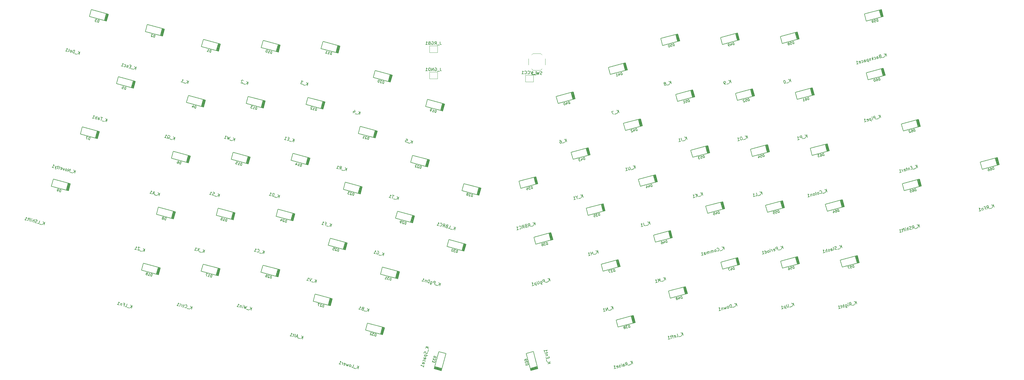
<source format=gbo>
G04 #@! TF.FileFunction,Legend,Bot*
%FSLAX46Y46*%
G04 Gerber Fmt 4.6, Leading zero omitted, Abs format (unit mm)*
G04 Created by KiCad (PCBNEW 4.0.7) date 09/07/18 12:57:53*
%MOMM*%
%LPD*%
G01*
G04 APERTURE LIST*
%ADD10C,0.100000*%
%ADD11C,0.200000*%
%ADD12C,0.120000*%
%ADD13C,0.150000*%
G04 APERTURE END LIST*
D10*
D11*
X64470708Y-15397047D02*
X63849542Y-17715269D01*
X64639745Y-15442341D02*
X64018579Y-17760563D01*
X64808782Y-15487634D02*
X64187616Y-17805856D01*
X64573987Y-17909384D02*
X65195152Y-15591162D01*
X64977819Y-15532927D02*
X64356653Y-17851149D01*
X65098560Y-15565280D02*
X64477394Y-17883502D01*
X65171004Y-15584691D02*
X59568635Y-14083541D01*
X59568635Y-14083541D02*
X58947469Y-16401763D01*
X58947469Y-16401763D02*
X64549839Y-17902913D01*
X46069821Y-10466544D02*
X45448655Y-12784766D01*
X46238858Y-10511838D02*
X45617692Y-12830060D01*
X46407895Y-10557131D02*
X45786729Y-12875353D01*
X46173100Y-12978881D02*
X46794265Y-10660659D01*
X46576932Y-10602424D02*
X45955766Y-12920646D01*
X46697673Y-10634777D02*
X46076507Y-12952999D01*
X46770117Y-10654188D02*
X41167748Y-9153038D01*
X41167748Y-9153038D02*
X40546582Y-11471260D01*
X40546582Y-11471260D02*
X46148952Y-12972410D01*
X27668934Y-5536042D02*
X27047768Y-7854264D01*
X27837971Y-5581336D02*
X27216805Y-7899558D01*
X28007008Y-5626629D02*
X27385842Y-7944851D01*
X27772213Y-8048379D02*
X28393378Y-5730157D01*
X28176045Y-5671922D02*
X27554879Y-7990144D01*
X28296786Y-5704275D02*
X27675620Y-8022497D01*
X28369230Y-5723686D02*
X22766861Y-4222536D01*
X22766861Y-4222536D02*
X22145695Y-6540758D01*
X22145695Y-6540758D02*
X27748065Y-8041908D01*
X59540205Y-33797934D02*
X58919039Y-36116156D01*
X59709242Y-33843228D02*
X59088076Y-36161450D01*
X59878279Y-33888521D02*
X59257113Y-36206743D01*
X59643484Y-36310271D02*
X60264649Y-33992049D01*
X60047316Y-33933814D02*
X59426150Y-36252036D01*
X60168057Y-33966167D02*
X59546891Y-36284389D01*
X60240501Y-33985578D02*
X54638132Y-32484428D01*
X54638132Y-32484428D02*
X54016966Y-34802650D01*
X54016966Y-34802650D02*
X59619336Y-36303800D01*
X36539096Y-27634806D02*
X35917930Y-29953028D01*
X36708133Y-27680100D02*
X36086967Y-29998322D01*
X36877170Y-27725393D02*
X36256004Y-30043615D01*
X36642375Y-30147143D02*
X37263540Y-27828921D01*
X37046207Y-27770686D02*
X36425041Y-30088908D01*
X37166948Y-27803039D02*
X36545782Y-30121261D01*
X37239392Y-27822450D02*
X31637023Y-26321300D01*
X31637023Y-26321300D02*
X31015857Y-28639522D01*
X31015857Y-28639522D02*
X36618227Y-30140672D01*
X54609702Y-52198821D02*
X53988536Y-54517043D01*
X54778739Y-52244115D02*
X54157573Y-54562337D01*
X54947776Y-52289408D02*
X54326610Y-54607630D01*
X54712981Y-54711158D02*
X55334146Y-52392936D01*
X55116813Y-52334701D02*
X54495647Y-54652923D01*
X55237554Y-52367054D02*
X54616388Y-54685276D01*
X55309998Y-52386465D02*
X49707629Y-50885315D01*
X49707629Y-50885315D02*
X49086463Y-53203537D01*
X49086463Y-53203537D02*
X54688833Y-54704687D01*
X24708261Y-44186754D02*
X24087095Y-46504976D01*
X24877298Y-44232048D02*
X24256132Y-46550270D01*
X25046335Y-44277341D02*
X24425169Y-46595563D01*
X24811540Y-46699091D02*
X25432705Y-44380869D01*
X25215372Y-44322634D02*
X24594206Y-46640856D01*
X25336113Y-44354987D02*
X24714947Y-46673209D01*
X25408557Y-44374398D02*
X19806188Y-42873248D01*
X19806188Y-42873248D02*
X19185022Y-45191470D01*
X19185022Y-45191470D02*
X24787392Y-46692620D01*
X49679200Y-70599708D02*
X49058034Y-72917930D01*
X49848237Y-70645002D02*
X49227071Y-72963224D01*
X50017274Y-70690295D02*
X49396108Y-73008517D01*
X49782479Y-73112045D02*
X50403644Y-70793823D01*
X50186311Y-70735588D02*
X49565145Y-73053810D01*
X50307052Y-70767941D02*
X49685886Y-73086163D01*
X50379496Y-70787352D02*
X44777127Y-69286202D01*
X44777127Y-69286202D02*
X44155961Y-71604424D01*
X44155961Y-71604424D02*
X49758331Y-73105574D01*
X15177536Y-61355015D02*
X14556370Y-63673237D01*
X15346573Y-61400309D02*
X14725407Y-63718531D01*
X15515610Y-61445602D02*
X14894444Y-63763824D01*
X15280815Y-63867352D02*
X15901980Y-61549130D01*
X15684647Y-61490895D02*
X15063481Y-63809117D01*
X15805388Y-61523248D02*
X15184222Y-63841470D01*
X15877832Y-61542659D02*
X10275463Y-60041509D01*
X10275463Y-60041509D02*
X9654297Y-62359731D01*
X9654297Y-62359731D02*
X15256667Y-63860881D01*
X84104221Y-15727328D02*
X83483055Y-18045550D01*
X84273258Y-15772622D02*
X83652092Y-18090844D01*
X84442295Y-15817915D02*
X83821129Y-18136137D01*
X84207500Y-18239665D02*
X84828665Y-15921443D01*
X84611332Y-15863208D02*
X83990166Y-18181430D01*
X84732073Y-15895561D02*
X84110907Y-18213783D01*
X84804517Y-15914972D02*
X79202148Y-14413822D01*
X79202148Y-14413822D02*
X78580982Y-16732044D01*
X78580982Y-16732044D02*
X84183352Y-18233194D01*
X103737733Y-16057609D02*
X103116567Y-18375831D01*
X103906770Y-16102903D02*
X103285604Y-18421125D01*
X104075807Y-16148196D02*
X103454641Y-18466418D01*
X103841012Y-18569946D02*
X104462177Y-16251724D01*
X104244844Y-16193489D02*
X103623678Y-18511711D01*
X104365585Y-16225842D02*
X103744419Y-18544064D01*
X104438029Y-16245253D02*
X98835660Y-14744103D01*
X98835660Y-14744103D02*
X98214494Y-17062325D01*
X98214494Y-17062325D02*
X103816864Y-18563475D01*
X98807231Y-34458496D02*
X98186065Y-36776718D01*
X98976268Y-34503790D02*
X98355102Y-36822012D01*
X99145305Y-34549083D02*
X98524139Y-36867305D01*
X98910510Y-36970833D02*
X99531675Y-34652611D01*
X99314342Y-34594376D02*
X98693176Y-36912598D01*
X99435083Y-34626729D02*
X98813917Y-36944951D01*
X99507527Y-34646140D02*
X93905158Y-33144990D01*
X93905158Y-33144990D02*
X93283992Y-35463212D01*
X93283992Y-35463212D02*
X98886362Y-36964362D01*
X79173718Y-34128215D02*
X78552552Y-36446437D01*
X79342755Y-34173509D02*
X78721589Y-36491731D01*
X79511792Y-34218802D02*
X78890626Y-36537024D01*
X79276997Y-36640552D02*
X79898162Y-34322330D01*
X79680829Y-34264095D02*
X79059663Y-36582317D01*
X79801570Y-34296448D02*
X79180404Y-36614670D01*
X79874014Y-34315859D02*
X74271645Y-32814709D01*
X74271645Y-32814709D02*
X73650479Y-35132931D01*
X73650479Y-35132931D02*
X79252849Y-36634081D01*
X93876728Y-52859383D02*
X93255562Y-55177605D01*
X94045765Y-52904677D02*
X93424599Y-55222899D01*
X94214802Y-52949970D02*
X93593636Y-55268192D01*
X93980007Y-55371720D02*
X94601172Y-53053498D01*
X94383839Y-52995263D02*
X93762673Y-55313485D01*
X94504580Y-53027616D02*
X93883414Y-55345838D01*
X94577024Y-53047027D02*
X88974655Y-51545877D01*
X88974655Y-51545877D02*
X88353489Y-53864099D01*
X88353489Y-53864099D02*
X93955859Y-55365249D01*
X74243215Y-52529102D02*
X73622049Y-54847324D01*
X74412252Y-52574396D02*
X73791086Y-54892618D01*
X74581289Y-52619689D02*
X73960123Y-54937911D01*
X74346494Y-55041439D02*
X74967659Y-52723217D01*
X74750326Y-52664982D02*
X74129160Y-54983204D01*
X74871067Y-52697335D02*
X74249901Y-55015557D01*
X74943511Y-52716746D02*
X69341142Y-51215596D01*
X69341142Y-51215596D02*
X68719976Y-53533818D01*
X68719976Y-53533818D02*
X74322346Y-55034968D01*
X69312712Y-70929989D02*
X68691546Y-73248211D01*
X69481749Y-70975283D02*
X68860583Y-73293505D01*
X69650786Y-71020576D02*
X69029620Y-73338798D01*
X69415991Y-73442326D02*
X70037156Y-71124104D01*
X69819823Y-71065869D02*
X69198657Y-73384091D01*
X69940564Y-71098222D02*
X69319398Y-73416444D01*
X70013008Y-71117633D02*
X64410639Y-69616483D01*
X64410639Y-69616483D02*
X63789473Y-71934705D01*
X63789473Y-71934705D02*
X69391843Y-73435855D01*
X64382209Y-89330876D02*
X63761043Y-91649098D01*
X64551246Y-89376170D02*
X63930080Y-91694392D01*
X64720283Y-89421463D02*
X64099117Y-91739685D01*
X64485488Y-91843213D02*
X65106653Y-89524991D01*
X64889320Y-89466756D02*
X64268154Y-91784978D01*
X65010061Y-89499109D02*
X64388895Y-91817331D01*
X65082505Y-89518520D02*
X59480136Y-88017370D01*
X59480136Y-88017370D02*
X58858970Y-90335592D01*
X58858970Y-90335592D02*
X64461340Y-91836742D01*
X44748697Y-89000595D02*
X44127531Y-91318817D01*
X44917734Y-89045889D02*
X44296568Y-91364111D01*
X45086771Y-89091182D02*
X44465605Y-91409404D01*
X44851976Y-91512932D02*
X45473141Y-89194710D01*
X45255808Y-89136475D02*
X44634642Y-91454697D01*
X45376549Y-89168828D02*
X44755383Y-91487050D01*
X45448993Y-89188239D02*
X39846624Y-87687089D01*
X39846624Y-87687089D02*
X39225458Y-90005311D01*
X39225458Y-90005311D02*
X44827828Y-91506461D01*
X138074256Y-35119058D02*
X137453090Y-37437280D01*
X138243293Y-35164352D02*
X137622127Y-37482574D01*
X138412330Y-35209645D02*
X137791164Y-37527867D01*
X138177535Y-37631395D02*
X138798700Y-35313173D01*
X138581367Y-35254938D02*
X137960201Y-37573160D01*
X138702108Y-35287291D02*
X138080942Y-37605513D01*
X138774552Y-35306702D02*
X133172183Y-33805552D01*
X133172183Y-33805552D02*
X132551017Y-36123774D01*
X132551017Y-36123774D02*
X138153387Y-37624924D01*
X120905995Y-25588334D02*
X120284829Y-27906556D01*
X121075032Y-25633628D02*
X120453866Y-27951850D01*
X121244069Y-25678921D02*
X120622903Y-27997143D01*
X121009274Y-28100671D02*
X121630439Y-25782449D01*
X121413106Y-25724214D02*
X120791940Y-28042436D01*
X121533847Y-25756567D02*
X120912681Y-28074789D01*
X121606291Y-25775978D02*
X116003922Y-24274828D01*
X116003922Y-24274828D02*
X115382756Y-26593050D01*
X115382756Y-26593050D02*
X120985126Y-28094200D01*
X115975492Y-43989221D02*
X115354326Y-46307443D01*
X116144529Y-44034515D02*
X115523363Y-46352737D01*
X116313566Y-44079808D02*
X115692400Y-46398030D01*
X116078771Y-46501558D02*
X116699936Y-44183336D01*
X116482603Y-44125101D02*
X115861437Y-46443323D01*
X116603344Y-44157454D02*
X115982178Y-46475676D01*
X116675788Y-44176865D02*
X111073419Y-42675715D01*
X111073419Y-42675715D02*
X110452253Y-44993937D01*
X110452253Y-44993937D02*
X116054623Y-46495087D01*
X133143753Y-53519945D02*
X132522587Y-55838167D01*
X133312790Y-53565239D02*
X132691624Y-55883461D01*
X133481827Y-53610532D02*
X132860661Y-55928754D01*
X133247032Y-56032282D02*
X133868197Y-53714060D01*
X133650864Y-53655825D02*
X133029698Y-55974047D01*
X133771605Y-53688178D02*
X133150439Y-56006400D01*
X133844049Y-53707589D02*
X128241680Y-52206439D01*
X128241680Y-52206439D02*
X127620514Y-54524661D01*
X127620514Y-54524661D02*
X133222884Y-56025811D01*
X111044989Y-62390108D02*
X110423823Y-64708330D01*
X111214026Y-62435402D02*
X110592860Y-64753624D01*
X111383063Y-62480695D02*
X110761897Y-64798917D01*
X111148268Y-64902445D02*
X111769433Y-62584223D01*
X111552100Y-62525988D02*
X110930934Y-64844210D01*
X111672841Y-62558341D02*
X111051675Y-64876563D01*
X111745285Y-62577752D02*
X106142916Y-61076602D01*
X106142916Y-61076602D02*
X105521750Y-63394824D01*
X105521750Y-63394824D02*
X111124120Y-64895974D01*
X88946225Y-71260270D02*
X88325059Y-73578492D01*
X89115262Y-71305564D02*
X88494096Y-73623786D01*
X89284299Y-71350857D02*
X88663133Y-73669079D01*
X89049504Y-73772607D02*
X89670669Y-71454385D01*
X89453336Y-71396150D02*
X88832170Y-73714372D01*
X89574077Y-71428503D02*
X88952911Y-73746725D01*
X89646521Y-71447914D02*
X84044152Y-69946764D01*
X84044152Y-69946764D02*
X83422986Y-72264986D01*
X83422986Y-72264986D02*
X89025356Y-73766136D01*
X106114486Y-80790995D02*
X105493320Y-83109217D01*
X106283523Y-80836289D02*
X105662357Y-83154511D01*
X106452560Y-80881582D02*
X105831394Y-83199804D01*
X106217765Y-83303332D02*
X106838930Y-80985110D01*
X106621597Y-80926875D02*
X106000431Y-83245097D01*
X106742338Y-80959228D02*
X106121172Y-83277450D01*
X106814782Y-80978639D02*
X101212413Y-79477489D01*
X101212413Y-79477489D02*
X100591247Y-81795711D01*
X100591247Y-81795711D02*
X106193617Y-83296861D01*
X84015722Y-89661157D02*
X83394556Y-91979379D01*
X84184759Y-89706451D02*
X83563593Y-92024673D01*
X84353796Y-89751744D02*
X83732630Y-92069966D01*
X84119001Y-92173494D02*
X84740166Y-89855272D01*
X84522833Y-89797037D02*
X83901667Y-92115259D01*
X84643574Y-89829390D02*
X84022408Y-92147612D01*
X84716018Y-89848801D02*
X79113649Y-88347651D01*
X79113649Y-88347651D02*
X78492483Y-90665873D01*
X78492483Y-90665873D02*
X84094853Y-92167023D01*
X101183983Y-99191882D02*
X100562817Y-101510104D01*
X101353020Y-99237176D02*
X100731854Y-101555398D01*
X101522057Y-99282469D02*
X100900891Y-101600691D01*
X101287262Y-101704219D02*
X101908427Y-99385997D01*
X101691094Y-99327762D02*
X101069928Y-101645984D01*
X101811835Y-99360115D02*
X101190669Y-101678337D01*
X101884279Y-99379526D02*
X96281910Y-97878376D01*
X96281910Y-97878376D02*
X95660744Y-100196598D01*
X95660744Y-100196598D02*
X101263114Y-101697748D01*
X150032040Y-62829132D02*
X149410874Y-65147354D01*
X150201077Y-62874426D02*
X149579911Y-65192648D01*
X150370114Y-62919719D02*
X149748948Y-65237941D01*
X150135319Y-65341469D02*
X150756484Y-63023247D01*
X150539151Y-62965012D02*
X149917985Y-65283234D01*
X150659892Y-62997365D02*
X150038726Y-65315587D01*
X150732336Y-63016776D02*
X145129967Y-61515626D01*
X145129967Y-61515626D02*
X144508801Y-63833848D01*
X144508801Y-63833848D02*
X150111171Y-65334998D01*
X128213250Y-71920832D02*
X127592084Y-74239054D01*
X128382287Y-71966126D02*
X127761121Y-74284348D01*
X128551324Y-72011419D02*
X127930158Y-74329641D01*
X128316529Y-74433169D02*
X128937694Y-72114947D01*
X128720361Y-72056712D02*
X128099195Y-74374934D01*
X128841102Y-72089065D02*
X128219936Y-74407287D01*
X128913546Y-72108476D02*
X123311177Y-70607326D01*
X123311177Y-70607326D02*
X122690011Y-72925548D01*
X122690011Y-72925548D02*
X128292381Y-74426698D01*
X145101537Y-81230019D02*
X144480371Y-83548241D01*
X145270574Y-81275313D02*
X144649408Y-83593535D01*
X145439611Y-81320606D02*
X144818445Y-83638828D01*
X145204816Y-83742356D02*
X145825981Y-81424134D01*
X145608648Y-81365899D02*
X144987482Y-83684121D01*
X145729389Y-81398252D02*
X145108223Y-83716474D01*
X145801833Y-81417663D02*
X140199464Y-79916513D01*
X140199464Y-79916513D02*
X139578298Y-82234735D01*
X139578298Y-82234735D02*
X145180668Y-83735885D01*
X123282748Y-90321719D02*
X122661582Y-92639941D01*
X123451785Y-90367013D02*
X122830619Y-92685235D01*
X123620822Y-90412306D02*
X122999656Y-92730528D01*
X123386027Y-92834056D02*
X124007192Y-90515834D01*
X123789859Y-90457599D02*
X123168693Y-92775821D01*
X123910600Y-90489952D02*
X123289434Y-92808174D01*
X123983044Y-90509363D02*
X118380675Y-89008213D01*
X118380675Y-89008213D02*
X117759509Y-91326435D01*
X117759509Y-91326435D02*
X123361879Y-92827585D01*
X118352245Y-108722606D02*
X117731079Y-111040828D01*
X118521282Y-108767900D02*
X117900116Y-111086122D01*
X118690319Y-108813193D02*
X118069153Y-111131415D01*
X118455524Y-111234943D02*
X119076689Y-108916721D01*
X118859356Y-108858486D02*
X118238190Y-111176708D01*
X118980097Y-108890839D02*
X118358931Y-111209061D01*
X119052541Y-108910250D02*
X113450172Y-107409100D01*
X113450172Y-107409100D02*
X112829006Y-109727322D01*
X112829006Y-109727322D02*
X118431376Y-111228472D01*
X137902987Y-122342781D02*
X135584765Y-121721615D01*
X137857693Y-122511818D02*
X135539471Y-121890652D01*
X137812400Y-122680855D02*
X135494178Y-122059689D01*
X135390650Y-122446060D02*
X137708872Y-123067225D01*
X137767107Y-122849892D02*
X135448885Y-122228726D01*
X137734754Y-122970633D02*
X135416532Y-122349467D01*
X137715343Y-123043077D02*
X139216493Y-117440708D01*
X139216493Y-117440708D02*
X136898271Y-116819542D01*
X136898271Y-116819542D02*
X135397121Y-122421912D01*
X168092446Y-59424265D02*
X168713612Y-61742487D01*
X168261483Y-59378971D02*
X168882649Y-61697193D01*
X168430520Y-59333678D02*
X169051686Y-61651900D01*
X169438056Y-61548372D02*
X168816891Y-59230150D01*
X168599557Y-59288385D02*
X169220723Y-61606607D01*
X168720298Y-59256032D02*
X169341464Y-61574254D01*
X168792743Y-59236621D02*
X163190373Y-60737771D01*
X163190373Y-60737771D02*
X163811539Y-63055993D01*
X163811539Y-63055993D02*
X169413908Y-61554843D01*
X190191210Y-68294427D02*
X190812376Y-70612649D01*
X190360247Y-68249133D02*
X190981413Y-70567355D01*
X190529284Y-68203840D02*
X191150450Y-70522062D01*
X191536820Y-70418534D02*
X190915655Y-68100312D01*
X190698321Y-68158547D02*
X191319487Y-70476769D01*
X190819062Y-68126194D02*
X191440228Y-70444416D01*
X190891507Y-68106783D02*
X185289137Y-69607933D01*
X185289137Y-69607933D02*
X185910303Y-71926155D01*
X185910303Y-71926155D02*
X191512672Y-70425005D01*
X173022949Y-77825152D02*
X173644115Y-80143374D01*
X173191986Y-77779858D02*
X173813152Y-80098080D01*
X173361023Y-77734565D02*
X173982189Y-80052787D01*
X174368559Y-79949259D02*
X173747394Y-77631037D01*
X173530060Y-77689272D02*
X174151226Y-80007494D01*
X173650801Y-77656919D02*
X174271967Y-79975141D01*
X173723246Y-77637508D02*
X168120876Y-79138658D01*
X168120876Y-79138658D02*
X168742042Y-81456880D01*
X168742042Y-81456880D02*
X174344411Y-79955730D01*
X195121713Y-86695314D02*
X195742879Y-89013536D01*
X195290750Y-86650020D02*
X195911916Y-88968242D01*
X195459787Y-86604727D02*
X196080953Y-88922949D01*
X196467323Y-88819421D02*
X195846158Y-86501199D01*
X195628824Y-86559434D02*
X196249990Y-88877656D01*
X195749565Y-86527081D02*
X196370731Y-88845303D01*
X195822010Y-86507670D02*
X190219640Y-88008820D01*
X190219640Y-88008820D02*
X190840806Y-90327042D01*
X190840806Y-90327042D02*
X196443175Y-88825892D01*
X200052216Y-105096201D02*
X200673382Y-107414423D01*
X200221253Y-105050907D02*
X200842419Y-107369129D01*
X200390290Y-105005614D02*
X201011456Y-107323836D01*
X201397826Y-107220308D02*
X200776661Y-104902086D01*
X200559327Y-104960321D02*
X201180493Y-107278543D01*
X200680068Y-104927968D02*
X201301234Y-107246190D01*
X200752513Y-104908557D02*
X195150143Y-106409707D01*
X195150143Y-106409707D02*
X195771309Y-108727929D01*
X195771309Y-108727929D02*
X201373678Y-107226779D01*
X169237528Y-121680387D02*
X166919306Y-122301553D01*
X169282822Y-121849424D02*
X166964600Y-122470590D01*
X169328115Y-122018461D02*
X167009893Y-122639627D01*
X167113421Y-123025997D02*
X169431643Y-122404832D01*
X169373408Y-122187498D02*
X167055186Y-122808664D01*
X169405761Y-122308239D02*
X167087539Y-122929405D01*
X169425172Y-122380684D02*
X167924022Y-116778314D01*
X167924022Y-116778314D02*
X165605800Y-117399480D01*
X165605800Y-117399480D02*
X167106950Y-123001849D01*
X180330204Y-31492653D02*
X180951370Y-33810875D01*
X180499241Y-31447359D02*
X181120407Y-33765581D01*
X180668278Y-31402066D02*
X181289444Y-33720288D01*
X181675814Y-33616760D02*
X181054649Y-31298538D01*
X180837315Y-31356773D02*
X181458481Y-33674995D01*
X180958056Y-31324420D02*
X181579222Y-33642642D01*
X181030501Y-31305009D02*
X175428131Y-32806159D01*
X175428131Y-32806159D02*
X176049297Y-35124381D01*
X176049297Y-35124381D02*
X181651666Y-33623231D01*
X197498466Y-21961928D02*
X198119632Y-24280150D01*
X197667503Y-21916634D02*
X198288669Y-24234856D01*
X197836540Y-21871341D02*
X198457706Y-24189563D01*
X198844076Y-24086035D02*
X198222911Y-21767813D01*
X198005577Y-21826048D02*
X198626743Y-24144270D01*
X198126318Y-21793695D02*
X198747484Y-24111917D01*
X198198763Y-21774284D02*
X192596393Y-23275434D01*
X192596393Y-23275434D02*
X193217559Y-25593656D01*
X193217559Y-25593656D02*
X198819928Y-24092506D01*
X202428968Y-40362815D02*
X203050134Y-42681037D01*
X202598005Y-40317521D02*
X203219171Y-42635743D01*
X202767042Y-40272228D02*
X203388208Y-42590450D01*
X203774578Y-42486922D02*
X203153413Y-40168700D01*
X202936079Y-40226935D02*
X203557245Y-42545157D01*
X203056820Y-40194582D02*
X203677986Y-42512804D01*
X203129265Y-40175171D02*
X197526895Y-41676321D01*
X197526895Y-41676321D02*
X198148061Y-43994543D01*
X198148061Y-43994543D02*
X203750430Y-42493393D01*
X185260707Y-49893540D02*
X185881873Y-52211762D01*
X185429744Y-49848246D02*
X186050910Y-52166468D01*
X185598781Y-49802953D02*
X186219947Y-52121175D01*
X186606317Y-52017647D02*
X185985152Y-49699425D01*
X185767818Y-49757660D02*
X186388984Y-52075882D01*
X185888559Y-49725307D02*
X186509725Y-52043529D01*
X185961004Y-49705896D02*
X180358634Y-51207046D01*
X180358634Y-51207046D02*
X180979800Y-53525268D01*
X180979800Y-53525268D02*
X186582169Y-52024118D01*
X207359471Y-58763702D02*
X207980637Y-61081924D01*
X207528508Y-58718408D02*
X208149674Y-61036630D01*
X207697545Y-58673115D02*
X208318711Y-60991337D01*
X208705081Y-60887809D02*
X208083916Y-58569587D01*
X207866582Y-58627822D02*
X208487748Y-60946044D01*
X207987323Y-58595469D02*
X208608489Y-60913691D01*
X208059768Y-58576058D02*
X202457398Y-60077208D01*
X202457398Y-60077208D02*
X203078564Y-62395430D01*
X203078564Y-62395430D02*
X208680933Y-60894280D01*
X229458235Y-67633865D02*
X230079401Y-69952087D01*
X229627272Y-67588571D02*
X230248438Y-69906793D01*
X229796309Y-67543278D02*
X230417475Y-69861500D01*
X230803845Y-69757972D02*
X230182680Y-67439750D01*
X229965346Y-67497985D02*
X230586512Y-69816207D01*
X230086087Y-67465632D02*
X230707253Y-69783854D01*
X230158532Y-67446221D02*
X224556162Y-68947371D01*
X224556162Y-68947371D02*
X225177328Y-71265593D01*
X225177328Y-71265593D02*
X230779697Y-69764443D01*
X212289974Y-77164589D02*
X212911140Y-79482811D01*
X212459011Y-77119295D02*
X213080177Y-79437517D01*
X212628048Y-77074002D02*
X213249214Y-79392224D01*
X213635584Y-79288696D02*
X213014419Y-76970474D01*
X212797085Y-77028709D02*
X213418251Y-79346931D01*
X212917826Y-76996356D02*
X213538992Y-79314578D01*
X212990271Y-76976945D02*
X207387901Y-78478095D01*
X207387901Y-78478095D02*
X208009067Y-80796317D01*
X208009067Y-80796317D02*
X213611436Y-79295167D01*
X234388738Y-86034752D02*
X235009904Y-88352974D01*
X234557775Y-85989458D02*
X235178941Y-88307680D01*
X234726812Y-85944165D02*
X235347978Y-88262387D01*
X235734348Y-88158859D02*
X235113183Y-85840637D01*
X234895849Y-85898872D02*
X235517015Y-88217094D01*
X235016590Y-85866519D02*
X235637756Y-88184741D01*
X235089035Y-85847108D02*
X229486665Y-87348258D01*
X229486665Y-87348258D02*
X230107831Y-89666480D01*
X230107831Y-89666480D02*
X235710200Y-88165330D01*
X217220477Y-95565476D02*
X217841643Y-97883698D01*
X217389514Y-95520182D02*
X218010680Y-97838404D01*
X217558551Y-95474889D02*
X218179717Y-97793111D01*
X218566087Y-97689583D02*
X217944922Y-95371361D01*
X217727588Y-95429596D02*
X218348754Y-97747818D01*
X217848329Y-95397243D02*
X218469495Y-97715465D01*
X217920774Y-95377832D02*
X212318404Y-96878982D01*
X212318404Y-96878982D02*
X212939570Y-99197204D01*
X212939570Y-99197204D02*
X218541939Y-97696054D01*
X234300240Y-12100923D02*
X234921406Y-14419145D01*
X234469277Y-12055629D02*
X235090443Y-14373851D01*
X234638314Y-12010336D02*
X235259480Y-14328558D01*
X235645850Y-14225030D02*
X235024685Y-11906808D01*
X234807351Y-11965043D02*
X235428517Y-14283265D01*
X234928092Y-11932690D02*
X235549258Y-14250912D01*
X235000537Y-11913279D02*
X229398167Y-13414429D01*
X229398167Y-13414429D02*
X230019333Y-15732651D01*
X230019333Y-15732651D02*
X235621702Y-14231501D01*
X214666727Y-12431204D02*
X215287893Y-14749426D01*
X214835764Y-12385910D02*
X215456930Y-14704132D01*
X215004801Y-12340617D02*
X215625967Y-14658839D01*
X216012337Y-14555311D02*
X215391172Y-12237089D01*
X215173838Y-12295324D02*
X215795004Y-14613546D01*
X215294579Y-12262971D02*
X215915745Y-14581193D01*
X215367024Y-12243560D02*
X209764654Y-13744710D01*
X209764654Y-13744710D02*
X210385820Y-16062932D01*
X210385820Y-16062932D02*
X215988189Y-14561782D01*
X219597230Y-30832091D02*
X220218396Y-33150313D01*
X219766267Y-30786797D02*
X220387433Y-33105019D01*
X219935304Y-30741504D02*
X220556470Y-33059726D01*
X220942840Y-32956198D02*
X220321675Y-30637976D01*
X220104341Y-30696211D02*
X220725507Y-33014433D01*
X220225082Y-30663858D02*
X220846248Y-32982080D01*
X220297527Y-30644447D02*
X214695157Y-32145597D01*
X214695157Y-32145597D02*
X215316323Y-34463819D01*
X215316323Y-34463819D02*
X220918692Y-32962669D01*
X239230742Y-30501810D02*
X239851908Y-32820032D01*
X239399779Y-30456516D02*
X240020945Y-32774738D01*
X239568816Y-30411223D02*
X240189982Y-32729445D01*
X240576352Y-32625917D02*
X239955187Y-30307695D01*
X239737853Y-30365930D02*
X240359019Y-32684152D01*
X239858594Y-30333577D02*
X240479760Y-32651799D01*
X239931039Y-30314166D02*
X234328669Y-31815316D01*
X234328669Y-31815316D02*
X234949835Y-34133538D01*
X234949835Y-34133538D02*
X240552204Y-32632388D01*
X224527733Y-49232978D02*
X225148899Y-51551200D01*
X224696770Y-49187684D02*
X225317936Y-51505906D01*
X224865807Y-49142391D02*
X225486973Y-51460613D01*
X225873343Y-51357085D02*
X225252178Y-49038863D01*
X225034844Y-49097098D02*
X225656010Y-51415320D01*
X225155585Y-49064745D02*
X225776751Y-51382967D01*
X225228030Y-49045334D02*
X219625660Y-50546484D01*
X219625660Y-50546484D02*
X220246826Y-52864706D01*
X220246826Y-52864706D02*
X225849195Y-51363556D01*
X244161245Y-48902697D02*
X244782411Y-51220919D01*
X244330282Y-48857403D02*
X244951448Y-51175625D01*
X244499319Y-48812110D02*
X245120485Y-51130332D01*
X245506855Y-51026804D02*
X244885690Y-48708582D01*
X244668356Y-48766817D02*
X245289522Y-51085039D01*
X244789097Y-48734464D02*
X245410263Y-51052686D01*
X244861542Y-48715053D02*
X239259172Y-50216203D01*
X239259172Y-50216203D02*
X239880338Y-52534425D01*
X239880338Y-52534425D02*
X245482707Y-51033275D01*
X249091748Y-67303584D02*
X249712914Y-69621806D01*
X249260785Y-67258290D02*
X249881951Y-69576512D01*
X249429822Y-67212997D02*
X250050988Y-69531219D01*
X250437358Y-69427691D02*
X249816193Y-67109469D01*
X249598859Y-67167704D02*
X250220025Y-69485926D01*
X249719600Y-67135351D02*
X250340766Y-69453573D01*
X249792045Y-67115940D02*
X244189675Y-68617090D01*
X244189675Y-68617090D02*
X244810841Y-70935312D01*
X244810841Y-70935312D02*
X250413210Y-69434162D01*
X254022251Y-85704471D02*
X254643417Y-88022693D01*
X254191288Y-85659177D02*
X254812454Y-87977399D01*
X254360325Y-85613884D02*
X254981491Y-87932106D01*
X255367861Y-87828578D02*
X254746696Y-85510356D01*
X254529362Y-85568591D02*
X255150528Y-87886813D01*
X254650103Y-85536238D02*
X255271269Y-87854460D01*
X254722548Y-85516827D02*
X249120178Y-87017977D01*
X249120178Y-87017977D02*
X249741344Y-89336199D01*
X249741344Y-89336199D02*
X255343713Y-87835049D01*
X273655764Y-85374190D02*
X274276930Y-87692412D01*
X273824801Y-85328896D02*
X274445967Y-87647118D01*
X273993838Y-85283603D02*
X274615004Y-87601825D01*
X275001374Y-87498297D02*
X274380209Y-85180075D01*
X274162875Y-85238310D02*
X274784041Y-87556532D01*
X274283616Y-85205957D02*
X274904782Y-87524179D01*
X274356061Y-85186546D02*
X268753691Y-86687696D01*
X268753691Y-86687696D02*
X269374857Y-89005918D01*
X269374857Y-89005918D02*
X274977226Y-87504768D01*
X253933752Y-11770642D02*
X254554918Y-14088864D01*
X254102789Y-11725348D02*
X254723955Y-14043570D01*
X254271826Y-11680055D02*
X254892992Y-13998277D01*
X255279362Y-13894749D02*
X254658197Y-11576527D01*
X254440863Y-11634762D02*
X255062029Y-13952984D01*
X254561604Y-11602409D02*
X255182770Y-13920631D01*
X254634049Y-11582998D02*
X249031679Y-13084148D01*
X249031679Y-13084148D02*
X249652845Y-15402370D01*
X249652845Y-15402370D02*
X255255214Y-13901220D01*
X281535083Y-4374888D02*
X282156249Y-6693110D01*
X281704120Y-4329594D02*
X282325286Y-6647816D01*
X281873157Y-4284301D02*
X282494323Y-6602523D01*
X282880693Y-6498995D02*
X282259528Y-4180773D01*
X282042194Y-4239008D02*
X282663360Y-6557230D01*
X282162935Y-4206655D02*
X282784101Y-6524877D01*
X282235380Y-4187244D02*
X276633010Y-5688394D01*
X276633010Y-5688394D02*
X277254176Y-8006616D01*
X277254176Y-8006616D02*
X282856545Y-6505466D01*
X282158578Y-23729162D02*
X282779744Y-26047384D01*
X282327615Y-23683868D02*
X282948781Y-26002090D01*
X282496652Y-23638575D02*
X283117818Y-25956797D01*
X283504188Y-25853269D02*
X282883023Y-23535047D01*
X282665689Y-23593282D02*
X283286855Y-25911504D01*
X282786430Y-23560929D02*
X283407596Y-25879151D01*
X282858875Y-23541518D02*
X277256505Y-25042668D01*
X277256505Y-25042668D02*
X277877671Y-27360890D01*
X277877671Y-27360890D02*
X283480040Y-25859740D01*
X258864255Y-30171529D02*
X259485421Y-32489751D01*
X259033292Y-30126235D02*
X259654458Y-32444457D01*
X259202329Y-30080942D02*
X259823495Y-32399164D01*
X260209865Y-32295636D02*
X259588700Y-29977414D01*
X259371366Y-30035649D02*
X259992532Y-32353871D01*
X259492107Y-30003296D02*
X260113273Y-32321518D01*
X259564552Y-29983885D02*
X253962182Y-31485035D01*
X253962182Y-31485035D02*
X254583348Y-33803257D01*
X254583348Y-33803257D02*
X260185717Y-32302107D01*
X293696199Y-40560349D02*
X294317365Y-42878571D01*
X293865236Y-40515055D02*
X294486402Y-42833277D01*
X294034273Y-40469762D02*
X294655439Y-42787984D01*
X295041809Y-42684456D02*
X294420644Y-40366234D01*
X294203310Y-40424469D02*
X294824476Y-42742691D01*
X294324051Y-40392116D02*
X294945217Y-42710338D01*
X294396496Y-40372705D02*
X288794126Y-41873855D01*
X288794126Y-41873855D02*
X289415292Y-44192077D01*
X289415292Y-44192077D02*
X295017661Y-42690927D01*
X263794758Y-48572416D02*
X264415924Y-50890638D01*
X263963795Y-48527122D02*
X264584961Y-50845344D01*
X264132832Y-48481829D02*
X264753998Y-50800051D01*
X265140368Y-50696523D02*
X264519203Y-48378301D01*
X264301869Y-48436536D02*
X264923035Y-50754758D01*
X264422610Y-48404183D02*
X265043776Y-50722405D01*
X264495055Y-48384772D02*
X258892685Y-49885922D01*
X258892685Y-49885922D02*
X259513851Y-52204144D01*
X259513851Y-52204144D02*
X265116220Y-50702994D01*
X268725261Y-66973303D02*
X269346427Y-69291525D01*
X268894298Y-66928009D02*
X269515464Y-69246231D01*
X269063335Y-66882716D02*
X269684501Y-69200938D01*
X270070871Y-69097410D02*
X269449706Y-66779188D01*
X269232372Y-66837423D02*
X269853538Y-69155645D01*
X269353113Y-66805070D02*
X269974279Y-69123292D01*
X269425558Y-66785659D02*
X263823188Y-68286809D01*
X263823188Y-68286809D02*
X264444354Y-70605031D01*
X264444354Y-70605031D02*
X270046723Y-69103881D01*
X294026480Y-60193861D02*
X294647646Y-62512083D01*
X294195517Y-60148567D02*
X294816683Y-62466789D01*
X294364554Y-60103274D02*
X294985720Y-62421496D01*
X295372090Y-62317968D02*
X294750925Y-59999746D01*
X294533591Y-60057981D02*
X295154757Y-62376203D01*
X294654332Y-60025628D02*
X295275498Y-62343850D01*
X294726777Y-60006217D02*
X289124407Y-61507367D01*
X289124407Y-61507367D02*
X289745573Y-63825589D01*
X289745573Y-63825589D02*
X295347942Y-62324439D01*
X319620914Y-53135182D02*
X320242080Y-55453404D01*
X319789951Y-53089888D02*
X320411117Y-55408110D01*
X319958988Y-53044595D02*
X320580154Y-55362817D01*
X320966524Y-55259289D02*
X320345359Y-52941067D01*
X320128025Y-52999302D02*
X320749191Y-55317524D01*
X320248766Y-52966949D02*
X320869932Y-55285171D01*
X320321211Y-52947538D02*
X314718841Y-54448688D01*
X314718841Y-54448688D02*
X315340007Y-56766910D01*
X315340007Y-56766910D02*
X320942376Y-55265760D01*
D12*
X133828000Y-27008000D02*
X133828000Y-25308000D01*
X133828000Y-25308000D02*
X133828000Y-24808000D01*
X133828000Y-24808000D02*
X136428000Y-24808000D01*
X136428000Y-24808000D02*
X136428000Y-27008000D01*
X136428000Y-27008000D02*
X133828000Y-27008000D01*
X133828000Y-18372000D02*
X133828000Y-16672000D01*
X133828000Y-16672000D02*
X133828000Y-16172000D01*
X133828000Y-16172000D02*
X136428000Y-16172000D01*
X136428000Y-16172000D02*
X136428000Y-18372000D01*
X136428000Y-18372000D02*
X133828000Y-18372000D01*
X165324000Y-28024000D02*
X165324000Y-26324000D01*
X165324000Y-26324000D02*
X165324000Y-25824000D01*
X165324000Y-25824000D02*
X167924000Y-25824000D01*
X167924000Y-25824000D02*
X167924000Y-28024000D01*
X167924000Y-28024000D02*
X165324000Y-28024000D01*
X167368750Y-19131250D02*
X167818750Y-18681250D01*
X170768750Y-19131250D02*
X170318750Y-18681250D01*
X170768750Y-23731250D02*
X170318750Y-24181250D01*
X167368750Y-23731250D02*
X167818750Y-24181250D01*
X171818750Y-22431250D02*
X171818750Y-20431250D01*
X167818750Y-18681250D02*
X170318750Y-18681250D01*
X166318750Y-22431250D02*
X166318750Y-20431250D01*
X167818750Y-24181250D02*
X170318750Y-24181250D01*
D11*
X319248525Y-69276962D02*
X318989706Y-68311036D01*
X318696567Y-69424859D02*
X318962639Y-68761978D01*
X318437748Y-68458933D02*
X319137603Y-68862994D01*
X318537231Y-69566150D02*
X317801287Y-69763346D01*
X316994698Y-69880873D02*
X317193426Y-69334635D01*
X317546656Y-69732976D02*
X317287837Y-68767051D01*
X316919864Y-68865649D01*
X316840196Y-68936294D01*
X316806525Y-68994615D01*
X316785178Y-69098933D01*
X316822152Y-69236922D01*
X316892798Y-69316590D01*
X316951119Y-69350262D01*
X317055436Y-69371609D01*
X317423409Y-69273011D01*
X316123182Y-69572107D02*
X316445158Y-69485834D01*
X316580730Y-69991795D02*
X316321911Y-69025870D01*
X315861946Y-69149117D01*
X315580247Y-69569690D02*
X315752793Y-70213640D01*
X315604897Y-69661682D02*
X315546576Y-69628011D01*
X315442258Y-69606664D01*
X315304268Y-69643638D01*
X315224600Y-69714284D01*
X315203253Y-69818601D01*
X315338825Y-70324563D01*
X314372899Y-70583382D02*
X314924857Y-70435485D01*
X314648878Y-70509434D02*
X314390059Y-69543508D01*
X314519026Y-69656848D01*
X314635669Y-69724191D01*
X314739986Y-69745538D01*
X7240117Y-75123672D02*
X7498937Y-74157746D01*
X6688159Y-74975775D02*
X7250025Y-74534739D01*
X6946978Y-74009849D02*
X7351040Y-74709704D01*
X6479524Y-75018469D02*
X5743581Y-74821273D01*
X5078283Y-74544410D02*
X5538248Y-74667657D01*
X5797067Y-73701731D01*
X4814629Y-74424465D02*
X4664315Y-74433487D01*
X4434332Y-74371864D01*
X4354664Y-74301218D01*
X4320992Y-74242897D01*
X4299645Y-74138579D01*
X4324294Y-74046586D01*
X4394940Y-73966918D01*
X4453261Y-73933246D01*
X4557579Y-73911898D01*
X4753891Y-73915201D01*
X4858208Y-73893854D01*
X4916529Y-73860182D01*
X4987175Y-73780514D01*
X5011824Y-73688521D01*
X4990477Y-73584204D01*
X4956806Y-73525883D01*
X4877138Y-73455237D01*
X4647154Y-73393613D01*
X4496841Y-73402635D01*
X3836378Y-74211642D02*
X4095197Y-73245717D01*
X3422410Y-74100720D02*
X3557982Y-73594758D01*
X3628627Y-73515090D01*
X3732945Y-73493743D01*
X3870935Y-73530718D01*
X3950603Y-73601363D01*
X3984275Y-73659684D01*
X2962445Y-73977473D02*
X3134992Y-73333522D01*
X3221264Y-73011547D02*
X3254936Y-73069868D01*
X3196615Y-73103540D01*
X3162943Y-73045219D01*
X3221264Y-73011547D01*
X3196615Y-73103540D01*
X2813017Y-73247249D02*
X2445045Y-73148651D01*
X2502481Y-73854226D02*
X2724326Y-73026289D01*
X2702979Y-72921972D01*
X2623311Y-72851326D01*
X2531318Y-72826676D01*
X2261059Y-73099352D02*
X1893087Y-73000755D01*
X2209342Y-72740403D02*
X1987497Y-73568340D01*
X1916851Y-73648008D01*
X1812534Y-73669355D01*
X1720541Y-73644706D01*
X892604Y-73422860D02*
X1444562Y-73570757D01*
X1168583Y-73496809D02*
X1427402Y-72530883D01*
X1482421Y-72693522D01*
X1549764Y-72810164D01*
X1629432Y-72880810D01*
D13*
X61941105Y-18329152D02*
X62148160Y-17556411D01*
X61964175Y-17507112D01*
X61843923Y-17514330D01*
X61750609Y-17568204D01*
X61694092Y-17631939D01*
X61617856Y-17769268D01*
X61588277Y-17879660D01*
X61585635Y-18036709D01*
X61602712Y-18120162D01*
X61656587Y-18213477D01*
X61757119Y-18279853D01*
X61941105Y-18329152D01*
X60763595Y-18013639D02*
X61205161Y-18131956D01*
X60984379Y-18072798D02*
X61191434Y-17300057D01*
X61235449Y-17430167D01*
X61289324Y-17523482D01*
X61353058Y-17579998D01*
X43540218Y-13398649D02*
X43747273Y-12625908D01*
X43563288Y-12576609D01*
X43443036Y-12583827D01*
X43349722Y-12637701D01*
X43293205Y-12701436D01*
X43216969Y-12838765D01*
X43187390Y-12949157D01*
X43184748Y-13106206D01*
X43201825Y-13189659D01*
X43255700Y-13282974D01*
X43356232Y-13349350D01*
X43540218Y-13398649D01*
X42991610Y-12502307D02*
X42964673Y-12455650D01*
X42900938Y-12399133D01*
X42716952Y-12349834D01*
X42633499Y-12366912D01*
X42586841Y-12393849D01*
X42530324Y-12457584D01*
X42510605Y-12531178D01*
X42517822Y-12651429D01*
X42841071Y-13211313D01*
X42362708Y-13083136D01*
X25139331Y-8468147D02*
X25346386Y-7695406D01*
X25162401Y-7646107D01*
X25042149Y-7653325D01*
X24948835Y-7707199D01*
X24892318Y-7770934D01*
X24816082Y-7908263D01*
X24786503Y-8018655D01*
X24783861Y-8175704D01*
X24800938Y-8259157D01*
X24854813Y-8352472D01*
X24955345Y-8418848D01*
X25139331Y-8468147D01*
X24647240Y-7508070D02*
X24168876Y-7379893D01*
X24347579Y-7743289D01*
X24237187Y-7713710D01*
X24153733Y-7730787D01*
X24107076Y-7757724D01*
X24050559Y-7821460D01*
X24001260Y-8005445D01*
X24018338Y-8088899D01*
X24045276Y-8135557D01*
X24109010Y-8192073D01*
X24329794Y-8251232D01*
X24413247Y-8234154D01*
X24459904Y-8207216D01*
X57010602Y-36730039D02*
X57217657Y-35957298D01*
X57033672Y-35907999D01*
X56913420Y-35915217D01*
X56820106Y-35969091D01*
X56763589Y-36032826D01*
X56687353Y-36170155D01*
X56657774Y-36280547D01*
X56655132Y-36437596D01*
X56672209Y-36521049D01*
X56726084Y-36614364D01*
X56826616Y-36680740D01*
X57010602Y-36730039D01*
X56044724Y-35919085D02*
X55906687Y-36434246D01*
X56307588Y-35674007D02*
X56343677Y-36275263D01*
X55865314Y-36147086D01*
X34009493Y-30566911D02*
X34216548Y-29794170D01*
X34032563Y-29744871D01*
X33912311Y-29752089D01*
X33818997Y-29805963D01*
X33762480Y-29869698D01*
X33686244Y-30007027D01*
X33656665Y-30117419D01*
X33654023Y-30274468D01*
X33671100Y-30357921D01*
X33724975Y-30451236D01*
X33825507Y-30517612D01*
X34009493Y-30566911D01*
X33075835Y-29488517D02*
X33443808Y-29587115D01*
X33382007Y-29964946D01*
X33355070Y-29918289D01*
X33291335Y-29861773D01*
X33107349Y-29812474D01*
X33023895Y-29829551D01*
X32977238Y-29856488D01*
X32920721Y-29920224D01*
X32871422Y-30104209D01*
X32888500Y-30187663D01*
X32915438Y-30234321D01*
X32979172Y-30290837D01*
X33163158Y-30340136D01*
X33246612Y-30323059D01*
X33293269Y-30296120D01*
X52080099Y-55130926D02*
X52287154Y-54358185D01*
X52103169Y-54308886D01*
X51982917Y-54316104D01*
X51889603Y-54369978D01*
X51833086Y-54433713D01*
X51756850Y-54571042D01*
X51727271Y-54681434D01*
X51724629Y-54838483D01*
X51741706Y-54921936D01*
X51795581Y-55015251D01*
X51896113Y-55081627D01*
X52080099Y-55130926D01*
X51183239Y-54062392D02*
X51330428Y-54101831D01*
X51394162Y-54158347D01*
X51421099Y-54205004D01*
X51465115Y-54335116D01*
X51462473Y-54492164D01*
X51383594Y-54786542D01*
X51327078Y-54850276D01*
X51280421Y-54877214D01*
X51196967Y-54894291D01*
X51049778Y-54854852D01*
X50986044Y-54798336D01*
X50959106Y-54751678D01*
X50942028Y-54668224D01*
X50991327Y-54484239D01*
X51047844Y-54420503D01*
X51094501Y-54393566D01*
X51177955Y-54376489D01*
X51325144Y-54415928D01*
X51388879Y-54472445D01*
X51415816Y-54519101D01*
X51432893Y-54602556D01*
X22178658Y-47118859D02*
X22385713Y-46346118D01*
X22201728Y-46296819D01*
X22081476Y-46304037D01*
X21988162Y-46357911D01*
X21931645Y-46421646D01*
X21855409Y-46558975D01*
X21825830Y-46669367D01*
X21823188Y-46826416D01*
X21840265Y-46909869D01*
X21894140Y-47003184D01*
X21994672Y-47069560D01*
X22178658Y-47118859D01*
X21686567Y-46158782D02*
X21171406Y-46020746D01*
X21295526Y-46882224D01*
X47149597Y-73531813D02*
X47356652Y-72759072D01*
X47172667Y-72709773D01*
X47052415Y-72716991D01*
X46959101Y-72770865D01*
X46902584Y-72834600D01*
X46826348Y-72971929D01*
X46796769Y-73082321D01*
X46794127Y-73239370D01*
X46811204Y-73322823D01*
X46865079Y-73416138D01*
X46965611Y-73482514D01*
X47149597Y-73531813D01*
X46384782Y-72853612D02*
X46468237Y-72836535D01*
X46514893Y-72809596D01*
X46571410Y-72745862D01*
X46581270Y-72709065D01*
X46564192Y-72625611D01*
X46537255Y-72578954D01*
X46473520Y-72522438D01*
X46326331Y-72482998D01*
X46242878Y-72500076D01*
X46196220Y-72527013D01*
X46139703Y-72590748D01*
X46129844Y-72627545D01*
X46146921Y-72710999D01*
X46173859Y-72757656D01*
X46237593Y-72814173D01*
X46384782Y-72853612D01*
X46448517Y-72910129D01*
X46475454Y-72956785D01*
X46492532Y-73040240D01*
X46453092Y-73187429D01*
X46396576Y-73251163D01*
X46349919Y-73278101D01*
X46266465Y-73295178D01*
X46119276Y-73255739D01*
X46055542Y-73199223D01*
X46028604Y-73152565D01*
X46011526Y-73069111D01*
X46050965Y-72921922D01*
X46107482Y-72858187D01*
X46154140Y-72831250D01*
X46237593Y-72814173D01*
X12647933Y-64287120D02*
X12854988Y-63514379D01*
X12671003Y-63465080D01*
X12550751Y-63472298D01*
X12457437Y-63526172D01*
X12400920Y-63589907D01*
X12324684Y-63727236D01*
X12295105Y-63837628D01*
X12292463Y-63994677D01*
X12309540Y-64078130D01*
X12363415Y-64171445D01*
X12463947Y-64237821D01*
X12647933Y-64287120D01*
X11838396Y-64070205D02*
X11691207Y-64030766D01*
X11627472Y-63974249D01*
X11600535Y-63927592D01*
X11556519Y-63797481D01*
X11559161Y-63640433D01*
X11638039Y-63346055D01*
X11694556Y-63282320D01*
X11741214Y-63255383D01*
X11824667Y-63238305D01*
X11971856Y-63277745D01*
X12035591Y-63334261D01*
X12062528Y-63380918D01*
X12079606Y-63464372D01*
X12030307Y-63648358D01*
X11973790Y-63712092D01*
X11927133Y-63739030D01*
X11843679Y-63756108D01*
X11696490Y-63716669D01*
X11632756Y-63660152D01*
X11605818Y-63613494D01*
X11588740Y-63530041D01*
X81942590Y-18758031D02*
X82149646Y-17985290D01*
X81965660Y-17935991D01*
X81845408Y-17943209D01*
X81752094Y-17997083D01*
X81695578Y-18060818D01*
X81619342Y-18198147D01*
X81589762Y-18308539D01*
X81587120Y-18465587D01*
X81604198Y-18549041D01*
X81658073Y-18642356D01*
X81758605Y-18708732D01*
X81942590Y-18758031D01*
X80765081Y-18442518D02*
X81206647Y-18560835D01*
X80985864Y-18501677D02*
X81192919Y-17728936D01*
X81236934Y-17859046D01*
X81290809Y-17952361D01*
X81354543Y-18008877D01*
X80493773Y-17541600D02*
X80420178Y-17521881D01*
X80336724Y-17538958D01*
X80290067Y-17565895D01*
X80233550Y-17629630D01*
X80157314Y-17766959D01*
X80108015Y-17950945D01*
X80105373Y-18107993D01*
X80122451Y-18191447D01*
X80149388Y-18238105D01*
X80213122Y-18294621D01*
X80286717Y-18314341D01*
X80370171Y-18297263D01*
X80416829Y-18270325D01*
X80473345Y-18206591D01*
X80549581Y-18069262D01*
X80598880Y-17885276D01*
X80601522Y-17728228D01*
X80584445Y-17644773D01*
X80557507Y-17598117D01*
X80493773Y-17541600D01*
X101576102Y-19088312D02*
X101783158Y-18315571D01*
X101599172Y-18266272D01*
X101478920Y-18273490D01*
X101385606Y-18327364D01*
X101329090Y-18391099D01*
X101252854Y-18528428D01*
X101223274Y-18638820D01*
X101220632Y-18795868D01*
X101237710Y-18879322D01*
X101291585Y-18972637D01*
X101392117Y-19039013D01*
X101576102Y-19088312D01*
X100398593Y-18772799D02*
X100840159Y-18891116D01*
X100619376Y-18831958D02*
X100826431Y-18059217D01*
X100870446Y-18189327D01*
X100924321Y-18282642D01*
X100988055Y-18339158D01*
X99662649Y-18575603D02*
X100104215Y-18693921D01*
X99883432Y-18634762D02*
X100090488Y-17862021D01*
X100134502Y-17992132D01*
X100188378Y-18085446D01*
X100252112Y-18141963D01*
X96645600Y-37489199D02*
X96852656Y-36716458D01*
X96668670Y-36667159D01*
X96548418Y-36674377D01*
X96455104Y-36728251D01*
X96398588Y-36791986D01*
X96322352Y-36929315D01*
X96292772Y-37039707D01*
X96290130Y-37196755D01*
X96307208Y-37280209D01*
X96361083Y-37373524D01*
X96461615Y-37439900D01*
X96645600Y-37489199D01*
X95468091Y-37173686D02*
X95909657Y-37292003D01*
X95688874Y-37232845D02*
X95895929Y-36460104D01*
X95939944Y-36590214D01*
X95993819Y-36683529D01*
X96057553Y-36740045D01*
X95361049Y-36395661D02*
X95334112Y-36349004D01*
X95270376Y-36292488D01*
X95086391Y-36243189D01*
X95002937Y-36260266D01*
X94956280Y-36287203D01*
X94899763Y-36350938D01*
X94880043Y-36424532D01*
X94887261Y-36544784D01*
X95210510Y-37104667D01*
X94732147Y-36976490D01*
X77012087Y-37158918D02*
X77219143Y-36386177D01*
X77035157Y-36336878D01*
X76914905Y-36344096D01*
X76821591Y-36397970D01*
X76765075Y-36461705D01*
X76688839Y-36599034D01*
X76659259Y-36709426D01*
X76656617Y-36866474D01*
X76673695Y-36949928D01*
X76727570Y-37043243D01*
X76828102Y-37109619D01*
X77012087Y-37158918D01*
X75834578Y-36843405D02*
X76276144Y-36961722D01*
X76055361Y-36902564D02*
X76262416Y-36129823D01*
X76306431Y-36259933D01*
X76360306Y-36353248D01*
X76424040Y-36409764D01*
X75784052Y-36001646D02*
X75305689Y-35873469D01*
X75484391Y-36236865D01*
X75374000Y-36207285D01*
X75290546Y-36224363D01*
X75243888Y-36251300D01*
X75187372Y-36315035D01*
X75138073Y-36499021D01*
X75155150Y-36582474D01*
X75182088Y-36629132D01*
X75245823Y-36685648D01*
X75466606Y-36744807D01*
X75550060Y-36727730D01*
X75596717Y-36700792D01*
X91715097Y-55890086D02*
X91922153Y-55117345D01*
X91738167Y-55068046D01*
X91617915Y-55075264D01*
X91524601Y-55129138D01*
X91468085Y-55192873D01*
X91391849Y-55330202D01*
X91362269Y-55440594D01*
X91359627Y-55597642D01*
X91376705Y-55681096D01*
X91430580Y-55774411D01*
X91531112Y-55840787D01*
X91715097Y-55890086D01*
X90537588Y-55574573D02*
X90979154Y-55692890D01*
X90758371Y-55633732D02*
X90965426Y-54860991D01*
X91009441Y-54991101D01*
X91063316Y-55084416D01*
X91127050Y-55140932D01*
X90013276Y-54881936D02*
X89875239Y-55397097D01*
X90276139Y-54636858D02*
X90312229Y-55238114D01*
X89833865Y-55109937D01*
X72081584Y-55559805D02*
X72288640Y-54787064D01*
X72104654Y-54737765D01*
X71984402Y-54744983D01*
X71891088Y-54798857D01*
X71834572Y-54862592D01*
X71758336Y-54999921D01*
X71728756Y-55110313D01*
X71726114Y-55267361D01*
X71743192Y-55350815D01*
X71797067Y-55444130D01*
X71897599Y-55510506D01*
X72081584Y-55559805D01*
X70904075Y-55244292D02*
X71345641Y-55362609D01*
X71124858Y-55303451D02*
X71331913Y-54530710D01*
X71375928Y-54660820D01*
X71429803Y-54754135D01*
X71493537Y-54810651D01*
X70411983Y-54284215D02*
X70779955Y-54382813D01*
X70718155Y-54760644D01*
X70691217Y-54713988D01*
X70627482Y-54657471D01*
X70443497Y-54608172D01*
X70360043Y-54625250D01*
X70313385Y-54652187D01*
X70256869Y-54715922D01*
X70207570Y-54899908D01*
X70224647Y-54983361D01*
X70251585Y-55030019D01*
X70315320Y-55086535D01*
X70499305Y-55135834D01*
X70582760Y-55118757D01*
X70629417Y-55091819D01*
X67151081Y-73960692D02*
X67358137Y-73187951D01*
X67174151Y-73138652D01*
X67053899Y-73145870D01*
X66960585Y-73199744D01*
X66904069Y-73263479D01*
X66827833Y-73400808D01*
X66798253Y-73511200D01*
X66795611Y-73668248D01*
X66812689Y-73751702D01*
X66866564Y-73845017D01*
X66967096Y-73911393D01*
X67151081Y-73960692D01*
X65973572Y-73645179D02*
X66415138Y-73763496D01*
X66194355Y-73704338D02*
X66401410Y-72931597D01*
X66445425Y-73061707D01*
X66499300Y-73155022D01*
X66563034Y-73211538D01*
X65518278Y-72694962D02*
X65665467Y-72734401D01*
X65729201Y-72790918D01*
X65756138Y-72837574D01*
X65800153Y-72967686D01*
X65797511Y-73124734D01*
X65718633Y-73419112D01*
X65662117Y-73482846D01*
X65615460Y-73509784D01*
X65532005Y-73526862D01*
X65384817Y-73487422D01*
X65321082Y-73430906D01*
X65294144Y-73384248D01*
X65277067Y-73300795D01*
X65326366Y-73116809D01*
X65382882Y-73053074D01*
X65429540Y-73026137D01*
X65512994Y-73009059D01*
X65660182Y-73048498D01*
X65723917Y-73105015D01*
X65750855Y-73151672D01*
X65767932Y-73235126D01*
X62220578Y-92361579D02*
X62427634Y-91588838D01*
X62243648Y-91539539D01*
X62123396Y-91546757D01*
X62030082Y-91600631D01*
X61973566Y-91664366D01*
X61897330Y-91801695D01*
X61867750Y-91912087D01*
X61865108Y-92069135D01*
X61882186Y-92152589D01*
X61936061Y-92245904D01*
X62036593Y-92312280D01*
X62220578Y-92361579D01*
X61043069Y-92046066D02*
X61484635Y-92164383D01*
X61263852Y-92105225D02*
X61470907Y-91332484D01*
X61514922Y-91462594D01*
X61568797Y-91555909D01*
X61632531Y-91612425D01*
X60992543Y-91204307D02*
X60477383Y-91066270D01*
X60601502Y-91927749D01*
X42587066Y-92031298D02*
X42794122Y-91258557D01*
X42610136Y-91209258D01*
X42489884Y-91216476D01*
X42396570Y-91270350D01*
X42340054Y-91334085D01*
X42263818Y-91471414D01*
X42234238Y-91581806D01*
X42231596Y-91738854D01*
X42248674Y-91822308D01*
X42302549Y-91915623D01*
X42403081Y-91981999D01*
X42587066Y-92031298D01*
X41409557Y-91715785D02*
X41851123Y-91834102D01*
X41630340Y-91774944D02*
X41837395Y-91002203D01*
X41881410Y-91132313D01*
X41935285Y-91225628D01*
X41999019Y-91282144D01*
X41086308Y-91155901D02*
X41169762Y-91138824D01*
X41216419Y-91111886D01*
X41272935Y-91048152D01*
X41282795Y-91011355D01*
X41265718Y-90927900D01*
X41238781Y-90881244D01*
X41175046Y-90824727D01*
X41027857Y-90785288D01*
X40944403Y-90802365D01*
X40897746Y-90829302D01*
X40841229Y-90893037D01*
X40831369Y-90929834D01*
X40848447Y-91013288D01*
X40875385Y-91059946D01*
X40939119Y-91116462D01*
X41086308Y-91155901D01*
X41150043Y-91212418D01*
X41176980Y-91259075D01*
X41194057Y-91342529D01*
X41154618Y-91489718D01*
X41098102Y-91553452D01*
X41051445Y-91580390D01*
X40967990Y-91597468D01*
X40820802Y-91558028D01*
X40757067Y-91501512D01*
X40730129Y-91454854D01*
X40713052Y-91371401D01*
X40752491Y-91224212D01*
X40809008Y-91160477D01*
X40855665Y-91133540D01*
X40939119Y-91116462D01*
X135912625Y-38149761D02*
X136119681Y-37377020D01*
X135935695Y-37327721D01*
X135815443Y-37334939D01*
X135722129Y-37388813D01*
X135665613Y-37452548D01*
X135589377Y-37589877D01*
X135559797Y-37700269D01*
X135557155Y-37857317D01*
X135574233Y-37940771D01*
X135628108Y-38034086D01*
X135728640Y-38100462D01*
X135912625Y-38149761D01*
X134735116Y-37834248D02*
X135176682Y-37952565D01*
X134955899Y-37893407D02*
X135162954Y-37120666D01*
X135206969Y-37250776D01*
X135260844Y-37344091D01*
X135324578Y-37400607D01*
X134367144Y-37735650D02*
X134219955Y-37696211D01*
X134156220Y-37639695D01*
X134129283Y-37593037D01*
X134085268Y-37462926D01*
X134087910Y-37305878D01*
X134166788Y-37011500D01*
X134223305Y-36947765D01*
X134269962Y-36920828D01*
X134353416Y-36903751D01*
X134500605Y-36943190D01*
X134564340Y-36999707D01*
X134591277Y-37046363D01*
X134608354Y-37129818D01*
X134559055Y-37313803D01*
X134502539Y-37377538D01*
X134455882Y-37404476D01*
X134372427Y-37421553D01*
X134225239Y-37382114D01*
X134161505Y-37325598D01*
X134134567Y-37278940D01*
X134117489Y-37195486D01*
X118744364Y-28619037D02*
X118951420Y-27846296D01*
X118767434Y-27796997D01*
X118647182Y-27804215D01*
X118553868Y-27858089D01*
X118497352Y-27921824D01*
X118421116Y-28059153D01*
X118391536Y-28169545D01*
X118388894Y-28326593D01*
X118405972Y-28410047D01*
X118459847Y-28503362D01*
X118560379Y-28569738D01*
X118744364Y-28619037D01*
X118195757Y-27722694D02*
X118168819Y-27676038D01*
X118105084Y-27619521D01*
X117921098Y-27570222D01*
X117837645Y-27587300D01*
X117790987Y-27614237D01*
X117734471Y-27677972D01*
X117714751Y-27751566D01*
X117721969Y-27871817D01*
X118045218Y-28431701D01*
X117566855Y-28303524D01*
X117295547Y-27402606D02*
X117221952Y-27382887D01*
X117138498Y-27399964D01*
X117091841Y-27426901D01*
X117035324Y-27490636D01*
X116959088Y-27627965D01*
X116909789Y-27811951D01*
X116907147Y-27968999D01*
X116924225Y-28052453D01*
X116951162Y-28099111D01*
X117014896Y-28155627D01*
X117088491Y-28175347D01*
X117171945Y-28158269D01*
X117218603Y-28131331D01*
X117275119Y-28067597D01*
X117351355Y-27930268D01*
X117400654Y-27746282D01*
X117403296Y-27589234D01*
X117386219Y-27505779D01*
X117359281Y-27459123D01*
X117295547Y-27402606D01*
X113813861Y-47019924D02*
X114020917Y-46247183D01*
X113836931Y-46197884D01*
X113716679Y-46205102D01*
X113623365Y-46258976D01*
X113566849Y-46322711D01*
X113490613Y-46460040D01*
X113461033Y-46570432D01*
X113458391Y-46727480D01*
X113475469Y-46810934D01*
X113529344Y-46904249D01*
X113629876Y-46970625D01*
X113813861Y-47019924D01*
X113265254Y-46123581D02*
X113238316Y-46076925D01*
X113174581Y-46020408D01*
X112990595Y-45971109D01*
X112907142Y-45988187D01*
X112860484Y-46015124D01*
X112803968Y-46078859D01*
X112784248Y-46152453D01*
X112791466Y-46272704D01*
X113114715Y-46832588D01*
X112636352Y-46704411D01*
X111900408Y-46507215D02*
X112341974Y-46625533D01*
X112121191Y-46566374D02*
X112328247Y-45793633D01*
X112372261Y-45923744D01*
X112426137Y-46017058D01*
X112489871Y-46073575D01*
X130982122Y-56550648D02*
X131189178Y-55777907D01*
X131005192Y-55728608D01*
X130884940Y-55735826D01*
X130791626Y-55789700D01*
X130735110Y-55853435D01*
X130658874Y-55990764D01*
X130629294Y-56101156D01*
X130626652Y-56258204D01*
X130643730Y-56341658D01*
X130697605Y-56434973D01*
X130798137Y-56501349D01*
X130982122Y-56550648D01*
X130433515Y-55654305D02*
X130406577Y-55607649D01*
X130342842Y-55551132D01*
X130158856Y-55501833D01*
X130075403Y-55518911D01*
X130028745Y-55545848D01*
X129972229Y-55609583D01*
X129952509Y-55683177D01*
X129959727Y-55803428D01*
X130282976Y-56363312D01*
X129804613Y-56235135D01*
X129697571Y-55457110D02*
X129670634Y-55410453D01*
X129606898Y-55353937D01*
X129422913Y-55304638D01*
X129339459Y-55321715D01*
X129292802Y-55348652D01*
X129236285Y-55412387D01*
X129216565Y-55485981D01*
X129223783Y-55606233D01*
X129547032Y-56166116D01*
X129068669Y-56037939D01*
X108883358Y-65420811D02*
X109090414Y-64648070D01*
X108906428Y-64598771D01*
X108786176Y-64605989D01*
X108692862Y-64659863D01*
X108636346Y-64723598D01*
X108560110Y-64860927D01*
X108530530Y-64971319D01*
X108527888Y-65128367D01*
X108544966Y-65211821D01*
X108598841Y-65305136D01*
X108699373Y-65371512D01*
X108883358Y-65420811D01*
X108334751Y-64524468D02*
X108307813Y-64477812D01*
X108244078Y-64421295D01*
X108060092Y-64371996D01*
X107976639Y-64389074D01*
X107929981Y-64416011D01*
X107873465Y-64479746D01*
X107853745Y-64553340D01*
X107860963Y-64673591D01*
X108184212Y-65233475D01*
X107705849Y-65105298D01*
X107655323Y-64263539D02*
X107176960Y-64135362D01*
X107355662Y-64498758D01*
X107245271Y-64469178D01*
X107161817Y-64486256D01*
X107115159Y-64513193D01*
X107058643Y-64576928D01*
X107009344Y-64760914D01*
X107026421Y-64844367D01*
X107053359Y-64891025D01*
X107117094Y-64947541D01*
X107337877Y-65006700D01*
X107421331Y-64989623D01*
X107467988Y-64962685D01*
X86784594Y-74290973D02*
X86991650Y-73518232D01*
X86807664Y-73468933D01*
X86687412Y-73476151D01*
X86594098Y-73530025D01*
X86537582Y-73593760D01*
X86461346Y-73731089D01*
X86431766Y-73841481D01*
X86429124Y-73998529D01*
X86446202Y-74081983D01*
X86500077Y-74175298D01*
X86600609Y-74241674D01*
X86784594Y-74290973D01*
X86235987Y-73394630D02*
X86209049Y-73347974D01*
X86145314Y-73291457D01*
X85961328Y-73242158D01*
X85877875Y-73259236D01*
X85831217Y-73286173D01*
X85774701Y-73349908D01*
X85754981Y-73423502D01*
X85762199Y-73543753D01*
X86085448Y-74103637D01*
X85607085Y-73975460D01*
X85082773Y-73282823D02*
X84944736Y-73797984D01*
X85345636Y-73037745D02*
X85381726Y-73639001D01*
X84903362Y-73510824D01*
X103952855Y-83821698D02*
X104159911Y-83048957D01*
X103975925Y-82999658D01*
X103855673Y-83006876D01*
X103762359Y-83060750D01*
X103705843Y-83124485D01*
X103629607Y-83261814D01*
X103600027Y-83372206D01*
X103597385Y-83529254D01*
X103614463Y-83612708D01*
X103668338Y-83706023D01*
X103768870Y-83772399D01*
X103952855Y-83821698D01*
X103404248Y-82925355D02*
X103377310Y-82878699D01*
X103313575Y-82822182D01*
X103129589Y-82772883D01*
X103046136Y-82789961D01*
X102999478Y-82816898D01*
X102942962Y-82880633D01*
X102923242Y-82954227D01*
X102930460Y-83074478D01*
X103253709Y-83634362D01*
X102775346Y-83506185D01*
X102283254Y-82546108D02*
X102651226Y-82644706D01*
X102589426Y-83022537D01*
X102562488Y-82975881D01*
X102498753Y-82919364D01*
X102314768Y-82870065D01*
X102231314Y-82887143D01*
X102184656Y-82914080D01*
X102128140Y-82977815D01*
X102078841Y-83161801D01*
X102095918Y-83245254D01*
X102122856Y-83291912D01*
X102186591Y-83348428D01*
X102370576Y-83397727D01*
X102454031Y-83380650D01*
X102500688Y-83353712D01*
X81854091Y-92691860D02*
X82061147Y-91919119D01*
X81877161Y-91869820D01*
X81756909Y-91877038D01*
X81663595Y-91930912D01*
X81607079Y-91994647D01*
X81530843Y-92131976D01*
X81501263Y-92242368D01*
X81498621Y-92399416D01*
X81515699Y-92482870D01*
X81569574Y-92576185D01*
X81670106Y-92642561D01*
X81854091Y-92691860D01*
X81305484Y-91795517D02*
X81278546Y-91748861D01*
X81214811Y-91692344D01*
X81030825Y-91643045D01*
X80947372Y-91660123D01*
X80900714Y-91687060D01*
X80844198Y-91750795D01*
X80824478Y-91824389D01*
X80831696Y-91944640D01*
X81154945Y-92504524D01*
X80676582Y-92376347D01*
X80221288Y-91426130D02*
X80368477Y-91465569D01*
X80432211Y-91522086D01*
X80459148Y-91568742D01*
X80503163Y-91698854D01*
X80500521Y-91855902D01*
X80421643Y-92150280D01*
X80365127Y-92214014D01*
X80318470Y-92240952D01*
X80235015Y-92258030D01*
X80087827Y-92218590D01*
X80024092Y-92162074D01*
X79997154Y-92115416D01*
X79980077Y-92031963D01*
X80029376Y-91847977D01*
X80085892Y-91784242D01*
X80132550Y-91757305D01*
X80216004Y-91740227D01*
X80363192Y-91779666D01*
X80426927Y-91836183D01*
X80453865Y-91882840D01*
X80470942Y-91966294D01*
X99022352Y-102222585D02*
X99229408Y-101449844D01*
X99045422Y-101400545D01*
X98925170Y-101407763D01*
X98831856Y-101461637D01*
X98775340Y-101525372D01*
X98699104Y-101662701D01*
X98669524Y-101773093D01*
X98666882Y-101930141D01*
X98683960Y-102013595D01*
X98737835Y-102106910D01*
X98838367Y-102173286D01*
X99022352Y-102222585D01*
X98473745Y-101326242D02*
X98446807Y-101279586D01*
X98383072Y-101223069D01*
X98199086Y-101173770D01*
X98115633Y-101190848D01*
X98068975Y-101217785D01*
X98012459Y-101281520D01*
X97992739Y-101355114D01*
X97999957Y-101475365D01*
X98323206Y-102035249D01*
X97844843Y-101907072D01*
X97794317Y-101065313D02*
X97279157Y-100927276D01*
X97403276Y-101788755D01*
X147870409Y-65859835D02*
X148077465Y-65087094D01*
X147893479Y-65037795D01*
X147773227Y-65045013D01*
X147679913Y-65098887D01*
X147623397Y-65162622D01*
X147547161Y-65299951D01*
X147517581Y-65410343D01*
X147514939Y-65567391D01*
X147532017Y-65650845D01*
X147585892Y-65744160D01*
X147686424Y-65810536D01*
X147870409Y-65859835D01*
X147321802Y-64963492D02*
X147294864Y-64916836D01*
X147231129Y-64860319D01*
X147047143Y-64811020D01*
X146963690Y-64828098D01*
X146917032Y-64855035D01*
X146860516Y-64918770D01*
X146840796Y-64992364D01*
X146848014Y-65112615D01*
X147171263Y-65672499D01*
X146692900Y-65544322D01*
X146369651Y-64984438D02*
X146453105Y-64967361D01*
X146499762Y-64940423D01*
X146556278Y-64876689D01*
X146566138Y-64839892D01*
X146549061Y-64756437D01*
X146522124Y-64709781D01*
X146458389Y-64653264D01*
X146311200Y-64613825D01*
X146227746Y-64630902D01*
X146181089Y-64657839D01*
X146124572Y-64721574D01*
X146114712Y-64758371D01*
X146131790Y-64841825D01*
X146158728Y-64888483D01*
X146222462Y-64944999D01*
X146369651Y-64984438D01*
X146433386Y-65040955D01*
X146460323Y-65087612D01*
X146477400Y-65171066D01*
X146437961Y-65318255D01*
X146381445Y-65381989D01*
X146334788Y-65408927D01*
X146251333Y-65426005D01*
X146104145Y-65386565D01*
X146040410Y-65330049D01*
X146013472Y-65283391D01*
X145996395Y-65199938D01*
X146035834Y-65052749D01*
X146092351Y-64989014D01*
X146139008Y-64962077D01*
X146222462Y-64944999D01*
X126051619Y-74951535D02*
X126258675Y-74178794D01*
X126074689Y-74129495D01*
X125954437Y-74136713D01*
X125861123Y-74190587D01*
X125804607Y-74254322D01*
X125728371Y-74391651D01*
X125698791Y-74502043D01*
X125696149Y-74659091D01*
X125713227Y-74742545D01*
X125767102Y-74835860D01*
X125867634Y-74902236D01*
X126051619Y-74951535D01*
X125503012Y-74055192D02*
X125476074Y-74008536D01*
X125412339Y-73952019D01*
X125228353Y-73902720D01*
X125144900Y-73919798D01*
X125098242Y-73946735D01*
X125041726Y-74010470D01*
X125022006Y-74084064D01*
X125029224Y-74204315D01*
X125352473Y-74764199D01*
X124874110Y-74636022D01*
X124506138Y-74537424D02*
X124358949Y-74497985D01*
X124295214Y-74441469D01*
X124268277Y-74394811D01*
X124224262Y-74264700D01*
X124226904Y-74107652D01*
X124305782Y-73813274D01*
X124362299Y-73749539D01*
X124408956Y-73722602D01*
X124492410Y-73705525D01*
X124639599Y-73744964D01*
X124703334Y-73801481D01*
X124730271Y-73848137D01*
X124747348Y-73931592D01*
X124698049Y-74115577D01*
X124641533Y-74179312D01*
X124594876Y-74206250D01*
X124511421Y-74223327D01*
X124364233Y-74183888D01*
X124300499Y-74127372D01*
X124273561Y-74080714D01*
X124256483Y-73997260D01*
X142939906Y-84260722D02*
X143146962Y-83487981D01*
X142962976Y-83438682D01*
X142842724Y-83445900D01*
X142749410Y-83499774D01*
X142692894Y-83563509D01*
X142616658Y-83700838D01*
X142587078Y-83811230D01*
X142584436Y-83968278D01*
X142601514Y-84051732D01*
X142655389Y-84145047D01*
X142755921Y-84211423D01*
X142939906Y-84260722D01*
X142447815Y-83300645D02*
X141969452Y-83172468D01*
X142148154Y-83535864D01*
X142037762Y-83506285D01*
X141954309Y-83523362D01*
X141907651Y-83550299D01*
X141851134Y-83614034D01*
X141801836Y-83798020D01*
X141818913Y-83881474D01*
X141845851Y-83928132D01*
X141909585Y-83984648D01*
X142130369Y-84043807D01*
X142213822Y-84026729D01*
X142260479Y-83999791D01*
X141491089Y-83044291D02*
X141417494Y-83024572D01*
X141334040Y-83041649D01*
X141287383Y-83068586D01*
X141230866Y-83132321D01*
X141154630Y-83269650D01*
X141105331Y-83453636D01*
X141102689Y-83610684D01*
X141119767Y-83694138D01*
X141146704Y-83740796D01*
X141210438Y-83797312D01*
X141284033Y-83817032D01*
X141367487Y-83799954D01*
X141414145Y-83773016D01*
X141470661Y-83709282D01*
X141546897Y-83571953D01*
X141596196Y-83387967D01*
X141598838Y-83230919D01*
X141581761Y-83147464D01*
X141554823Y-83100808D01*
X141491089Y-83044291D01*
X121121117Y-93352422D02*
X121328173Y-92579681D01*
X121144187Y-92530382D01*
X121023935Y-92537600D01*
X120930621Y-92591474D01*
X120874105Y-92655209D01*
X120797869Y-92792538D01*
X120768289Y-92902930D01*
X120765647Y-93059978D01*
X120782725Y-93143432D01*
X120836600Y-93236747D01*
X120937132Y-93303123D01*
X121121117Y-93352422D01*
X120629026Y-92392345D02*
X120150663Y-92264168D01*
X120329365Y-92627564D01*
X120218973Y-92597985D01*
X120135520Y-92615062D01*
X120088862Y-92641999D01*
X120032345Y-92705734D01*
X119983047Y-92889720D01*
X120000124Y-92973174D01*
X120027062Y-93019832D01*
X120090796Y-93076348D01*
X120311580Y-93135507D01*
X120395033Y-93118429D01*
X120441690Y-93091491D01*
X119207664Y-92839713D02*
X119649230Y-92958031D01*
X119428447Y-92898872D02*
X119635503Y-92126131D01*
X119679517Y-92256242D01*
X119733393Y-92349556D01*
X119797127Y-92406073D01*
X116190614Y-111753309D02*
X116397670Y-110980568D01*
X116213684Y-110931269D01*
X116093432Y-110938487D01*
X116000118Y-110992361D01*
X115943602Y-111056096D01*
X115867366Y-111193425D01*
X115837786Y-111303817D01*
X115835144Y-111460865D01*
X115852222Y-111544319D01*
X115906097Y-111637634D01*
X116006629Y-111704010D01*
X116190614Y-111753309D01*
X115698523Y-110793232D02*
X115220160Y-110665055D01*
X115398862Y-111028451D01*
X115288470Y-110998872D01*
X115205017Y-111015949D01*
X115158359Y-111042886D01*
X115101842Y-111106621D01*
X115052544Y-111290607D01*
X115069621Y-111374061D01*
X115096559Y-111420719D01*
X115160293Y-111477235D01*
X115381077Y-111536394D01*
X115464530Y-111519316D01*
X115511187Y-111492378D01*
X114906063Y-110659771D02*
X114879126Y-110613114D01*
X114815390Y-110556598D01*
X114631405Y-110507299D01*
X114547951Y-110524376D01*
X114501294Y-110551313D01*
X114444777Y-110615048D01*
X114425057Y-110688642D01*
X114432275Y-110808894D01*
X114755524Y-111368777D01*
X114277161Y-111240600D01*
X136074280Y-118491830D02*
X135301539Y-118284774D01*
X135252240Y-118468760D01*
X135259458Y-118589012D01*
X135313332Y-118682326D01*
X135377067Y-118738842D01*
X135514396Y-118815078D01*
X135624788Y-118844658D01*
X135781836Y-118847300D01*
X135865290Y-118830222D01*
X135958605Y-118776347D01*
X136024981Y-118675815D01*
X136074280Y-118491830D01*
X135114203Y-118983921D02*
X134986026Y-119462284D01*
X135349422Y-119283582D01*
X135319843Y-119393974D01*
X135336920Y-119477427D01*
X135363857Y-119524085D01*
X135427592Y-119580602D01*
X135611578Y-119629900D01*
X135695032Y-119612823D01*
X135741690Y-119585885D01*
X135798206Y-119522151D01*
X135857365Y-119301367D01*
X135840287Y-119217914D01*
X135813349Y-119171257D01*
X134917008Y-119719865D02*
X134788831Y-120198228D01*
X135152227Y-120019526D01*
X135122647Y-120129917D01*
X135139725Y-120213371D01*
X135166662Y-120260029D01*
X135230397Y-120316545D01*
X135414383Y-120365844D01*
X135497836Y-120348767D01*
X135544494Y-120321829D01*
X135601010Y-120258094D01*
X135660169Y-120037311D01*
X135643092Y-119953857D01*
X135616154Y-119907200D01*
X167735771Y-63129745D02*
X167528716Y-62357004D01*
X167344730Y-62406303D01*
X167244198Y-62472680D01*
X167190323Y-62565993D01*
X167173246Y-62649448D01*
X167175888Y-62806496D01*
X167205467Y-62916888D01*
X167281703Y-63054217D01*
X167338220Y-63117951D01*
X167431534Y-63171826D01*
X167551786Y-63179044D01*
X167735771Y-63129745D01*
X166829569Y-62544340D02*
X166351206Y-62672517D01*
X166687665Y-62897876D01*
X166577273Y-62927456D01*
X166513539Y-62983972D01*
X166486601Y-63030629D01*
X166469523Y-63114083D01*
X166518822Y-63298069D01*
X166575339Y-63361803D01*
X166621996Y-63388741D01*
X166705450Y-63405819D01*
X166926234Y-63346660D01*
X166989968Y-63290144D01*
X167016905Y-63243486D01*
X165757875Y-63107573D02*
X165895912Y-63622734D01*
X165862983Y-62763897D02*
X166194865Y-63266556D01*
X165716502Y-63394733D01*
X189834535Y-71999907D02*
X189627480Y-71227166D01*
X189443494Y-71276465D01*
X189342962Y-71342842D01*
X189289087Y-71436155D01*
X189272010Y-71519610D01*
X189274652Y-71676658D01*
X189304231Y-71787050D01*
X189380467Y-71924379D01*
X189436984Y-71988113D01*
X189530298Y-72041988D01*
X189650550Y-72049206D01*
X189834535Y-71999907D01*
X188928333Y-71414502D02*
X188449970Y-71542679D01*
X188786429Y-71768038D01*
X188676037Y-71797618D01*
X188612303Y-71854134D01*
X188585365Y-71900791D01*
X188568287Y-71984245D01*
X188617586Y-72168231D01*
X188674103Y-72231965D01*
X188720760Y-72258903D01*
X188804214Y-72275981D01*
X189024998Y-72216822D01*
X189088732Y-72160306D01*
X189115669Y-72113648D01*
X187750823Y-71730015D02*
X188118796Y-71631417D01*
X188254190Y-71989529D01*
X188207534Y-71962592D01*
X188124079Y-71945514D01*
X187940093Y-71994813D01*
X187876359Y-72051330D01*
X187849421Y-72097986D01*
X187832344Y-72181441D01*
X187881642Y-72365427D01*
X187938159Y-72429161D01*
X187984817Y-72456099D01*
X188068270Y-72473176D01*
X188252256Y-72423878D01*
X188315991Y-72367361D01*
X188342928Y-72320703D01*
X172666274Y-81530632D02*
X172459219Y-80757891D01*
X172275233Y-80807190D01*
X172174701Y-80873567D01*
X172120826Y-80966880D01*
X172103749Y-81050335D01*
X172106391Y-81207383D01*
X172135970Y-81317775D01*
X172212206Y-81455104D01*
X172268723Y-81518838D01*
X172362037Y-81572713D01*
X172482289Y-81579931D01*
X172666274Y-81530632D01*
X171760072Y-80945227D02*
X171281709Y-81073404D01*
X171618168Y-81298763D01*
X171507776Y-81328343D01*
X171444042Y-81384859D01*
X171417104Y-81431516D01*
X171400026Y-81514970D01*
X171449325Y-81698956D01*
X171505842Y-81762690D01*
X171552499Y-81789628D01*
X171635953Y-81806706D01*
X171856737Y-81747547D01*
X171920471Y-81691031D01*
X171947408Y-81644373D01*
X170619360Y-81250880D02*
X170766549Y-81211441D01*
X170850003Y-81228518D01*
X170896659Y-81255456D01*
X170999833Y-81346128D01*
X171076070Y-81483457D01*
X171154948Y-81777834D01*
X171137870Y-81861288D01*
X171110933Y-81907946D01*
X171047198Y-81964462D01*
X170900009Y-82003901D01*
X170816556Y-81986824D01*
X170769898Y-81959886D01*
X170713381Y-81896152D01*
X170664083Y-81712166D01*
X170681160Y-81628711D01*
X170708098Y-81582055D01*
X170771832Y-81525538D01*
X170919021Y-81486099D01*
X171002476Y-81503176D01*
X171049132Y-81530114D01*
X171105649Y-81593849D01*
X194765038Y-90400794D02*
X194557983Y-89628053D01*
X194373997Y-89677352D01*
X194273465Y-89743729D01*
X194219590Y-89837042D01*
X194202513Y-89920497D01*
X194205155Y-90077545D01*
X194234734Y-90187937D01*
X194310970Y-90325266D01*
X194367487Y-90389000D01*
X194460801Y-90442875D01*
X194581053Y-90450093D01*
X194765038Y-90400794D01*
X193858836Y-89815389D02*
X193380473Y-89943566D01*
X193716932Y-90168925D01*
X193606540Y-90198505D01*
X193542806Y-90255021D01*
X193515868Y-90301678D01*
X193498790Y-90385132D01*
X193548089Y-90569118D01*
X193604606Y-90632852D01*
X193651263Y-90659790D01*
X193734717Y-90676868D01*
X193955501Y-90617709D01*
X194019235Y-90561193D01*
X194046172Y-90514535D01*
X193122893Y-90012585D02*
X192607732Y-90150621D01*
X193145962Y-90834624D01*
X199695541Y-108801681D02*
X199488486Y-108028940D01*
X199304500Y-108078239D01*
X199203968Y-108144616D01*
X199150093Y-108237929D01*
X199133016Y-108321384D01*
X199135658Y-108478432D01*
X199165237Y-108588824D01*
X199241473Y-108726153D01*
X199297990Y-108789887D01*
X199391304Y-108843762D01*
X199511556Y-108850980D01*
X199695541Y-108801681D01*
X198789339Y-108216276D02*
X198310976Y-108344453D01*
X198647435Y-108569812D01*
X198537043Y-108599392D01*
X198473309Y-108655908D01*
X198446371Y-108702565D01*
X198429293Y-108786019D01*
X198478592Y-108970005D01*
X198535109Y-109033739D01*
X198581766Y-109060677D01*
X198665220Y-109077755D01*
X198886004Y-109018596D01*
X198949738Y-108962080D01*
X198976675Y-108915422D01*
X197958148Y-108793945D02*
X198021883Y-108737428D01*
X198048820Y-108690771D01*
X198065897Y-108607317D01*
X198056038Y-108570520D01*
X197999521Y-108506785D01*
X197952864Y-108479848D01*
X197869410Y-108462771D01*
X197722221Y-108502210D01*
X197658487Y-108558726D01*
X197631549Y-108605383D01*
X197614471Y-108688838D01*
X197624331Y-108725634D01*
X197680848Y-108789369D01*
X197727505Y-108816307D01*
X197810959Y-108833384D01*
X197958148Y-108793945D01*
X198041602Y-108811022D01*
X198088259Y-108837959D01*
X198144776Y-108901695D01*
X198184215Y-109048883D01*
X198167137Y-109132337D01*
X198140200Y-109178995D01*
X198076465Y-109235511D01*
X197929276Y-109274950D01*
X197845823Y-109257873D01*
X197799165Y-109230935D01*
X197742648Y-109167201D01*
X197703209Y-109020012D01*
X197720287Y-108936557D01*
X197747225Y-108889900D01*
X197810959Y-108833384D01*
X165532048Y-121323712D02*
X166304789Y-121116657D01*
X166255490Y-120932671D01*
X166189113Y-120832139D01*
X166095800Y-120778264D01*
X166012345Y-120761187D01*
X165855297Y-120763829D01*
X165744905Y-120793408D01*
X165607576Y-120869644D01*
X165543842Y-120926161D01*
X165489967Y-121019475D01*
X165482749Y-121139727D01*
X165532048Y-121323712D01*
X166117453Y-120417510D02*
X165989276Y-119939147D01*
X165763917Y-120275606D01*
X165734337Y-120165214D01*
X165677821Y-120101480D01*
X165631164Y-120074542D01*
X165547710Y-120057464D01*
X165363724Y-120106763D01*
X165299990Y-120163280D01*
X165273052Y-120209937D01*
X165255974Y-120293391D01*
X165315133Y-120514175D01*
X165371649Y-120577909D01*
X165418307Y-120604846D01*
X165117937Y-119778231D02*
X165078498Y-119631042D01*
X165095576Y-119547588D01*
X165122514Y-119500931D01*
X165213185Y-119397757D01*
X165350514Y-119321521D01*
X165644891Y-119242642D01*
X165728346Y-119259720D01*
X165775003Y-119286658D01*
X165831519Y-119350392D01*
X165870958Y-119497581D01*
X165853881Y-119581035D01*
X165826944Y-119627692D01*
X165763209Y-119684209D01*
X165579223Y-119733508D01*
X165495770Y-119716430D01*
X165449112Y-119689493D01*
X165392595Y-119625758D01*
X165353156Y-119478569D01*
X165370234Y-119395116D01*
X165397172Y-119348458D01*
X165460906Y-119291941D01*
X179973529Y-35198133D02*
X179766474Y-34425392D01*
X179582488Y-34474691D01*
X179481956Y-34541068D01*
X179428081Y-34634381D01*
X179411004Y-34717836D01*
X179413646Y-34874884D01*
X179443225Y-34985276D01*
X179519461Y-35122605D01*
X179575978Y-35186339D01*
X179669292Y-35240214D01*
X179789544Y-35247432D01*
X179973529Y-35198133D01*
X178731577Y-34978765D02*
X178869614Y-35493926D01*
X178836685Y-34635090D02*
X179168567Y-35137748D01*
X178690204Y-35265925D01*
X178110601Y-34869082D02*
X178037006Y-34888802D01*
X177973272Y-34945318D01*
X177946335Y-34991975D01*
X177929256Y-35075430D01*
X177931899Y-35232478D01*
X177981197Y-35416464D01*
X178057433Y-35553793D01*
X178113951Y-35617527D01*
X178160608Y-35644465D01*
X178244061Y-35661543D01*
X178317656Y-35641823D01*
X178381390Y-35585307D01*
X178408328Y-35538649D01*
X178425406Y-35455195D01*
X178422764Y-35298147D01*
X178373465Y-35114161D01*
X178297229Y-34976832D01*
X178240712Y-34913097D01*
X178194055Y-34886160D01*
X178110601Y-34869082D01*
X197141791Y-25667408D02*
X196934736Y-24894667D01*
X196750750Y-24943966D01*
X196650218Y-25010343D01*
X196596343Y-25103656D01*
X196579266Y-25187111D01*
X196581908Y-25344159D01*
X196611487Y-25454551D01*
X196687723Y-25591880D01*
X196744240Y-25655614D01*
X196837554Y-25709489D01*
X196957806Y-25716707D01*
X197141791Y-25667408D01*
X195899839Y-25448040D02*
X196037876Y-25963201D01*
X196004947Y-25104365D02*
X196336829Y-25607023D01*
X195858466Y-25735200D01*
X195228338Y-26180116D02*
X195669904Y-26061799D01*
X195449121Y-26120958D02*
X195242066Y-25348217D01*
X195345239Y-25438888D01*
X195438554Y-25492764D01*
X195522007Y-25509841D01*
X202072293Y-44068295D02*
X201865238Y-43295554D01*
X201681252Y-43344853D01*
X201580720Y-43411230D01*
X201526845Y-43504543D01*
X201509768Y-43587998D01*
X201512410Y-43745046D01*
X201541989Y-43855438D01*
X201618225Y-43992767D01*
X201674742Y-44056501D01*
X201768056Y-44110376D01*
X201888308Y-44117594D01*
X202072293Y-44068295D01*
X200830341Y-43848927D02*
X200968378Y-44364088D01*
X200935449Y-43505252D02*
X201267331Y-44007910D01*
X200788968Y-44136087D01*
X200413070Y-43763539D02*
X200366413Y-43736602D01*
X200282959Y-43719525D01*
X200098973Y-43768824D01*
X200035239Y-43825340D01*
X200008301Y-43871997D01*
X199991223Y-43955452D01*
X200010943Y-44029045D01*
X200077319Y-44129577D01*
X200637203Y-44452826D01*
X200158840Y-44581003D01*
X184904032Y-53599020D02*
X184696977Y-52826279D01*
X184512991Y-52875578D01*
X184412459Y-52941955D01*
X184358584Y-53035268D01*
X184341507Y-53118723D01*
X184344149Y-53275771D01*
X184373728Y-53386163D01*
X184449964Y-53523492D01*
X184506481Y-53587226D01*
X184599795Y-53641101D01*
X184720047Y-53648319D01*
X184904032Y-53599020D01*
X183662080Y-53379652D02*
X183800117Y-53894813D01*
X183767188Y-53035977D02*
X184099070Y-53538635D01*
X183620707Y-53666812D01*
X183261887Y-53210811D02*
X182783523Y-53338988D01*
X183119982Y-53564347D01*
X183009590Y-53593926D01*
X182945856Y-53650443D01*
X182918918Y-53697099D01*
X182901841Y-53780554D01*
X182951139Y-53964540D01*
X183007656Y-54028274D01*
X183054314Y-54055212D01*
X183137767Y-54072289D01*
X183358551Y-54013131D01*
X183422285Y-53956614D01*
X183449222Y-53909957D01*
X207002796Y-62469182D02*
X206795741Y-61696441D01*
X206611755Y-61745740D01*
X206511223Y-61812117D01*
X206457348Y-61905430D01*
X206440271Y-61988885D01*
X206442913Y-62145933D01*
X206472492Y-62256325D01*
X206548728Y-62393654D01*
X206605245Y-62457388D01*
X206698559Y-62511263D01*
X206818811Y-62518481D01*
X207002796Y-62469182D01*
X205760844Y-62249814D02*
X205898881Y-62764975D01*
X205865952Y-61906139D02*
X206197834Y-62408797D01*
X205719471Y-62536974D01*
X205024900Y-62447010D02*
X205162937Y-62962171D01*
X205130008Y-62103334D02*
X205461890Y-62605993D01*
X204983527Y-62734170D01*
X229101560Y-71339345D02*
X228894505Y-70566604D01*
X228710519Y-70615903D01*
X228609987Y-70682280D01*
X228556112Y-70775593D01*
X228539035Y-70859048D01*
X228541677Y-71016096D01*
X228571256Y-71126488D01*
X228647492Y-71263817D01*
X228704009Y-71327551D01*
X228797323Y-71381426D01*
X228917575Y-71388644D01*
X229101560Y-71339345D01*
X227859608Y-71119977D02*
X227997645Y-71635138D01*
X227964716Y-70776302D02*
X228296598Y-71278960D01*
X227818235Y-71407137D01*
X227017848Y-71069453D02*
X227385821Y-70970855D01*
X227521215Y-71328967D01*
X227474559Y-71302030D01*
X227391104Y-71284952D01*
X227207118Y-71334251D01*
X227143384Y-71390768D01*
X227116446Y-71437424D01*
X227099369Y-71520879D01*
X227148667Y-71704865D01*
X227205184Y-71768599D01*
X227251842Y-71795537D01*
X227335295Y-71812614D01*
X227519281Y-71763316D01*
X227583016Y-71706799D01*
X227609953Y-71660141D01*
X211933299Y-80870069D02*
X211726244Y-80097328D01*
X211542258Y-80146627D01*
X211441726Y-80213004D01*
X211387851Y-80306317D01*
X211370774Y-80389772D01*
X211373416Y-80546820D01*
X211402995Y-80657212D01*
X211479231Y-80794541D01*
X211535748Y-80858275D01*
X211629062Y-80912150D01*
X211749314Y-80919368D01*
X211933299Y-80870069D01*
X210691347Y-80650701D02*
X210829384Y-81165862D01*
X210796455Y-80307026D02*
X211128337Y-80809684D01*
X210649974Y-80937861D01*
X209886385Y-80590317D02*
X210033574Y-80550878D01*
X210117028Y-80567955D01*
X210163684Y-80594893D01*
X210266858Y-80685565D01*
X210343095Y-80822894D01*
X210421973Y-81117271D01*
X210404895Y-81200725D01*
X210377958Y-81247383D01*
X210314223Y-81303899D01*
X210167034Y-81343338D01*
X210083581Y-81326261D01*
X210036923Y-81299323D01*
X209980406Y-81235589D01*
X209931108Y-81051603D01*
X209948185Y-80968148D01*
X209975123Y-80921492D01*
X210038857Y-80864975D01*
X210186046Y-80825536D01*
X210269501Y-80842613D01*
X210316157Y-80869551D01*
X210372674Y-80933286D01*
X234032063Y-89740232D02*
X233825008Y-88967491D01*
X233641022Y-89016790D01*
X233540490Y-89083167D01*
X233486615Y-89176480D01*
X233469538Y-89259935D01*
X233472180Y-89416983D01*
X233501759Y-89527375D01*
X233577995Y-89664704D01*
X233634512Y-89728438D01*
X233727826Y-89782313D01*
X233848078Y-89789531D01*
X234032063Y-89740232D01*
X232790111Y-89520864D02*
X232928148Y-90036025D01*
X232895219Y-89177189D02*
X233227101Y-89679847D01*
X232748738Y-89808024D01*
X232389918Y-89352023D02*
X231874757Y-89490059D01*
X232412987Y-90174062D01*
X216863802Y-99270956D02*
X216656747Y-98498215D01*
X216472761Y-98547514D01*
X216372229Y-98613891D01*
X216318354Y-98707204D01*
X216301277Y-98790659D01*
X216303919Y-98947707D01*
X216333498Y-99058099D01*
X216409734Y-99195428D01*
X216466251Y-99259162D01*
X216559565Y-99313037D01*
X216679817Y-99320255D01*
X216863802Y-99270956D01*
X215621850Y-99051588D02*
X215759887Y-99566749D01*
X215726958Y-98707913D02*
X216058840Y-99210571D01*
X215580477Y-99338748D01*
X215126409Y-99263220D02*
X215190144Y-99206703D01*
X215217081Y-99160046D01*
X215234158Y-99076592D01*
X215224299Y-99039795D01*
X215167782Y-98976060D01*
X215121125Y-98949123D01*
X215037671Y-98932046D01*
X214890482Y-98971485D01*
X214826748Y-99028001D01*
X214799810Y-99074658D01*
X214782732Y-99158113D01*
X214792592Y-99194909D01*
X214849109Y-99258644D01*
X214895766Y-99285582D01*
X214979220Y-99302659D01*
X215126409Y-99263220D01*
X215209863Y-99280297D01*
X215256520Y-99307234D01*
X215313037Y-99370970D01*
X215352476Y-99518158D01*
X215335398Y-99601612D01*
X215308461Y-99648270D01*
X215244726Y-99704786D01*
X215097537Y-99744225D01*
X215014084Y-99727148D01*
X214967426Y-99700210D01*
X214910909Y-99636476D01*
X214871470Y-99489287D01*
X214888548Y-99405832D01*
X214915486Y-99359175D01*
X214979220Y-99302659D01*
X233943565Y-15806403D02*
X233736510Y-15033662D01*
X233552524Y-15082961D01*
X233451992Y-15149338D01*
X233398117Y-15242651D01*
X233381040Y-15326106D01*
X233383682Y-15483154D01*
X233413261Y-15593546D01*
X233489497Y-15730875D01*
X233546014Y-15794609D01*
X233639328Y-15848484D01*
X233759580Y-15855702D01*
X233943565Y-15806403D01*
X232701613Y-15587035D02*
X232839650Y-16102196D01*
X232806721Y-15243360D02*
X233138603Y-15746018D01*
X232660240Y-15874195D01*
X232398084Y-16220514D02*
X232250895Y-16259953D01*
X232167441Y-16242875D01*
X232120784Y-16215937D01*
X232017610Y-16125266D01*
X231941374Y-15987937D01*
X231862495Y-15693560D01*
X231879573Y-15610105D01*
X231906511Y-15563448D01*
X231970245Y-15506932D01*
X232117434Y-15467493D01*
X232200888Y-15484570D01*
X232247545Y-15511507D01*
X232304062Y-15575242D01*
X232353361Y-15759228D01*
X232336283Y-15842681D01*
X232309346Y-15889339D01*
X232245611Y-15945856D01*
X232098422Y-15985295D01*
X232014969Y-15968217D01*
X231968311Y-15941279D01*
X231911794Y-15877545D01*
X214310052Y-16136684D02*
X214102997Y-15363943D01*
X213919011Y-15413242D01*
X213818479Y-15479619D01*
X213764604Y-15572932D01*
X213747527Y-15656387D01*
X213750169Y-15813435D01*
X213779748Y-15923827D01*
X213855984Y-16061156D01*
X213912501Y-16124890D01*
X214005815Y-16178765D01*
X214126067Y-16185983D01*
X214310052Y-16136684D01*
X212962284Y-15669597D02*
X213330256Y-15570999D01*
X213465651Y-15929110D01*
X213418994Y-15902173D01*
X213335540Y-15885096D01*
X213151554Y-15934395D01*
X213087820Y-15990911D01*
X213060882Y-16037568D01*
X213043804Y-16121022D01*
X213093103Y-16305008D01*
X213149620Y-16368742D01*
X213196277Y-16395680D01*
X213279731Y-16412758D01*
X213463717Y-16363459D01*
X213527452Y-16306942D01*
X213554389Y-16260285D01*
X212447124Y-15807633D02*
X212373529Y-15827353D01*
X212309795Y-15883869D01*
X212282858Y-15930526D01*
X212265779Y-16013981D01*
X212268422Y-16171029D01*
X212317720Y-16355015D01*
X212393956Y-16492344D01*
X212450474Y-16556078D01*
X212497131Y-16583016D01*
X212580584Y-16600094D01*
X212654179Y-16580374D01*
X212717913Y-16523858D01*
X212744851Y-16477200D01*
X212761929Y-16393746D01*
X212759287Y-16236698D01*
X212709988Y-16052712D01*
X212633752Y-15915383D01*
X212577235Y-15851648D01*
X212530578Y-15824711D01*
X212447124Y-15807633D01*
X219240555Y-34537571D02*
X219033500Y-33764830D01*
X218849514Y-33814129D01*
X218748982Y-33880506D01*
X218695107Y-33973819D01*
X218678030Y-34057274D01*
X218680672Y-34214322D01*
X218710251Y-34324714D01*
X218786487Y-34462043D01*
X218843004Y-34525777D01*
X218936318Y-34579652D01*
X219056570Y-34586870D01*
X219240555Y-34537571D01*
X217892787Y-34070484D02*
X218260759Y-33971886D01*
X218396154Y-34329997D01*
X218349497Y-34303060D01*
X218266043Y-34285983D01*
X218082057Y-34335282D01*
X218018323Y-34391798D01*
X217991385Y-34438455D01*
X217974307Y-34521909D01*
X218023606Y-34705895D01*
X218080123Y-34769629D01*
X218126780Y-34796567D01*
X218210234Y-34813645D01*
X218394220Y-34764346D01*
X218457955Y-34707829D01*
X218484892Y-34661172D01*
X217327102Y-35050279D02*
X217768668Y-34931962D01*
X217547885Y-34991121D02*
X217340830Y-34218380D01*
X217444003Y-34309051D01*
X217537318Y-34362927D01*
X217620771Y-34380004D01*
X238874067Y-34207290D02*
X238667012Y-33434549D01*
X238483026Y-33483848D01*
X238382494Y-33550225D01*
X238328619Y-33643538D01*
X238311542Y-33726993D01*
X238314184Y-33884041D01*
X238343763Y-33994433D01*
X238419999Y-34131762D01*
X238476516Y-34195496D01*
X238569830Y-34249371D01*
X238690082Y-34256589D01*
X238874067Y-34207290D01*
X237526299Y-33740203D02*
X237894271Y-33641605D01*
X238029666Y-33999716D01*
X237983009Y-33972779D01*
X237899555Y-33955702D01*
X237715569Y-34005001D01*
X237651835Y-34061517D01*
X237624897Y-34108174D01*
X237607819Y-34191628D01*
X237657118Y-34375614D01*
X237713635Y-34439348D01*
X237760292Y-34466286D01*
X237843746Y-34483364D01*
X238027732Y-34434065D01*
X238091467Y-34377548D01*
X238118404Y-34330891D01*
X237214844Y-33902534D02*
X237168187Y-33875597D01*
X237084733Y-33858520D01*
X236900747Y-33907819D01*
X236837013Y-33964335D01*
X236810075Y-34010992D01*
X236792997Y-34094447D01*
X236812717Y-34168040D01*
X236879093Y-34268572D01*
X237438977Y-34591821D01*
X236960614Y-34719998D01*
X224171058Y-52938458D02*
X223964003Y-52165717D01*
X223780017Y-52215016D01*
X223679485Y-52281393D01*
X223625610Y-52374706D01*
X223608533Y-52458161D01*
X223611175Y-52615209D01*
X223640754Y-52725601D01*
X223716990Y-52862930D01*
X223773507Y-52926664D01*
X223866821Y-52980539D01*
X223987073Y-52987757D01*
X224171058Y-52938458D01*
X222823290Y-52471371D02*
X223191262Y-52372773D01*
X223326657Y-52730884D01*
X223280000Y-52703947D01*
X223196546Y-52686870D01*
X223012560Y-52736169D01*
X222948826Y-52792685D01*
X222921888Y-52839342D01*
X222904810Y-52922796D01*
X222954109Y-53106782D01*
X223010626Y-53170516D01*
X223057283Y-53197454D01*
X223140737Y-53214532D01*
X223324723Y-53165233D01*
X223388458Y-53108716D01*
X223415395Y-53062059D01*
X222528913Y-52550249D02*
X222050549Y-52678426D01*
X222387008Y-52903785D01*
X222276616Y-52933364D01*
X222212882Y-52989881D01*
X222185944Y-53036537D01*
X222168867Y-53119992D01*
X222218165Y-53303978D01*
X222274682Y-53367712D01*
X222321340Y-53394650D01*
X222404793Y-53411727D01*
X222625577Y-53352569D01*
X222689311Y-53296052D01*
X222716248Y-53249395D01*
X243804570Y-52608177D02*
X243597515Y-51835436D01*
X243413529Y-51884735D01*
X243312997Y-51951112D01*
X243259122Y-52044425D01*
X243242045Y-52127880D01*
X243244687Y-52284928D01*
X243274266Y-52395320D01*
X243350502Y-52532649D01*
X243407019Y-52596383D01*
X243500333Y-52650258D01*
X243620585Y-52657476D01*
X243804570Y-52608177D01*
X242456802Y-52141090D02*
X242824774Y-52042492D01*
X242960169Y-52400603D01*
X242913512Y-52373666D01*
X242830058Y-52356589D01*
X242646072Y-52405888D01*
X242582338Y-52462404D01*
X242555400Y-52509061D01*
X242538322Y-52592515D01*
X242587621Y-52776501D01*
X242644138Y-52840235D01*
X242690795Y-52867173D01*
X242774249Y-52884251D01*
X242958235Y-52834952D01*
X243021970Y-52778435D01*
X243048907Y-52731778D01*
X241826674Y-52586005D02*
X241964711Y-53101166D01*
X241931782Y-52242329D02*
X242263664Y-52744988D01*
X241785301Y-52873165D01*
X248735073Y-71009064D02*
X248528018Y-70236323D01*
X248344032Y-70285622D01*
X248243500Y-70351999D01*
X248189625Y-70445312D01*
X248172548Y-70528767D01*
X248175190Y-70685815D01*
X248204769Y-70796207D01*
X248281005Y-70933536D01*
X248337522Y-70997270D01*
X248430836Y-71051145D01*
X248551088Y-71058363D01*
X248735073Y-71009064D01*
X247387305Y-70541977D02*
X247755277Y-70443379D01*
X247890672Y-70801490D01*
X247844015Y-70774553D01*
X247760561Y-70757476D01*
X247576575Y-70806775D01*
X247512841Y-70863291D01*
X247485903Y-70909948D01*
X247468825Y-70993402D01*
X247518124Y-71177388D01*
X247574641Y-71241122D01*
X247621298Y-71268060D01*
X247704752Y-71285138D01*
X247888738Y-71235839D01*
X247952473Y-71179322D01*
X247979410Y-71132665D01*
X246651361Y-70739172D02*
X247019334Y-70640574D01*
X247154728Y-70998686D01*
X247108072Y-70971749D01*
X247024617Y-70954671D01*
X246840631Y-71003970D01*
X246776897Y-71060487D01*
X246749959Y-71107143D01*
X246732882Y-71190598D01*
X246782180Y-71374584D01*
X246838697Y-71438318D01*
X246885355Y-71465256D01*
X246968808Y-71482333D01*
X247152794Y-71433035D01*
X247216529Y-71376518D01*
X247243466Y-71329860D01*
X253665576Y-89409951D02*
X253458521Y-88637210D01*
X253274535Y-88686509D01*
X253174003Y-88752886D01*
X253120128Y-88846199D01*
X253103051Y-88929654D01*
X253105693Y-89086702D01*
X253135272Y-89197094D01*
X253211508Y-89334423D01*
X253268025Y-89398157D01*
X253361339Y-89452032D01*
X253481591Y-89459250D01*
X253665576Y-89409951D01*
X252317808Y-88942864D02*
X252685780Y-88844266D01*
X252821175Y-89202377D01*
X252774518Y-89175440D01*
X252691064Y-89158363D01*
X252507078Y-89207662D01*
X252443344Y-89264178D01*
X252416406Y-89310835D01*
X252399328Y-89394289D01*
X252448627Y-89578275D01*
X252505144Y-89642009D01*
X252551801Y-89668947D01*
X252635255Y-89686025D01*
X252819241Y-89636726D01*
X252882976Y-89580209D01*
X252909913Y-89533552D01*
X251618662Y-89130199D02*
X251765851Y-89090760D01*
X251849305Y-89107837D01*
X251895961Y-89134775D01*
X251999135Y-89225447D01*
X252075372Y-89362776D01*
X252154250Y-89657153D01*
X252137172Y-89740607D01*
X252110235Y-89787265D01*
X252046500Y-89843781D01*
X251899311Y-89883220D01*
X251815858Y-89866143D01*
X251769200Y-89839205D01*
X251712683Y-89775471D01*
X251663385Y-89591485D01*
X251680462Y-89508030D01*
X251707400Y-89461374D01*
X251771134Y-89404857D01*
X251918323Y-89365418D01*
X252001778Y-89382495D01*
X252048434Y-89409433D01*
X252104951Y-89473168D01*
X273299089Y-89079670D02*
X273092034Y-88306929D01*
X272908048Y-88356228D01*
X272807516Y-88422605D01*
X272753641Y-88515918D01*
X272736564Y-88599373D01*
X272739206Y-88756421D01*
X272768785Y-88866813D01*
X272845021Y-89004142D01*
X272901538Y-89067876D01*
X272994852Y-89121751D01*
X273115104Y-89128969D01*
X273299089Y-89079670D01*
X271951321Y-88612583D02*
X272319293Y-88513985D01*
X272454688Y-88872096D01*
X272408031Y-88845159D01*
X272324577Y-88828082D01*
X272140591Y-88877381D01*
X272076857Y-88933897D01*
X272049919Y-88980554D01*
X272032841Y-89064008D01*
X272082140Y-89247994D01*
X272138657Y-89311728D01*
X272185314Y-89338666D01*
X272268768Y-89355744D01*
X272452754Y-89306445D01*
X272516489Y-89249928D01*
X272543426Y-89203271D01*
X271656944Y-88691461D02*
X271141783Y-88829497D01*
X271680013Y-89513500D01*
X253577077Y-15476122D02*
X253370022Y-14703381D01*
X253186036Y-14752680D01*
X253085504Y-14819057D01*
X253031629Y-14912370D01*
X253014552Y-14995825D01*
X253017194Y-15152873D01*
X253046773Y-15263265D01*
X253123009Y-15400594D01*
X253179526Y-15464328D01*
X253272840Y-15518203D01*
X253393092Y-15525421D01*
X253577077Y-15476122D01*
X252229309Y-15009035D02*
X252597281Y-14910437D01*
X252732676Y-15268548D01*
X252686019Y-15241611D01*
X252602565Y-15224534D01*
X252418579Y-15273833D01*
X252354845Y-15330349D01*
X252327907Y-15377006D01*
X252310829Y-15460460D01*
X252360128Y-15644446D01*
X252416645Y-15708180D01*
X252463302Y-15735118D01*
X252546756Y-15752196D01*
X252730742Y-15702897D01*
X252794477Y-15646380D01*
X252821414Y-15599723D01*
X251839684Y-15468386D02*
X251903419Y-15411869D01*
X251930356Y-15365212D01*
X251947433Y-15281758D01*
X251937574Y-15244961D01*
X251881057Y-15181226D01*
X251834400Y-15154289D01*
X251750946Y-15137212D01*
X251603757Y-15176651D01*
X251540023Y-15233167D01*
X251513085Y-15279824D01*
X251496007Y-15363279D01*
X251505867Y-15400075D01*
X251562384Y-15463810D01*
X251609041Y-15490748D01*
X251692495Y-15507825D01*
X251839684Y-15468386D01*
X251923138Y-15485463D01*
X251969795Y-15512400D01*
X252026312Y-15576136D01*
X252065751Y-15723324D01*
X252048673Y-15806778D01*
X252021736Y-15853436D01*
X251958001Y-15909952D01*
X251810812Y-15949391D01*
X251727359Y-15932314D01*
X251680701Y-15905376D01*
X251624184Y-15841642D01*
X251584745Y-15694453D01*
X251601823Y-15610998D01*
X251628761Y-15564341D01*
X251692495Y-15507825D01*
X281178408Y-8080368D02*
X280971353Y-7307627D01*
X280787367Y-7356926D01*
X280686835Y-7423303D01*
X280632960Y-7516616D01*
X280615883Y-7600071D01*
X280618525Y-7757119D01*
X280648104Y-7867511D01*
X280724340Y-8004840D01*
X280780857Y-8068574D01*
X280874171Y-8122449D01*
X280994423Y-8129667D01*
X281178408Y-8080368D01*
X279830640Y-7613281D02*
X280198612Y-7514683D01*
X280334007Y-7872794D01*
X280287350Y-7845857D01*
X280203896Y-7828780D01*
X280019910Y-7878079D01*
X279956176Y-7934595D01*
X279929238Y-7981252D01*
X279912160Y-8064706D01*
X279961459Y-8248692D01*
X280017976Y-8312426D01*
X280064633Y-8339364D01*
X280148087Y-8356442D01*
X280332073Y-8307143D01*
X280395808Y-8250626D01*
X280422745Y-8203969D01*
X279632927Y-8494479D02*
X279485738Y-8533918D01*
X279402284Y-8516840D01*
X279355627Y-8489902D01*
X279252453Y-8399231D01*
X279176217Y-8261902D01*
X279097338Y-7967525D01*
X279114416Y-7884070D01*
X279141354Y-7837413D01*
X279205088Y-7780897D01*
X279352277Y-7741458D01*
X279435731Y-7758535D01*
X279482388Y-7785472D01*
X279538905Y-7849207D01*
X279588204Y-8033193D01*
X279571126Y-8116646D01*
X279544189Y-8163304D01*
X279480454Y-8219821D01*
X279333265Y-8259260D01*
X279249812Y-8242182D01*
X279203154Y-8215244D01*
X279146637Y-8151510D01*
X281801903Y-27434642D02*
X281594848Y-26661901D01*
X281410862Y-26711200D01*
X281310330Y-26777577D01*
X281256455Y-26870890D01*
X281239378Y-26954345D01*
X281242020Y-27111393D01*
X281271599Y-27221785D01*
X281347835Y-27359114D01*
X281404352Y-27422848D01*
X281497666Y-27476723D01*
X281617918Y-27483941D01*
X281801903Y-27434642D01*
X280490933Y-26957695D02*
X280638122Y-26918255D01*
X280721575Y-26935333D01*
X280768232Y-26962270D01*
X280871406Y-27052942D01*
X280947642Y-27190271D01*
X281026520Y-27484649D01*
X281009443Y-27568102D01*
X280982506Y-27614760D01*
X280918771Y-27671277D01*
X280771582Y-27710716D01*
X280688128Y-27693638D01*
X280641471Y-27666700D01*
X280584954Y-27602966D01*
X280535655Y-27418980D01*
X280552733Y-27335526D01*
X280579671Y-27288869D01*
X280643405Y-27232353D01*
X280790594Y-27192914D01*
X280874048Y-27209991D01*
X280920705Y-27236928D01*
X280977222Y-27300663D01*
X279938975Y-27105591D02*
X279865380Y-27125311D01*
X279801646Y-27181827D01*
X279774709Y-27228484D01*
X279757630Y-27311939D01*
X279760273Y-27468987D01*
X279809571Y-27652973D01*
X279885807Y-27790302D01*
X279942325Y-27854036D01*
X279988982Y-27880974D01*
X280072435Y-27898052D01*
X280146030Y-27878332D01*
X280209764Y-27821816D01*
X280236702Y-27775158D01*
X280253780Y-27691704D01*
X280251138Y-27534656D01*
X280201839Y-27350670D01*
X280125603Y-27213341D01*
X280069086Y-27149606D01*
X280022429Y-27122669D01*
X279938975Y-27105591D01*
X258507580Y-33877009D02*
X258300525Y-33104268D01*
X258116539Y-33153567D01*
X258016007Y-33219944D01*
X257962132Y-33313257D01*
X257945055Y-33396712D01*
X257947697Y-33553760D01*
X257977276Y-33664152D01*
X258053512Y-33801481D01*
X258110029Y-33865215D01*
X258203343Y-33919090D01*
X258323595Y-33926308D01*
X258507580Y-33877009D01*
X257196610Y-33400062D02*
X257343799Y-33360622D01*
X257427252Y-33377700D01*
X257473909Y-33404637D01*
X257577083Y-33495309D01*
X257653319Y-33632638D01*
X257732197Y-33927016D01*
X257715120Y-34010469D01*
X257688183Y-34057127D01*
X257624448Y-34113644D01*
X257477259Y-34153083D01*
X257393805Y-34136005D01*
X257347148Y-34109067D01*
X257290631Y-34045333D01*
X257241332Y-33861347D01*
X257258410Y-33777893D01*
X257285348Y-33731236D01*
X257349082Y-33674720D01*
X257496271Y-33635281D01*
X257579725Y-33652358D01*
X257626382Y-33679295D01*
X257682899Y-33743030D01*
X256594127Y-34389717D02*
X257035693Y-34271400D01*
X256814910Y-34330559D02*
X256607855Y-33557818D01*
X256711028Y-33648489D01*
X256804343Y-33702365D01*
X256887796Y-33719442D01*
X293339524Y-44265829D02*
X293132469Y-43493088D01*
X292948483Y-43542387D01*
X292847951Y-43608764D01*
X292794076Y-43702077D01*
X292776999Y-43785532D01*
X292779641Y-43942580D01*
X292809220Y-44052972D01*
X292885456Y-44190301D01*
X292941973Y-44254035D01*
X293035287Y-44307910D01*
X293155539Y-44315128D01*
X293339524Y-44265829D01*
X292028554Y-43788882D02*
X292175743Y-43749442D01*
X292259196Y-43766520D01*
X292305853Y-43793457D01*
X292409027Y-43884129D01*
X292485263Y-44021458D01*
X292564141Y-44315836D01*
X292547064Y-44399289D01*
X292520127Y-44445947D01*
X292456392Y-44502464D01*
X292309203Y-44541903D01*
X292225749Y-44524825D01*
X292179092Y-44497887D01*
X292122575Y-44434153D01*
X292073276Y-44250167D01*
X292090354Y-44166713D01*
X292117292Y-44120056D01*
X292181026Y-44063540D01*
X292328215Y-44024101D01*
X292411669Y-44041178D01*
X292458326Y-44068115D01*
X292514843Y-44131850D01*
X291680301Y-43961073D02*
X291633644Y-43934136D01*
X291550190Y-43917059D01*
X291366204Y-43966358D01*
X291302470Y-44022874D01*
X291275532Y-44069531D01*
X291258454Y-44152986D01*
X291278174Y-44226579D01*
X291344550Y-44327111D01*
X291904434Y-44650360D01*
X291426071Y-44778537D01*
X263438083Y-52277896D02*
X263231028Y-51505155D01*
X263047042Y-51554454D01*
X262946510Y-51620831D01*
X262892635Y-51714144D01*
X262875558Y-51797599D01*
X262878200Y-51954647D01*
X262907779Y-52065039D01*
X262984015Y-52202368D01*
X263040532Y-52266102D01*
X263133846Y-52319977D01*
X263254098Y-52327195D01*
X263438083Y-52277896D01*
X262127113Y-51800949D02*
X262274302Y-51761509D01*
X262357755Y-51778587D01*
X262404412Y-51805524D01*
X262507586Y-51896196D01*
X262583822Y-52033525D01*
X262662700Y-52327903D01*
X262645623Y-52411356D01*
X262618686Y-52458014D01*
X262554951Y-52514531D01*
X262407762Y-52553970D01*
X262324308Y-52536892D01*
X262277651Y-52509954D01*
X262221134Y-52446220D01*
X262171835Y-52262234D01*
X262188913Y-52178780D01*
X262215851Y-52132123D01*
X262279585Y-52075607D01*
X262426774Y-52036168D01*
X262510228Y-52053245D01*
X262556885Y-52080182D01*
X262613402Y-52143917D01*
X261795938Y-51889687D02*
X261317574Y-52017864D01*
X261654033Y-52243223D01*
X261543641Y-52272802D01*
X261479907Y-52329319D01*
X261452969Y-52375975D01*
X261435892Y-52459430D01*
X261485190Y-52643416D01*
X261541707Y-52707150D01*
X261588365Y-52734088D01*
X261671818Y-52751165D01*
X261892602Y-52692007D01*
X261956336Y-52635490D01*
X261983273Y-52588833D01*
X268368586Y-70678783D02*
X268161531Y-69906042D01*
X267977545Y-69955341D01*
X267877013Y-70021718D01*
X267823138Y-70115031D01*
X267806061Y-70198486D01*
X267808703Y-70355534D01*
X267838282Y-70465926D01*
X267914518Y-70603255D01*
X267971035Y-70666989D01*
X268064349Y-70720864D01*
X268184601Y-70728082D01*
X268368586Y-70678783D01*
X267057616Y-70201836D02*
X267204805Y-70162396D01*
X267288258Y-70179474D01*
X267334915Y-70206411D01*
X267438089Y-70297083D01*
X267514325Y-70434412D01*
X267593203Y-70728790D01*
X267576126Y-70812243D01*
X267549189Y-70858901D01*
X267485454Y-70915418D01*
X267338265Y-70954857D01*
X267254811Y-70937779D01*
X267208154Y-70910841D01*
X267151637Y-70847107D01*
X267102338Y-70663121D01*
X267119416Y-70579667D01*
X267146354Y-70533010D01*
X267210088Y-70476494D01*
X267357277Y-70437055D01*
X267440731Y-70454132D01*
X267487388Y-70481069D01*
X267543905Y-70544804D01*
X266390690Y-70656611D02*
X266528727Y-71171772D01*
X266495798Y-70312935D02*
X266827680Y-70815594D01*
X266349317Y-70943771D01*
X293669805Y-63899341D02*
X293462750Y-63126600D01*
X293278764Y-63175899D01*
X293178232Y-63242276D01*
X293124357Y-63335589D01*
X293107280Y-63419044D01*
X293109922Y-63576092D01*
X293139501Y-63686484D01*
X293215737Y-63823813D01*
X293272254Y-63887547D01*
X293365568Y-63941422D01*
X293485820Y-63948640D01*
X293669805Y-63899341D01*
X292358835Y-63422394D02*
X292506024Y-63382954D01*
X292589477Y-63400032D01*
X292636134Y-63426969D01*
X292739308Y-63517641D01*
X292815544Y-63654970D01*
X292894422Y-63949348D01*
X292877345Y-64032801D01*
X292850408Y-64079459D01*
X292786673Y-64135976D01*
X292639484Y-64175415D01*
X292556030Y-64158337D01*
X292509373Y-64131399D01*
X292452856Y-64067665D01*
X292403557Y-63883679D01*
X292420635Y-63800225D01*
X292447573Y-63753568D01*
X292511307Y-63697052D01*
X292658496Y-63657613D01*
X292741950Y-63674690D01*
X292788607Y-63701627D01*
X292845124Y-63765362D01*
X291586093Y-63629449D02*
X291954066Y-63530851D01*
X292089460Y-63888963D01*
X292042804Y-63862026D01*
X291959349Y-63844948D01*
X291775363Y-63894247D01*
X291711629Y-63950764D01*
X291684691Y-63997420D01*
X291667614Y-64080875D01*
X291716912Y-64264861D01*
X291773429Y-64328595D01*
X291820087Y-64355533D01*
X291903540Y-64372610D01*
X292087526Y-64323312D01*
X292151261Y-64266795D01*
X292178198Y-64220137D01*
X319264239Y-56840662D02*
X319057184Y-56067921D01*
X318873198Y-56117220D01*
X318772666Y-56183597D01*
X318718791Y-56276910D01*
X318701714Y-56360365D01*
X318704356Y-56517413D01*
X318733935Y-56627805D01*
X318810171Y-56765134D01*
X318866688Y-56828868D01*
X318960002Y-56882743D01*
X319080254Y-56889961D01*
X319264239Y-56840662D01*
X317953269Y-56363715D02*
X318100458Y-56324275D01*
X318183911Y-56341353D01*
X318230568Y-56368290D01*
X318333742Y-56458962D01*
X318409978Y-56596291D01*
X318488856Y-56890669D01*
X318471779Y-56974122D01*
X318444842Y-57020780D01*
X318381107Y-57077297D01*
X318233918Y-57116736D01*
X318150464Y-57099658D01*
X318103807Y-57072720D01*
X318047290Y-57008986D01*
X317997991Y-56825000D01*
X318015069Y-56741546D01*
X318042007Y-56694889D01*
X318105741Y-56638373D01*
X318252930Y-56598934D01*
X318336384Y-56616011D01*
X318383041Y-56642948D01*
X318439558Y-56706683D01*
X317217325Y-56560910D02*
X317364514Y-56521471D01*
X317447968Y-56538548D01*
X317494624Y-56565486D01*
X317597798Y-56656158D01*
X317674035Y-56793487D01*
X317752913Y-57087864D01*
X317735835Y-57171318D01*
X317708898Y-57217976D01*
X317645163Y-57274492D01*
X317497974Y-57313931D01*
X317414521Y-57296854D01*
X317367863Y-57269916D01*
X317311346Y-57206182D01*
X317262048Y-57022196D01*
X317279125Y-56938741D01*
X317306063Y-56892085D01*
X317369797Y-56835568D01*
X317516986Y-56796129D01*
X317600441Y-56813206D01*
X317647097Y-56840144D01*
X317703614Y-56903879D01*
X137366095Y-23410381D02*
X137366095Y-24124667D01*
X137413715Y-24267524D01*
X137508953Y-24362762D01*
X137651810Y-24410381D01*
X137747048Y-24410381D01*
X137128000Y-24505619D02*
X136366095Y-24505619D01*
X135604190Y-23458000D02*
X135699428Y-23410381D01*
X135842285Y-23410381D01*
X135985143Y-23458000D01*
X136080381Y-23553238D01*
X136128000Y-23648476D01*
X136175619Y-23838952D01*
X136175619Y-23981810D01*
X136128000Y-24172286D01*
X136080381Y-24267524D01*
X135985143Y-24362762D01*
X135842285Y-24410381D01*
X135747047Y-24410381D01*
X135604190Y-24362762D01*
X135556571Y-24315143D01*
X135556571Y-23981810D01*
X135747047Y-23981810D01*
X135128000Y-24410381D02*
X135128000Y-23410381D01*
X134556571Y-24410381D01*
X134556571Y-23410381D01*
X134080381Y-24410381D02*
X134080381Y-23410381D01*
X133842286Y-23410381D01*
X133699428Y-23458000D01*
X133604190Y-23553238D01*
X133556571Y-23648476D01*
X133508952Y-23838952D01*
X133508952Y-23981810D01*
X133556571Y-24172286D01*
X133604190Y-24267524D01*
X133699428Y-24362762D01*
X133842286Y-24410381D01*
X134080381Y-24410381D01*
X132556571Y-24410381D02*
X133128000Y-24410381D01*
X132842286Y-24410381D02*
X132842286Y-23410381D01*
X132937524Y-23553238D01*
X133032762Y-23648476D01*
X133128000Y-23696095D01*
X137342285Y-14774381D02*
X137342285Y-15488667D01*
X137389905Y-15631524D01*
X137485143Y-15726762D01*
X137628000Y-15774381D01*
X137723238Y-15774381D01*
X137104190Y-15869619D02*
X136342285Y-15869619D01*
X135532761Y-15774381D02*
X135866095Y-15298190D01*
X136104190Y-15774381D02*
X136104190Y-14774381D01*
X135723237Y-14774381D01*
X135627999Y-14822000D01*
X135580380Y-14869619D01*
X135532761Y-14964857D01*
X135532761Y-15107714D01*
X135580380Y-15202952D01*
X135627999Y-15250571D01*
X135723237Y-15298190D01*
X136104190Y-15298190D01*
X134580380Y-14822000D02*
X134675618Y-14774381D01*
X134818475Y-14774381D01*
X134961333Y-14822000D01*
X135056571Y-14917238D01*
X135104190Y-15012476D01*
X135151809Y-15202952D01*
X135151809Y-15345810D01*
X135104190Y-15536286D01*
X135056571Y-15631524D01*
X134961333Y-15726762D01*
X134818475Y-15774381D01*
X134723237Y-15774381D01*
X134580380Y-15726762D01*
X134532761Y-15679143D01*
X134532761Y-15345810D01*
X134723237Y-15345810D01*
X133770856Y-15250571D02*
X133627999Y-15298190D01*
X133580380Y-15345810D01*
X133532761Y-15441048D01*
X133532761Y-15583905D01*
X133580380Y-15679143D01*
X133627999Y-15726762D01*
X133723237Y-15774381D01*
X134104190Y-15774381D01*
X134104190Y-14774381D01*
X133770856Y-14774381D01*
X133675618Y-14822000D01*
X133627999Y-14869619D01*
X133580380Y-14964857D01*
X133580380Y-15060095D01*
X133627999Y-15155333D01*
X133675618Y-15202952D01*
X133770856Y-15250571D01*
X134104190Y-15250571D01*
X132580380Y-15774381D02*
X133151809Y-15774381D01*
X132866095Y-15774381D02*
X132866095Y-14774381D01*
X132961333Y-14917238D01*
X133056571Y-15012476D01*
X133151809Y-15060095D01*
X168766857Y-24426381D02*
X168766857Y-25140667D01*
X168814477Y-25283524D01*
X168909715Y-25378762D01*
X169052572Y-25426381D01*
X169147810Y-25426381D01*
X168528762Y-25521619D02*
X167766857Y-25521619D01*
X167671619Y-24426381D02*
X167338286Y-25426381D01*
X167004952Y-24426381D01*
X166100190Y-25331143D02*
X166147809Y-25378762D01*
X166290666Y-25426381D01*
X166385904Y-25426381D01*
X166528762Y-25378762D01*
X166624000Y-25283524D01*
X166671619Y-25188286D01*
X166719238Y-24997810D01*
X166719238Y-24854952D01*
X166671619Y-24664476D01*
X166624000Y-24569238D01*
X166528762Y-24474000D01*
X166385904Y-24426381D01*
X166290666Y-24426381D01*
X166147809Y-24474000D01*
X166100190Y-24521619D01*
X165100190Y-25331143D02*
X165147809Y-25378762D01*
X165290666Y-25426381D01*
X165385904Y-25426381D01*
X165528762Y-25378762D01*
X165624000Y-25283524D01*
X165671619Y-25188286D01*
X165719238Y-24997810D01*
X165719238Y-24854952D01*
X165671619Y-24664476D01*
X165624000Y-24569238D01*
X165528762Y-24474000D01*
X165385904Y-24426381D01*
X165290666Y-24426381D01*
X165147809Y-24474000D01*
X165100190Y-24521619D01*
X164147809Y-25426381D02*
X164719238Y-25426381D01*
X164433524Y-25426381D02*
X164433524Y-24426381D01*
X164528762Y-24569238D01*
X164624000Y-24664476D01*
X164719238Y-24712095D01*
D11*
X252520681Y-27990601D02*
X252261862Y-27024675D01*
X251968723Y-28138497D02*
X252234795Y-27475617D01*
X251709904Y-27172571D02*
X252409759Y-27576633D01*
X251809387Y-28279789D02*
X251073443Y-28476984D01*
X250376007Y-27529988D02*
X250284013Y-27554638D01*
X250204345Y-27625284D01*
X250170673Y-27683605D01*
X250149326Y-27787922D01*
X250152629Y-27984233D01*
X250214252Y-28214216D01*
X250309548Y-28385877D01*
X250380193Y-28465545D01*
X250438515Y-28499217D01*
X250542832Y-28520564D01*
X250634826Y-28495914D01*
X250714494Y-28425268D01*
X250748166Y-28366947D01*
X250769513Y-28262629D01*
X250766210Y-28066319D01*
X250704587Y-27836336D01*
X250609291Y-27664675D01*
X250538646Y-27585007D01*
X250480324Y-27551335D01*
X250376007Y-27529988D01*
X54463449Y-28611091D02*
X54722268Y-27645166D01*
X53911491Y-28463195D02*
X54473356Y-28022159D01*
X54170310Y-27497269D02*
X54574371Y-28197124D01*
X53702855Y-28505889D02*
X52966912Y-28308693D01*
X52255617Y-28019505D02*
X52807575Y-28167402D01*
X52531597Y-28093453D02*
X52790416Y-27127528D01*
X52845435Y-27290166D01*
X52912778Y-27406808D01*
X52992446Y-27477454D01*
X74096962Y-28941372D02*
X74355781Y-27975447D01*
X73545004Y-28793476D02*
X74106869Y-28352440D01*
X73803823Y-27827550D02*
X74207884Y-28527405D01*
X73336368Y-28836170D02*
X72600425Y-28638974D01*
X72675258Y-27623750D02*
X72641586Y-27565428D01*
X72561918Y-27494783D01*
X72331935Y-27433159D01*
X72227618Y-27454506D01*
X72169296Y-27488178D01*
X72098651Y-27567846D01*
X72074001Y-27659839D01*
X72083024Y-27810153D01*
X72487085Y-28510007D01*
X71889130Y-28349786D01*
X93730473Y-29271653D02*
X93989292Y-28305728D01*
X93178515Y-29123757D02*
X93740380Y-28682721D01*
X93437334Y-28157831D02*
X93841395Y-28857686D01*
X92969879Y-29166451D02*
X92233936Y-28969255D01*
X92379415Y-27874362D02*
X91781460Y-27714141D01*
X92004839Y-28168386D01*
X91866848Y-28131411D01*
X91762531Y-28152758D01*
X91704210Y-28186430D01*
X91633564Y-28266099D01*
X91571940Y-28496081D01*
X91593287Y-28600399D01*
X91626959Y-28658720D01*
X91706627Y-28729366D01*
X91982607Y-28803314D01*
X92086924Y-28781967D01*
X92145245Y-28748295D01*
X110898736Y-38802376D02*
X111157555Y-37836451D01*
X110346778Y-38654480D02*
X110908643Y-38213444D01*
X110605597Y-37688554D02*
X111009658Y-38388409D01*
X110138142Y-38697174D02*
X109402199Y-38499978D01*
X108955443Y-37591488D02*
X108782897Y-38235439D01*
X109284024Y-37285141D02*
X109329135Y-38036712D01*
X108731181Y-37876490D01*
X128066997Y-48333102D02*
X128325816Y-47367177D01*
X127515039Y-48185206D02*
X128076904Y-47744170D01*
X127773858Y-47219280D02*
X128177919Y-47919135D01*
X127306403Y-48227900D02*
X126570460Y-48030704D01*
X126163981Y-46787915D02*
X126623946Y-46911162D01*
X126546695Y-47383451D01*
X126513024Y-47325130D01*
X126433356Y-47254484D01*
X126203372Y-47192860D01*
X126099055Y-47214207D01*
X126040734Y-47247879D01*
X125970088Y-47327548D01*
X125908464Y-47557530D01*
X125929811Y-47661848D01*
X125963483Y-47720169D01*
X126043151Y-47790815D01*
X126273134Y-47852438D01*
X126377452Y-47831091D01*
X126435773Y-47797420D01*
X178917133Y-47712612D02*
X178658314Y-46746686D01*
X178365175Y-47860508D02*
X178631247Y-47197628D01*
X178106356Y-46894582D02*
X178806211Y-47298644D01*
X178205839Y-48001800D02*
X177469895Y-48198995D01*
X176542476Y-47313623D02*
X176726462Y-47264324D01*
X176830780Y-47285671D01*
X176889101Y-47319343D01*
X177018068Y-47432682D01*
X177113363Y-47604343D01*
X177211961Y-47972316D01*
X177190614Y-48076633D01*
X177156943Y-48134954D01*
X177077274Y-48205600D01*
X176893288Y-48254899D01*
X176788970Y-48233552D01*
X176730649Y-48199881D01*
X176660003Y-48120212D01*
X176598380Y-47890230D01*
X176619726Y-47785912D01*
X176653398Y-47727591D01*
X176733066Y-47656945D01*
X176917053Y-47607646D01*
X177021371Y-47628993D01*
X177079692Y-47662665D01*
X177150338Y-47742334D01*
X196085393Y-38181889D02*
X195826574Y-37215963D01*
X195533435Y-38329785D02*
X195799507Y-37666905D01*
X195274616Y-37363859D02*
X195974471Y-37767921D01*
X195374099Y-38471077D02*
X194638155Y-38668272D01*
X194216697Y-37647328D02*
X193572747Y-37819874D01*
X194245534Y-38674877D01*
X213253656Y-28651164D02*
X212994837Y-27685238D01*
X212701698Y-28799060D02*
X212967770Y-28136180D01*
X212442879Y-27833134D02*
X213142734Y-28237196D01*
X212542362Y-28940352D02*
X211806418Y-29137547D01*
X211265901Y-28592194D02*
X211345569Y-28521548D01*
X211379241Y-28463227D01*
X211400588Y-28358910D01*
X211388263Y-28312913D01*
X211317617Y-28233245D01*
X211259296Y-28199573D01*
X211154978Y-28178226D01*
X210970992Y-28227525D01*
X210891324Y-28298171D01*
X210857652Y-28356492D01*
X210836305Y-28460810D01*
X210848630Y-28506806D01*
X210919275Y-28586475D01*
X210977596Y-28620146D01*
X211081914Y-28641493D01*
X211265901Y-28592194D01*
X211370218Y-28613541D01*
X211428539Y-28647213D01*
X211499185Y-28726882D01*
X211548484Y-28910868D01*
X211527137Y-29015185D01*
X211493466Y-29073506D01*
X211413797Y-29144152D01*
X211229811Y-29193451D01*
X211125493Y-29172104D01*
X211067172Y-29138433D01*
X210996526Y-29058764D01*
X210947227Y-28874779D01*
X210968574Y-28770460D01*
X211002246Y-28712139D01*
X211081914Y-28641493D01*
X232887168Y-28320883D02*
X232628349Y-27354957D01*
X232335210Y-28468779D02*
X232601282Y-27805899D01*
X232076391Y-27502853D02*
X232776246Y-27906915D01*
X232175874Y-28610071D02*
X231439930Y-28807266D01*
X231139302Y-28789222D02*
X230955317Y-28838521D01*
X230850998Y-28817174D01*
X230792677Y-28783502D01*
X230663710Y-28670162D01*
X230568415Y-28498501D01*
X230469817Y-28130529D01*
X230491164Y-28026211D01*
X230524836Y-27967890D01*
X230604504Y-27897244D01*
X230788490Y-27847945D01*
X230892808Y-27869292D01*
X230951129Y-27902964D01*
X231021775Y-27982632D01*
X231083398Y-28212614D01*
X231062051Y-28316932D01*
X231028380Y-28375254D01*
X230948712Y-28445900D01*
X230764725Y-28495199D01*
X230660408Y-28473852D01*
X230602086Y-28440179D01*
X230531440Y-28360511D01*
X45016409Y-65523787D02*
X45275228Y-64557861D01*
X44464451Y-65375890D02*
X45026317Y-64934855D01*
X44723270Y-64409964D02*
X45127332Y-65109819D01*
X44255816Y-65418584D02*
X43519873Y-65221389D01*
X43434484Y-64804118D02*
X42974519Y-64680871D01*
X43452529Y-65104746D02*
X43389373Y-64052548D01*
X42808578Y-64932200D01*
X41980642Y-64710355D02*
X42532600Y-64858252D01*
X42256621Y-64784304D02*
X42515440Y-63818378D01*
X42570459Y-63981017D01*
X42637802Y-64097659D01*
X42717470Y-64168305D01*
X92119653Y-112658581D02*
X92378472Y-111692655D01*
X91567695Y-112510685D02*
X92129560Y-112069649D01*
X91826514Y-111544759D02*
X92230575Y-112244613D01*
X91359060Y-112553379D02*
X90623116Y-112356183D01*
X90537728Y-111938913D02*
X90077763Y-111815666D01*
X90555772Y-112239541D02*
X90492616Y-111187342D01*
X89911821Y-112066995D01*
X89451857Y-111943748D02*
X89556175Y-111922401D01*
X89626821Y-111842732D01*
X89848666Y-111014796D01*
X89394420Y-111238173D02*
X89026449Y-111139575D01*
X89342704Y-110879224D02*
X89120859Y-111707160D01*
X89050213Y-111786829D01*
X88945896Y-111808176D01*
X88853903Y-111783526D01*
X88025965Y-111561681D02*
X88577923Y-111709578D01*
X88301945Y-111635630D02*
X88560764Y-110669704D01*
X88615783Y-110832342D01*
X88683126Y-110948985D01*
X88762794Y-111019630D01*
X113758450Y-103665173D02*
X114017270Y-102699247D01*
X113206492Y-103517276D02*
X113768358Y-103076241D01*
X113465311Y-102551350D02*
X113869373Y-103251205D01*
X112997857Y-103559970D02*
X112261914Y-103362775D01*
X111870177Y-102616924D02*
X111719863Y-102625946D01*
X111661542Y-102659619D01*
X111590896Y-102739287D01*
X111553922Y-102877276D01*
X111575269Y-102981594D01*
X111608940Y-103039915D01*
X111688609Y-103110560D01*
X112056581Y-103209158D01*
X112315400Y-102243233D01*
X111993424Y-102156959D01*
X111889106Y-102178306D01*
X111830785Y-102211978D01*
X111760140Y-102291646D01*
X111735490Y-102383639D01*
X111756837Y-102487957D01*
X111790509Y-102546278D01*
X111870177Y-102616924D01*
X112192153Y-102703197D01*
X110584693Y-102814767D02*
X111136652Y-102962664D01*
X110860673Y-102888716D02*
X111119492Y-101922790D01*
X111174511Y-102085429D01*
X111241854Y-102202071D01*
X111321522Y-102272717D01*
X283939719Y-19571897D02*
X283680900Y-18605971D01*
X283387761Y-19719794D02*
X283653833Y-19056913D01*
X283128942Y-18753868D02*
X283828797Y-19157929D01*
X283228425Y-19861085D02*
X282492481Y-20058281D01*
X281780302Y-19608223D02*
X281654637Y-19691194D01*
X281620966Y-19749516D01*
X281599619Y-19853833D01*
X281636593Y-19991823D01*
X281707239Y-20071491D01*
X281765560Y-20105163D01*
X281869877Y-20126510D01*
X282237850Y-20027912D01*
X281979030Y-19061986D01*
X281657055Y-19148259D01*
X281577386Y-19218905D01*
X281543715Y-19277226D01*
X281522368Y-19381544D01*
X281547017Y-19473536D01*
X281617663Y-19553204D01*
X281675984Y-19586876D01*
X281780302Y-19608223D01*
X282102278Y-19521950D01*
X280857955Y-20397653D02*
X280722383Y-19891692D01*
X280743730Y-19787374D01*
X280823398Y-19716728D01*
X281007385Y-19667429D01*
X281111702Y-19688776D01*
X280845630Y-20351657D02*
X280949948Y-20373004D01*
X281179931Y-20311380D01*
X281259599Y-20240734D01*
X281280946Y-20136417D01*
X281256297Y-20044424D01*
X281185651Y-19964756D01*
X281081333Y-19943409D01*
X280851350Y-20005033D01*
X280747033Y-19983685D01*
X279971697Y-20585827D02*
X280076015Y-20607174D01*
X280260001Y-20557874D01*
X280339670Y-20487229D01*
X280373341Y-20428907D01*
X280394688Y-20324590D01*
X280320740Y-20048610D01*
X280250094Y-19968942D01*
X280191773Y-19935271D01*
X280087455Y-19913924D01*
X279903469Y-19963223D01*
X279823801Y-20033868D01*
X279570054Y-20742745D02*
X279311235Y-19776819D01*
X279379464Y-20399423D02*
X279202082Y-20841343D01*
X279029536Y-20197392D02*
X279496106Y-20466767D01*
X278821786Y-20893944D02*
X278742118Y-20964590D01*
X278558132Y-21013889D01*
X278453813Y-20992542D01*
X278383168Y-20912874D01*
X278370843Y-20866878D01*
X278392190Y-20762560D01*
X278471859Y-20691914D01*
X278609848Y-20654940D01*
X278689516Y-20584294D01*
X278710863Y-20479976D01*
X278698538Y-20433979D01*
X278627893Y-20354311D01*
X278523575Y-20332964D01*
X278385586Y-20369938D01*
X278305917Y-20440584D01*
X277833628Y-20517835D02*
X278092447Y-21483761D01*
X277845952Y-20563831D02*
X277741635Y-20542484D01*
X277557648Y-20591783D01*
X277477980Y-20662429D01*
X277444308Y-20720750D01*
X277422961Y-20825068D01*
X277496910Y-21101047D01*
X277567556Y-21180715D01*
X277625877Y-21214387D01*
X277730194Y-21235734D01*
X277914181Y-21186435D01*
X277993849Y-21115789D01*
X276718272Y-21506878D02*
X276582700Y-21000916D01*
X276604047Y-20896599D01*
X276683715Y-20825953D01*
X276867702Y-20776654D01*
X276972019Y-20798001D01*
X276705947Y-21460882D02*
X276810265Y-21482229D01*
X277040248Y-21420605D01*
X277119916Y-21349959D01*
X277141263Y-21245641D01*
X277116614Y-21153649D01*
X277045968Y-21073980D01*
X276941650Y-21052633D01*
X276711667Y-21114257D01*
X276607350Y-21092910D01*
X275832014Y-21695051D02*
X275936332Y-21716398D01*
X276120319Y-21667099D01*
X276199987Y-21596453D01*
X276233659Y-21538132D01*
X276255006Y-21433815D01*
X276181057Y-21157835D01*
X276110411Y-21078167D01*
X276052090Y-21044495D01*
X275947773Y-21023148D01*
X275763786Y-21072447D01*
X275684118Y-21143093D01*
X275050074Y-21904571D02*
X275154392Y-21925918D01*
X275338379Y-21876619D01*
X275418047Y-21805974D01*
X275439394Y-21701656D01*
X275340796Y-21333684D01*
X275270150Y-21254015D01*
X275165832Y-21232668D01*
X274981846Y-21281968D01*
X274902178Y-21352613D01*
X274880831Y-21456931D01*
X274905480Y-21548925D01*
X275390095Y-21517670D01*
X274096473Y-22209387D02*
X274648431Y-22061490D01*
X274372453Y-22135438D02*
X274113634Y-21169513D01*
X274242601Y-21282852D01*
X274359243Y-21350196D01*
X274463560Y-21371543D01*
X79421927Y-84603723D02*
X79680747Y-83637797D01*
X78869969Y-84455826D02*
X79431835Y-84014791D01*
X79128788Y-83489900D02*
X79532850Y-84189755D01*
X78661334Y-84498520D02*
X77925391Y-84301325D01*
X77192749Y-83907819D02*
X77226421Y-83966140D01*
X77352086Y-84049110D01*
X77444078Y-84073760D01*
X77594393Y-84064738D01*
X77711036Y-83997394D01*
X77781681Y-83917726D01*
X77876977Y-83746065D01*
X77913951Y-83608075D01*
X77917253Y-83411765D01*
X77895906Y-83307447D01*
X77828563Y-83190805D01*
X77702897Y-83107834D01*
X77610905Y-83083185D01*
X77460591Y-83092207D01*
X77402270Y-83125879D01*
X76248170Y-83753317D02*
X76800129Y-83901214D01*
X76524150Y-83827266D02*
X76782969Y-82861340D01*
X76837988Y-83023979D01*
X76905331Y-83140621D01*
X76984999Y-83211267D01*
X264428530Y-64243926D02*
X264169711Y-63278000D01*
X263876572Y-64391822D02*
X264142644Y-63728942D01*
X263617753Y-63425896D02*
X264317608Y-63829958D01*
X263717236Y-64533114D02*
X262981292Y-64730309D01*
X262150053Y-64755844D02*
X262208375Y-64789516D01*
X262358688Y-64798538D01*
X262450681Y-64773889D01*
X262576347Y-64690918D01*
X262643690Y-64574276D01*
X262665037Y-64469958D01*
X262661735Y-64273648D01*
X262624761Y-64135657D01*
X262529465Y-63963996D01*
X262458819Y-63884328D01*
X262342177Y-63816985D01*
X262191862Y-63807963D01*
X262099869Y-63832612D01*
X261974205Y-63915583D01*
X261940533Y-63973904D01*
X261622746Y-64995733D02*
X261702414Y-64925087D01*
X261736086Y-64866766D01*
X261757433Y-64762449D01*
X261683484Y-64486469D01*
X261612838Y-64406801D01*
X261554517Y-64373129D01*
X261450200Y-64351782D01*
X261312209Y-64388757D01*
X261232541Y-64459403D01*
X261198870Y-64517724D01*
X261177523Y-64622041D01*
X261251471Y-64898021D01*
X261322117Y-64977689D01*
X261380438Y-65011361D01*
X261484756Y-65032708D01*
X261622746Y-64995733D01*
X260748813Y-65229903D02*
X260828481Y-65159257D01*
X260849828Y-65054940D01*
X260627983Y-64227003D01*
X260242851Y-65365475D02*
X260322519Y-65294829D01*
X260356191Y-65236508D01*
X260377538Y-65132190D01*
X260303590Y-64856211D01*
X260232944Y-64776543D01*
X260174623Y-64742871D01*
X260070305Y-64721524D01*
X259932315Y-64758498D01*
X259852647Y-64829144D01*
X259818975Y-64887465D01*
X259797628Y-64991783D01*
X259871576Y-65267762D01*
X259942222Y-65347431D01*
X260000543Y-65381102D01*
X260104861Y-65402449D01*
X260242851Y-65365475D01*
X259334361Y-64918720D02*
X259506907Y-65562670D01*
X259359011Y-65010712D02*
X259300690Y-64977041D01*
X259196372Y-64955694D01*
X259058382Y-64992668D01*
X258978714Y-65063314D01*
X258957367Y-65167631D01*
X259092939Y-65673593D01*
X258127013Y-65932412D02*
X258678971Y-65784515D01*
X258402992Y-65858464D02*
X258144173Y-64892538D01*
X258273140Y-65005878D01*
X258389783Y-65073221D01*
X258494100Y-65094568D01*
X230689960Y-83145153D02*
X230431141Y-82179228D01*
X230138002Y-83293050D02*
X230404074Y-82630170D01*
X229879183Y-82327124D02*
X230579038Y-82731186D01*
X229978666Y-83434342D02*
X229242722Y-83631537D01*
X228411483Y-83657072D02*
X228469804Y-83690744D01*
X228620118Y-83699766D01*
X228712111Y-83675116D01*
X228837776Y-83592146D01*
X228905120Y-83475503D01*
X228926467Y-83371186D01*
X228923164Y-83174875D01*
X228886190Y-83036885D01*
X228790895Y-82865224D01*
X228720249Y-82785556D01*
X228603607Y-82718213D01*
X228453292Y-82709191D01*
X228361299Y-82733840D01*
X228235634Y-82816811D01*
X228201963Y-82875132D01*
X227884175Y-83896961D02*
X227963843Y-83826315D01*
X227997515Y-83767994D01*
X228018862Y-83663677D01*
X227944914Y-83387697D01*
X227874268Y-83308029D01*
X227815947Y-83274357D01*
X227711629Y-83253010D01*
X227573639Y-83289985D01*
X227493971Y-83360630D01*
X227460299Y-83418952D01*
X227438952Y-83523269D01*
X227512900Y-83799249D01*
X227583546Y-83878917D01*
X227641867Y-83912589D01*
X227746185Y-83933936D01*
X227884175Y-83896961D01*
X227148232Y-84094157D02*
X226975685Y-83450206D01*
X227000335Y-83542199D02*
X226942014Y-83508527D01*
X226837696Y-83487180D01*
X226699706Y-83524154D01*
X226620038Y-83594800D01*
X226598691Y-83699118D01*
X226734263Y-84205079D01*
X226598691Y-83699118D02*
X226528045Y-83619450D01*
X226423727Y-83598103D01*
X226285738Y-83635077D01*
X226206070Y-83705722D01*
X226184723Y-83810040D01*
X226320295Y-84316002D01*
X225860331Y-84439249D02*
X225687785Y-83795298D01*
X225712434Y-83887291D02*
X225654113Y-83853619D01*
X225549795Y-83832272D01*
X225411805Y-83869246D01*
X225332137Y-83939892D01*
X225310790Y-84044210D01*
X225446362Y-84550171D01*
X225310790Y-84044210D02*
X225240144Y-83964541D01*
X225135827Y-83943194D01*
X224997837Y-83980169D01*
X224918169Y-84050814D01*
X224896822Y-84155132D01*
X225032394Y-84661094D01*
X224158461Y-84895263D02*
X224022889Y-84389302D01*
X224044236Y-84284984D01*
X224123904Y-84214338D01*
X224307891Y-84165039D01*
X224412209Y-84186386D01*
X224146136Y-84849267D02*
X224250454Y-84870614D01*
X224480437Y-84808990D01*
X224560105Y-84738344D01*
X224581452Y-84634027D01*
X224556803Y-84542034D01*
X224486157Y-84462366D01*
X224381839Y-84441019D01*
X224151856Y-84502642D01*
X224047539Y-84481295D01*
X223192535Y-85154082D02*
X223744493Y-85006186D01*
X223468515Y-85080134D02*
X223209696Y-84114208D01*
X223338663Y-84227548D01*
X223455305Y-84294891D01*
X223559623Y-84316238D01*
X55685849Y-102896174D02*
X55944668Y-101930248D01*
X55133891Y-102748277D02*
X55695756Y-102307242D01*
X55392710Y-101782351D02*
X55796771Y-102482206D01*
X54925256Y-102790971D02*
X54189312Y-102593776D01*
X53456671Y-102200270D02*
X53490343Y-102258591D01*
X53616007Y-102341561D01*
X53708000Y-102366211D01*
X53858315Y-102357189D01*
X53974957Y-102289845D01*
X54045603Y-102210177D01*
X54140898Y-102038516D01*
X54177873Y-101900526D01*
X54181175Y-101704216D01*
X54159828Y-101599898D01*
X54092485Y-101483256D01*
X53966819Y-101400285D01*
X53874826Y-101375636D01*
X53724512Y-101384658D01*
X53666191Y-101418330D01*
X53328589Y-101574364D02*
X52960618Y-101475766D01*
X53276873Y-101215414D02*
X53055028Y-102043351D01*
X52984382Y-102123019D01*
X52880064Y-102144366D01*
X52788072Y-102119717D01*
X52466096Y-102033444D02*
X52638642Y-101389493D01*
X52589343Y-101573478D02*
X52567996Y-101469161D01*
X52534324Y-101410840D01*
X52454656Y-101340194D01*
X52362662Y-101315544D01*
X51730152Y-101836248D02*
X51834469Y-101814901D01*
X51905115Y-101735233D01*
X52126960Y-100907296D01*
X50856218Y-101602078D02*
X51408176Y-101749975D01*
X51132197Y-101676027D02*
X51391016Y-100710101D01*
X51446035Y-100872739D01*
X51513379Y-100989382D01*
X51593047Y-101060028D01*
X84352430Y-66202837D02*
X84611250Y-65236911D01*
X83800472Y-66054940D02*
X84362338Y-65613905D01*
X84059291Y-65089014D02*
X84463353Y-65788869D01*
X83591837Y-66097634D02*
X82855894Y-65900439D01*
X82650561Y-65746822D02*
X82909380Y-64780897D01*
X82679398Y-64719273D01*
X82529083Y-64728295D01*
X82412441Y-64795639D01*
X82341795Y-64875307D01*
X82246500Y-65046968D01*
X82209525Y-65184958D01*
X82206223Y-65381268D01*
X82227570Y-65485586D01*
X82294913Y-65602228D01*
X82420579Y-65685199D01*
X82650561Y-65746822D01*
X81178673Y-65352431D02*
X81730632Y-65500328D01*
X81454653Y-65426380D02*
X81713472Y-64460454D01*
X81768491Y-64623093D01*
X81835834Y-64739735D01*
X81915502Y-64810381D01*
X18811586Y-19058203D02*
X19070405Y-18092277D01*
X18259628Y-18910307D02*
X18821494Y-18469271D01*
X18518447Y-17944381D02*
X18922508Y-18644235D01*
X18050993Y-18953001D02*
X17315049Y-18755805D01*
X17109717Y-18602189D02*
X17368536Y-17636263D01*
X17138553Y-17574639D01*
X16988239Y-17583661D01*
X16871596Y-17651005D01*
X16800950Y-17730673D01*
X16705655Y-17902334D01*
X16668681Y-18040324D01*
X16665378Y-18236635D01*
X16686725Y-18340952D01*
X16754069Y-18457594D01*
X16879734Y-18540565D01*
X17109717Y-18602189D01*
X15788143Y-18198775D02*
X15867811Y-18269421D01*
X16051798Y-18318720D01*
X16156115Y-18297373D01*
X16226761Y-18217705D01*
X16325359Y-17849733D01*
X16304012Y-17745415D01*
X16224344Y-17674769D01*
X16040357Y-17625470D01*
X15936040Y-17646817D01*
X15865394Y-17726485D01*
X15840744Y-17818479D01*
X16276060Y-18033719D01*
X15177865Y-18084551D02*
X15282182Y-18063204D01*
X15352828Y-17983535D01*
X15574673Y-17155599D01*
X14303931Y-17850381D02*
X14855889Y-17998277D01*
X14579910Y-17924329D02*
X14838729Y-16958403D01*
X14893748Y-17121042D01*
X14961092Y-17237684D01*
X15040760Y-17308330D01*
X234838523Y-101755562D02*
X234579704Y-100789636D01*
X234286565Y-101903458D02*
X234552637Y-101240578D01*
X234027746Y-100937533D02*
X234727600Y-101341594D01*
X234127228Y-102044750D02*
X233391285Y-102241946D01*
X233136653Y-102211576D02*
X232877834Y-101245650D01*
X232647852Y-101307274D01*
X232522186Y-101390245D01*
X232454843Y-101506887D01*
X232433496Y-101611205D01*
X232436798Y-101807515D01*
X232473773Y-101945505D01*
X232569068Y-102117166D01*
X232639714Y-102196834D01*
X232756356Y-102264178D01*
X232906671Y-102273200D01*
X233136653Y-102211576D01*
X232032738Y-102507369D02*
X232112406Y-102436724D01*
X232146078Y-102378402D01*
X232167425Y-102274085D01*
X232093476Y-101998105D01*
X232022831Y-101918437D01*
X231964510Y-101884766D01*
X231860192Y-101863419D01*
X231722202Y-101900393D01*
X231642534Y-101971039D01*
X231608862Y-102029360D01*
X231587515Y-102133677D01*
X231661463Y-102409657D01*
X231732109Y-102489325D01*
X231790430Y-102522997D01*
X231894748Y-102544344D01*
X232032738Y-102507369D01*
X231216241Y-102035965D02*
X231204802Y-102729214D01*
X230897568Y-102318548D01*
X230836829Y-102827812D01*
X230480297Y-102233160D01*
X230112326Y-102331758D02*
X230284872Y-102975709D01*
X230136975Y-102423751D02*
X230078654Y-102390079D01*
X229974337Y-102368732D01*
X229836347Y-102405706D01*
X229756678Y-102476352D01*
X229735331Y-102580670D01*
X229870903Y-103086631D01*
X228904978Y-103345450D02*
X229456936Y-103197554D01*
X229180957Y-103271502D02*
X228922138Y-102305576D01*
X229051105Y-102418916D01*
X229167747Y-102486259D01*
X229272065Y-102507606D01*
X89236937Y-47789624D02*
X89495756Y-46823698D01*
X88684979Y-47641728D02*
X89246844Y-47200692D01*
X88943798Y-46675802D02*
X89347859Y-47375656D01*
X88476344Y-47684422D02*
X87740400Y-47487226D01*
X87670639Y-46827648D02*
X87348664Y-46741375D01*
X87075102Y-47210362D02*
X87535067Y-47333610D01*
X87793887Y-46367684D01*
X87333921Y-46244437D01*
X86155173Y-46963868D02*
X86707131Y-47111765D01*
X86431152Y-47037817D02*
X86689971Y-46071891D01*
X86744990Y-46234529D01*
X86812334Y-46351172D01*
X86892002Y-46421817D01*
X172679963Y-120793733D02*
X173645889Y-120534914D01*
X172532067Y-120241775D02*
X173194947Y-120507847D01*
X173497992Y-119982956D02*
X173093931Y-120682810D01*
X172390775Y-120082438D02*
X172193579Y-119346495D01*
X172729910Y-118956291D02*
X172643637Y-118634315D01*
X172100701Y-118631898D02*
X172223949Y-119091863D01*
X173189875Y-118833044D01*
X173066627Y-118373079D01*
X172633730Y-118045384D02*
X171989779Y-118217930D01*
X172541737Y-118070033D02*
X172575409Y-118011712D01*
X172596756Y-117907395D01*
X172559781Y-117769405D01*
X172489136Y-117689736D01*
X172384818Y-117668389D01*
X171878857Y-117803961D01*
X172436534Y-117309440D02*
X172337937Y-116941469D01*
X172721535Y-117085178D02*
X171893599Y-117307023D01*
X171789281Y-117285676D01*
X171718635Y-117206008D01*
X171693986Y-117114015D01*
X171472141Y-116286078D02*
X171620037Y-116838036D01*
X171546089Y-116562057D02*
X172512015Y-116303238D01*
X172398675Y-116432205D01*
X172331332Y-116548847D01*
X172309985Y-116653165D01*
X294145986Y-56281156D02*
X293887167Y-55315231D01*
X293594028Y-56429053D02*
X293860100Y-55766172D01*
X293335209Y-55463127D02*
X294035063Y-55867189D01*
X293434691Y-56570345D02*
X292698748Y-56767540D01*
X292308544Y-56231209D02*
X291986568Y-56317483D01*
X291984151Y-56860418D02*
X292444116Y-56737171D01*
X292185297Y-55771245D01*
X291725332Y-55894492D01*
X291397637Y-56327390D02*
X291570183Y-56971341D01*
X291422286Y-56419383D02*
X291363965Y-56385711D01*
X291259648Y-56364364D01*
X291121658Y-56401338D01*
X291041989Y-56471984D01*
X291020642Y-56576302D01*
X291156214Y-57082263D01*
X290661693Y-56524585D02*
X290293722Y-56623183D01*
X290437431Y-56239584D02*
X290659276Y-57067521D01*
X290637929Y-57171839D01*
X290558261Y-57242484D01*
X290466268Y-57267134D01*
X289763995Y-57406008D02*
X289868313Y-57427355D01*
X290052299Y-57378056D01*
X290131967Y-57307411D01*
X290153314Y-57203093D01*
X290054717Y-56835121D01*
X289984071Y-56755452D01*
X289879753Y-56734105D01*
X289695767Y-56783405D01*
X289616098Y-56854050D01*
X289594751Y-56958368D01*
X289619401Y-57050362D01*
X290104016Y-57019107D01*
X289316356Y-57575252D02*
X289143809Y-56931301D01*
X289193108Y-57115287D02*
X289122462Y-57035619D01*
X289064141Y-57001947D01*
X288959824Y-56980600D01*
X288867830Y-57005249D01*
X288212440Y-57871045D02*
X288764398Y-57723149D01*
X288488419Y-57797097D02*
X288229600Y-56831171D01*
X288358567Y-56944511D01*
X288475209Y-57011854D01*
X288579527Y-57033201D01*
X37304465Y-24013356D02*
X37563284Y-23047430D01*
X36752507Y-23865459D02*
X37314372Y-23424424D01*
X37011326Y-22899533D02*
X37415387Y-23599388D01*
X36543872Y-23908153D02*
X35807928Y-23710957D01*
X35738167Y-23051380D02*
X35416191Y-22965106D01*
X35142630Y-23434094D02*
X35602595Y-23557341D01*
X35861414Y-22591415D01*
X35401449Y-22468168D01*
X34786984Y-23289500D02*
X34682666Y-23310847D01*
X34498680Y-23261548D01*
X34419011Y-23190902D01*
X34397664Y-23086584D01*
X34409989Y-23040588D01*
X34480635Y-22960920D01*
X34584953Y-22939573D01*
X34722942Y-22976547D01*
X34827260Y-22955200D01*
X34897906Y-22875531D01*
X34910231Y-22829535D01*
X34888884Y-22725217D01*
X34809216Y-22654571D01*
X34671226Y-22617597D01*
X34566908Y-22638944D01*
X33545078Y-22956732D02*
X33624746Y-23027378D01*
X33808733Y-23076677D01*
X33913051Y-23055330D01*
X33971372Y-23021658D01*
X34042017Y-22941990D01*
X34115966Y-22666011D01*
X34094619Y-22561693D01*
X34060947Y-22503372D01*
X33981279Y-22432726D01*
X33797292Y-22383427D01*
X33692975Y-22404774D01*
X32612824Y-22756234D02*
X33164782Y-22904131D01*
X32888804Y-22830183D02*
X33147623Y-21864257D01*
X33202641Y-22026896D01*
X33269985Y-22143538D01*
X33349653Y-22214184D01*
X101451697Y-75715075D02*
X101710516Y-74749149D01*
X100899739Y-75567178D02*
X101461605Y-75126143D01*
X101158558Y-74601252D02*
X101562620Y-75301107D01*
X100691104Y-75609872D02*
X99955161Y-75412677D01*
X99563424Y-74666825D02*
X99885400Y-74753099D01*
X99749828Y-75259060D02*
X100008647Y-74293134D01*
X99548682Y-74169887D01*
X98415930Y-74901643D02*
X98967888Y-75049540D01*
X98691909Y-74975592D02*
X98950728Y-74009666D01*
X99005747Y-74172305D01*
X99073090Y-74288947D01*
X99152758Y-74359593D01*
X118688952Y-85264286D02*
X118947772Y-84298360D01*
X118136994Y-85116389D02*
X118698860Y-84675354D01*
X118395813Y-84150463D02*
X118799875Y-84850318D01*
X117928359Y-85159083D02*
X117192416Y-84961888D01*
X116727616Y-83752770D02*
X116831933Y-83731423D01*
X116969922Y-83768397D01*
X117095588Y-83851368D01*
X117162931Y-83968010D01*
X117184278Y-84072328D01*
X117180976Y-84268638D01*
X117144002Y-84406628D01*
X117048706Y-84578289D01*
X116978061Y-84657957D01*
X116861418Y-84725301D01*
X116711103Y-84734323D01*
X116619111Y-84709673D01*
X116493446Y-84626703D01*
X116459774Y-84568382D01*
X116546047Y-84246407D01*
X116730033Y-84295706D01*
X115515195Y-84413880D02*
X116067154Y-84561777D01*
X115791175Y-84487829D02*
X116049994Y-83521903D01*
X116105013Y-83684542D01*
X116172356Y-83801184D01*
X116252024Y-83871830D01*
X189284100Y-84378815D02*
X189025281Y-83412889D01*
X188732142Y-84526712D02*
X188998214Y-83863831D01*
X188473323Y-83560786D02*
X189173177Y-83964847D01*
X188572806Y-84668003D02*
X187836862Y-84865199D01*
X187582230Y-84834829D02*
X187323411Y-83868904D01*
X187446658Y-84328868D02*
X186894700Y-84476764D01*
X187030272Y-84982726D02*
X186771453Y-84016800D01*
X186064346Y-85241545D02*
X186616304Y-85093648D01*
X186340326Y-85167597D02*
X186081507Y-84201671D01*
X186210474Y-84315011D01*
X186327116Y-84382354D01*
X186431434Y-84403701D01*
X218414140Y-46990428D02*
X218155321Y-46024502D01*
X217862182Y-47138325D02*
X218128254Y-46475444D01*
X217603363Y-46172399D02*
X218303218Y-46576460D01*
X217702846Y-47279616D02*
X216966902Y-47476812D01*
X216712271Y-47446443D02*
X216453452Y-46480517D01*
X215746345Y-47705262D02*
X216298303Y-47557365D01*
X216022324Y-47631313D02*
X215763505Y-46665387D01*
X215892472Y-46778727D01*
X216009115Y-46846071D01*
X216113432Y-46867418D01*
X206314372Y-74885064D02*
X206055553Y-73919138D01*
X205762414Y-75032961D02*
X206028486Y-74370080D01*
X205503594Y-74067035D02*
X206203449Y-74471096D01*
X205603077Y-75174252D02*
X204867134Y-75371448D01*
X204077703Y-74449101D02*
X204262574Y-75139048D01*
X204345546Y-75264713D01*
X204462188Y-75332056D01*
X204612502Y-75341078D01*
X204704495Y-75316429D01*
X203370597Y-75673846D02*
X203922555Y-75525949D01*
X203646576Y-75599898D02*
X203387757Y-74633972D01*
X203516724Y-74747312D01*
X203633366Y-74814655D01*
X203737684Y-74836002D01*
X223597623Y-65323528D02*
X223338804Y-64357602D01*
X223045665Y-65471425D02*
X223311737Y-64808544D01*
X222786846Y-64505499D02*
X223486701Y-64909560D01*
X222886329Y-65612716D02*
X222150385Y-65809912D01*
X221895754Y-65779543D02*
X221636935Y-64813617D01*
X221343796Y-65927439D02*
X221609868Y-65264559D01*
X221084976Y-64961513D02*
X221784831Y-65365575D01*
X220423866Y-66173934D02*
X220975824Y-66026037D01*
X220699846Y-66099985D02*
X220441027Y-65134059D01*
X220569994Y-65247399D01*
X220686636Y-65314743D01*
X220790953Y-65336090D01*
X243139144Y-65017896D02*
X242880325Y-64051971D01*
X242587186Y-65165793D02*
X242853258Y-64502913D01*
X242328367Y-64199867D02*
X243028222Y-64603929D01*
X242427850Y-65307085D02*
X241691906Y-65504280D01*
X240977310Y-65597158D02*
X241437275Y-65473911D01*
X241178456Y-64507985D01*
X240149373Y-65819003D02*
X240701331Y-65671107D01*
X240425352Y-65745055D02*
X240166533Y-64779129D01*
X240295500Y-64892469D01*
X240412143Y-64959812D01*
X240516460Y-64981159D01*
X142144613Y-76757703D02*
X142403432Y-75791777D01*
X141592655Y-76609806D02*
X142154521Y-76168771D01*
X141851474Y-75643881D02*
X142255536Y-76343735D01*
X141384020Y-76652500D02*
X140648077Y-76455305D01*
X139982779Y-76178441D02*
X140442744Y-76301689D01*
X140701563Y-75335763D01*
X139474400Y-75499934D02*
X139324086Y-75508956D01*
X139265764Y-75542629D01*
X139195119Y-75622297D01*
X139158144Y-75760286D01*
X139179491Y-75864603D01*
X139213163Y-75922925D01*
X139292831Y-75993570D01*
X139660804Y-76092168D01*
X139919623Y-75126242D01*
X139597647Y-75039969D01*
X139493329Y-75061316D01*
X139435008Y-75094988D01*
X139364362Y-75174656D01*
X139339713Y-75266649D01*
X139361060Y-75370967D01*
X139394732Y-75429288D01*
X139474400Y-75499934D01*
X139796376Y-75586207D01*
X138142920Y-75685453D02*
X138588143Y-75311761D01*
X138694878Y-75833349D02*
X138953697Y-74867423D01*
X138585725Y-74768826D01*
X138481407Y-74790173D01*
X138423086Y-74823844D01*
X138352440Y-74903512D01*
X138315466Y-75041502D01*
X138336813Y-75145819D01*
X138370485Y-75204140D01*
X138450153Y-75274786D01*
X138818125Y-75373384D01*
X137201643Y-75334641D02*
X137235315Y-75392962D01*
X137360980Y-75475932D01*
X137452973Y-75500582D01*
X137603287Y-75491560D01*
X137719930Y-75424216D01*
X137790576Y-75344548D01*
X137885871Y-75172887D01*
X137922845Y-75034897D01*
X137926148Y-74838587D01*
X137904801Y-74734269D01*
X137837457Y-74617627D01*
X137711792Y-74534656D01*
X137619799Y-74510007D01*
X137469485Y-74519029D01*
X137411164Y-74552701D01*
X136257065Y-75180139D02*
X136809023Y-75328036D01*
X136533044Y-75254088D02*
X136791863Y-74288162D01*
X136846882Y-74450801D01*
X136914225Y-74567443D01*
X136993893Y-74638089D01*
X217164301Y-111421857D02*
X216905482Y-110455932D01*
X216612343Y-111569754D02*
X216878415Y-110906873D01*
X216353524Y-110603828D02*
X217053379Y-111007890D01*
X216453007Y-111711046D02*
X215717063Y-111908241D01*
X215002466Y-112001119D02*
X215462432Y-111877872D01*
X215203612Y-110911946D01*
X214300194Y-112139994D02*
X214404512Y-112161341D01*
X214588499Y-112112042D01*
X214668167Y-112041396D01*
X214689514Y-111937078D01*
X214590916Y-111569106D01*
X214520270Y-111489438D01*
X214415952Y-111468091D01*
X214231966Y-111517390D01*
X214152298Y-111588036D01*
X214130951Y-111692353D01*
X214155600Y-111784347D01*
X214640215Y-111753093D01*
X213817998Y-111628312D02*
X213450027Y-111726910D01*
X213852555Y-112309237D02*
X213630710Y-111481301D01*
X213560064Y-111401632D01*
X213455747Y-111380285D01*
X213363754Y-111404935D01*
X213266040Y-111776209D02*
X212898069Y-111874806D01*
X213041778Y-111491208D02*
X213263623Y-112319145D01*
X213242276Y-112423462D01*
X213162608Y-112494108D01*
X213070615Y-112518757D01*
X212242677Y-112740603D02*
X212794635Y-112592706D01*
X212518657Y-112666654D02*
X212259838Y-111700728D01*
X212388805Y-111814068D01*
X212505447Y-111881412D01*
X212609764Y-111902759D01*
X35983342Y-102547407D02*
X36242161Y-101581481D01*
X35431384Y-102399510D02*
X35993249Y-101958475D01*
X35690203Y-101433584D02*
X36094264Y-102133439D01*
X35222749Y-102442204D02*
X34486805Y-102245008D01*
X33821507Y-101968145D02*
X34281472Y-102091392D01*
X34540291Y-101125466D01*
X33313128Y-101289637D02*
X33635104Y-101375910D01*
X33499532Y-101881872D02*
X33758351Y-100915946D01*
X33298386Y-100792699D01*
X32844142Y-101016076D02*
X32671596Y-101660027D01*
X32819492Y-101108069D02*
X32785821Y-101049748D01*
X32706153Y-100979102D01*
X32568162Y-100942128D01*
X32463845Y-100963475D01*
X32393199Y-101043143D01*
X32257627Y-101549104D01*
X31291701Y-101290285D02*
X31843659Y-101438182D01*
X31567681Y-101364234D02*
X31826500Y-100398308D01*
X31881518Y-100560947D01*
X31948862Y-100677589D01*
X32028530Y-100748235D01*
X110391829Y-122485100D02*
X110650648Y-121519175D01*
X109839871Y-122337204D02*
X110401736Y-121896168D01*
X110098690Y-121371278D02*
X110502751Y-122071133D01*
X109631236Y-122379898D02*
X108895292Y-122182702D01*
X108229994Y-121905839D02*
X108689959Y-122029086D01*
X108948778Y-121063160D01*
X107770030Y-121782591D02*
X107874347Y-121761244D01*
X107932668Y-121727573D01*
X108003314Y-121647905D01*
X108077263Y-121371925D01*
X108055916Y-121267608D01*
X108022244Y-121209286D01*
X107942576Y-121138641D01*
X107804586Y-121101666D01*
X107700268Y-121123013D01*
X107641947Y-121156685D01*
X107571301Y-121236353D01*
X107497353Y-121512333D01*
X107518700Y-121616650D01*
X107552371Y-121674971D01*
X107632040Y-121745617D01*
X107770030Y-121782591D01*
X107298625Y-120966095D02*
X106942093Y-121560747D01*
X106881354Y-121051482D01*
X106574121Y-121462149D01*
X106562681Y-120768899D01*
X105666516Y-121169658D02*
X105746184Y-121240304D01*
X105930171Y-121289603D01*
X106034489Y-121268256D01*
X106105134Y-121188588D01*
X106203732Y-120820615D01*
X106182385Y-120716298D01*
X106102717Y-120645652D01*
X105918730Y-120596353D01*
X105814413Y-120617700D01*
X105743767Y-120697368D01*
X105719117Y-120789362D01*
X106154433Y-121004602D01*
X105194227Y-121092407D02*
X105366773Y-120448456D01*
X105317475Y-120632442D02*
X105296128Y-120528125D01*
X105262456Y-120469803D01*
X105182788Y-120399158D01*
X105090794Y-120374508D01*
X104090311Y-120796614D02*
X104642269Y-120944511D01*
X104366291Y-120870562D02*
X104625110Y-119904637D01*
X104680128Y-120067275D01*
X104747472Y-120183917D01*
X104827140Y-120254563D01*
X211428859Y-93236653D02*
X211170040Y-92270727D01*
X210876901Y-93384550D02*
X211142973Y-92721669D01*
X210618082Y-92418624D02*
X211317937Y-92822685D01*
X210717565Y-93525841D02*
X209981621Y-93723037D01*
X209726990Y-93692668D02*
X209468171Y-92726742D01*
X209331066Y-93502962D01*
X208824220Y-92899288D01*
X209083039Y-93865214D01*
X208117113Y-94124033D02*
X208669071Y-93976136D01*
X208393093Y-94050084D02*
X208134273Y-93084159D01*
X208263240Y-93197498D01*
X208379883Y-93264842D01*
X208484200Y-93286189D01*
X194214603Y-102779702D02*
X193955784Y-101813776D01*
X193662645Y-102927599D02*
X193928717Y-102264718D01*
X193403826Y-101961673D02*
X194103680Y-102365734D01*
X193503309Y-103068890D02*
X192767365Y-103266086D01*
X192512733Y-103235716D02*
X192253914Y-102269791D01*
X191960775Y-103383613D01*
X191701956Y-102417687D01*
X190994849Y-103642432D02*
X191546807Y-103494535D01*
X191270829Y-103568484D02*
X191012010Y-102602558D01*
X191140977Y-102715898D01*
X191257619Y-102783241D01*
X191361937Y-102804588D01*
X17322799Y-58103306D02*
X17581619Y-57137381D01*
X16770841Y-57955410D02*
X17332707Y-57514374D01*
X17029661Y-56989484D02*
X17433722Y-57689339D01*
X16562206Y-57998104D02*
X15826263Y-57800908D01*
X15620930Y-57647292D02*
X15879749Y-56681366D01*
X15068972Y-57499395D01*
X15327791Y-56533469D01*
X14471018Y-57339174D02*
X14575336Y-57317827D01*
X14633657Y-57284155D01*
X14704303Y-57204487D01*
X14778251Y-56928508D01*
X14756904Y-56824190D01*
X14723233Y-56765869D01*
X14643565Y-56695223D01*
X14505574Y-56658249D01*
X14401257Y-56679596D01*
X14342936Y-56713267D01*
X14272290Y-56792936D01*
X14198341Y-57068915D01*
X14219688Y-57173233D01*
X14253360Y-57231554D01*
X14333028Y-57302200D01*
X14471018Y-57339174D01*
X13999614Y-56522677D02*
X13597085Y-57105004D01*
X13539648Y-56399430D01*
X12643483Y-56800189D02*
X12723152Y-56870834D01*
X12907138Y-56920133D01*
X13011456Y-56898786D01*
X13082102Y-56819118D01*
X13180699Y-56451146D01*
X13159352Y-56346828D01*
X13079684Y-56276183D01*
X12895698Y-56226884D01*
X12791380Y-56248231D01*
X12720734Y-56327899D01*
X12696085Y-56419892D01*
X13131400Y-56635133D01*
X12033205Y-56685964D02*
X12137523Y-56664617D01*
X12208169Y-56584949D01*
X12430013Y-55757012D01*
X11975768Y-55980389D02*
X11607797Y-55881792D01*
X11924052Y-55621440D02*
X11702207Y-56449377D01*
X11631561Y-56529045D01*
X11527244Y-56550392D01*
X11435251Y-56525742D01*
X11377814Y-55820168D02*
X10975286Y-56402495D01*
X10917849Y-55696920D02*
X10975286Y-56402495D01*
X11005655Y-56657127D01*
X11039327Y-56715448D01*
X11118995Y-56786094D01*
X9871369Y-56106702D02*
X10423328Y-56254598D01*
X10147349Y-56180650D02*
X10406168Y-55214724D01*
X10461187Y-55377363D01*
X10528530Y-55494005D01*
X10608198Y-55564651D01*
X238323632Y-46586199D02*
X238064813Y-45620273D01*
X237771674Y-46734096D02*
X238037746Y-46071215D01*
X237512855Y-45768170D02*
X238212709Y-46172231D01*
X237612338Y-46875387D02*
X236876394Y-47072583D01*
X236178958Y-46125586D02*
X235994971Y-46174885D01*
X235915303Y-46245531D01*
X235847959Y-46362174D01*
X235851262Y-46558484D01*
X235937535Y-46880460D01*
X236032830Y-47052121D01*
X236149472Y-47119464D01*
X236253790Y-47140811D01*
X236437777Y-47091512D01*
X236517445Y-47020866D01*
X236584788Y-46904224D01*
X236581486Y-46707914D01*
X236495213Y-46385938D01*
X236399917Y-46214277D01*
X236283275Y-46146933D01*
X236178958Y-46125586D01*
X235103878Y-47448929D02*
X235655836Y-47301032D01*
X235379858Y-47374981D02*
X235121039Y-46409055D01*
X235250006Y-46522395D01*
X235366648Y-46589738D01*
X235470966Y-46611085D01*
X257934147Y-46262079D02*
X257675328Y-45296153D01*
X257382189Y-46409976D02*
X257648261Y-45747095D01*
X257123370Y-45444050D02*
X257823225Y-45848111D01*
X257222853Y-46551267D02*
X256486909Y-46748463D01*
X256232278Y-46718094D02*
X255973459Y-45752168D01*
X255605486Y-45850766D01*
X255525818Y-45921411D01*
X255492146Y-45979733D01*
X255470799Y-46084050D01*
X255507773Y-46222039D01*
X255578419Y-46301708D01*
X255636740Y-46335379D01*
X255741058Y-46356726D01*
X256109030Y-46258128D01*
X254760390Y-47112485D02*
X255312348Y-46964588D01*
X255036370Y-47038536D02*
X254777551Y-46072610D01*
X254906518Y-46185950D01*
X255023160Y-46253294D01*
X255127477Y-46274641D01*
X249978500Y-82907308D02*
X249719681Y-81941382D01*
X249426542Y-83055205D02*
X249692614Y-82392324D01*
X249167723Y-82089279D02*
X249867578Y-82493340D01*
X249267206Y-83196496D02*
X248531262Y-83393692D01*
X248276631Y-83363322D02*
X248017812Y-82397397D01*
X247649839Y-82495994D01*
X247570171Y-82566640D01*
X247536499Y-82624961D01*
X247515152Y-82729279D01*
X247552127Y-82867268D01*
X247622772Y-82946936D01*
X247681093Y-82980608D01*
X247785411Y-83001955D01*
X248153383Y-82903357D01*
X246930408Y-83674743D02*
X247034725Y-83696090D01*
X247218712Y-83646791D01*
X247298380Y-83576145D01*
X247319727Y-83471827D01*
X247221129Y-83103855D01*
X247150483Y-83024187D01*
X247046166Y-83002840D01*
X246862179Y-83052139D01*
X246782511Y-83122785D01*
X246761164Y-83227102D01*
X246785814Y-83319096D01*
X247270428Y-83287842D01*
X246482768Y-83843986D02*
X246310222Y-83200036D01*
X246359521Y-83384021D02*
X246288875Y-83304353D01*
X246230554Y-83270681D01*
X246126236Y-83249334D01*
X246034243Y-83273984D01*
X245884814Y-84004208D02*
X245712268Y-83360257D01*
X245625995Y-83038282D02*
X245684316Y-83071954D01*
X245650644Y-83130275D01*
X245592323Y-83096603D01*
X245625995Y-83038282D01*
X245650644Y-83130275D01*
X245286860Y-84164429D02*
X245366528Y-84093783D01*
X245400200Y-84035462D01*
X245421547Y-83931144D01*
X245347599Y-83655165D01*
X245276953Y-83575497D01*
X245218632Y-83541825D01*
X245114314Y-83520478D01*
X244976324Y-83557452D01*
X244896656Y-83628098D01*
X244862984Y-83686419D01*
X244841637Y-83790737D01*
X244915586Y-84066716D01*
X244986231Y-84146385D01*
X245044553Y-84180056D01*
X245148870Y-84201403D01*
X245286860Y-84164429D01*
X244136948Y-84472547D02*
X243878129Y-83506621D01*
X244124623Y-84426551D02*
X244228941Y-84447898D01*
X244412927Y-84398599D01*
X244492596Y-84327953D01*
X244526267Y-84269632D01*
X244547614Y-84165314D01*
X244473666Y-83889335D01*
X244403020Y-83809666D01*
X244344699Y-83775995D01*
X244240381Y-83754648D01*
X244056395Y-83803947D01*
X243976726Y-83874593D01*
X243171022Y-84731366D02*
X243722980Y-84583469D01*
X243447002Y-84657418D02*
X243188182Y-83691492D01*
X243317149Y-83804832D01*
X243433792Y-83872175D01*
X243538109Y-83893522D01*
X137214110Y-95158589D02*
X137472929Y-94192663D01*
X136662152Y-95010692D02*
X137224018Y-94569657D01*
X136920971Y-94044767D02*
X137325033Y-94744621D01*
X136453517Y-95053386D02*
X135717574Y-94856191D01*
X135512241Y-94702575D02*
X135771060Y-93736649D01*
X135403088Y-93638051D01*
X135298770Y-93659398D01*
X135240449Y-93693070D01*
X135169803Y-93772738D01*
X135132829Y-93910727D01*
X135154176Y-94015045D01*
X135187848Y-94073366D01*
X135267516Y-94144011D01*
X135635488Y-94242609D01*
X134304892Y-93688882D02*
X134095372Y-94470822D01*
X134116719Y-94575140D01*
X134150391Y-94633461D01*
X134230060Y-94704107D01*
X134368049Y-94741081D01*
X134472367Y-94719734D01*
X134144671Y-94286836D02*
X134224339Y-94357482D01*
X134408326Y-94406781D01*
X134512643Y-94385434D01*
X134570964Y-94351763D01*
X134641610Y-94272095D01*
X134715559Y-93996115D01*
X134694212Y-93891797D01*
X134660540Y-93833476D01*
X134580872Y-93762831D01*
X134396885Y-93713531D01*
X134292568Y-93734878D01*
X133672382Y-94209586D02*
X133931201Y-93243660D01*
X133701219Y-93182037D01*
X133550904Y-93191059D01*
X133434262Y-93258402D01*
X133363616Y-93338070D01*
X133268321Y-93509731D01*
X133231346Y-93647721D01*
X133228044Y-93844032D01*
X133249391Y-93948349D01*
X133316734Y-94064992D01*
X133442400Y-94147962D01*
X133672382Y-94209586D01*
X132879002Y-93306816D02*
X132706456Y-93950767D01*
X132854353Y-93398809D02*
X132820681Y-93340488D01*
X132741013Y-93269842D01*
X132603023Y-93232867D01*
X132498705Y-93254214D01*
X132428059Y-93333883D01*
X132292487Y-93839844D01*
X131326562Y-93581025D02*
X131878520Y-93728922D01*
X131602541Y-93654974D02*
X131861360Y-92689048D01*
X131916379Y-92851687D01*
X131983722Y-92968329D01*
X132063390Y-93038975D01*
X173472733Y-93545961D02*
X173213914Y-92580035D01*
X172920775Y-93693857D02*
X173186847Y-93030977D01*
X172661956Y-92727932D02*
X173361810Y-93131993D01*
X172761438Y-93835149D02*
X172025495Y-94032345D01*
X171770863Y-94001975D02*
X171512044Y-93036049D01*
X171144072Y-93134647D01*
X171064404Y-93205293D01*
X171030732Y-93263614D01*
X171009385Y-93367932D01*
X171046359Y-93505921D01*
X171117005Y-93585589D01*
X171175326Y-93619261D01*
X171279644Y-93640608D01*
X171647616Y-93542010D01*
X170218422Y-93727766D02*
X170427943Y-94509706D01*
X170498589Y-94589374D01*
X170556910Y-94623046D01*
X170661228Y-94644393D01*
X170799217Y-94607419D01*
X170878886Y-94536773D01*
X170378644Y-94325720D02*
X170482961Y-94347067D01*
X170666948Y-94297768D01*
X170746616Y-94227123D01*
X170780288Y-94168801D01*
X170801635Y-94064484D01*
X170727686Y-93788504D01*
X170657041Y-93708836D01*
X170598720Y-93675165D01*
X170494402Y-93653818D01*
X170310415Y-93703117D01*
X170230747Y-93773762D01*
X169672185Y-93529038D02*
X169881706Y-94310978D01*
X169860359Y-94415296D01*
X169826687Y-94473617D01*
X169747019Y-94544263D01*
X169563032Y-94593562D01*
X169458714Y-94572215D01*
X169400393Y-94538543D01*
X169329748Y-94458875D01*
X169120227Y-93676935D01*
X168746536Y-94122157D02*
X169005355Y-95088083D01*
X168758861Y-94168153D02*
X168654543Y-94146806D01*
X168470557Y-94196105D01*
X168390888Y-94266751D01*
X168357217Y-94325072D01*
X168335870Y-94429390D01*
X168409818Y-94705369D01*
X168480464Y-94785037D01*
X168538785Y-94818709D01*
X168643103Y-94840056D01*
X168827089Y-94790757D01*
X168906757Y-94720111D01*
X167539188Y-95135849D02*
X168091146Y-94987953D01*
X167815167Y-95061901D02*
X167556348Y-94095975D01*
X167685315Y-94209315D01*
X167801957Y-94276658D01*
X167906275Y-94298005D01*
X282016172Y-39809319D02*
X281757353Y-38843394D01*
X281464214Y-39957216D02*
X281730287Y-39294335D01*
X281205395Y-38991290D02*
X281905250Y-39395352D01*
X281304878Y-40098508D02*
X280568934Y-40295703D01*
X280314303Y-40265334D02*
X280055484Y-39299408D01*
X279687512Y-39398006D01*
X279607843Y-39468652D01*
X279574172Y-39526973D01*
X279552825Y-39631290D01*
X279589799Y-39769280D01*
X279660445Y-39848948D01*
X279718766Y-39882620D01*
X279823083Y-39903967D01*
X280191056Y-39805369D01*
X279348377Y-40524153D02*
X279175831Y-39880202D01*
X279089558Y-39558227D02*
X279147879Y-39591899D01*
X279114207Y-39650220D01*
X279055886Y-39616548D01*
X279089558Y-39558227D01*
X279114207Y-39650220D01*
X278715867Y-40003449D02*
X278974686Y-40969375D01*
X278728191Y-40049446D02*
X278623874Y-40028099D01*
X278439887Y-40077398D01*
X278360219Y-40148043D01*
X278326547Y-40206365D01*
X278305200Y-40310682D01*
X278379149Y-40586662D01*
X278449795Y-40666330D01*
X278508116Y-40700001D01*
X278612433Y-40721348D01*
X278796420Y-40672049D01*
X278876088Y-40601404D01*
X277634183Y-40934171D02*
X277738500Y-40955518D01*
X277922487Y-40906219D01*
X278002155Y-40835573D01*
X278023502Y-40731256D01*
X277924904Y-40363283D01*
X277854259Y-40283615D01*
X277749941Y-40262268D01*
X277565954Y-40311567D01*
X277486286Y-40382213D01*
X277464939Y-40486531D01*
X277489589Y-40578524D01*
X277974203Y-40547270D01*
X276680582Y-41238987D02*
X277232540Y-41091090D01*
X276956561Y-41165038D02*
X276697742Y-40199112D01*
X276826709Y-40312452D01*
X276943351Y-40379796D01*
X277047669Y-40401143D01*
X50038906Y-47147550D02*
X50297725Y-46181624D01*
X49486948Y-46999653D02*
X50048814Y-46558618D01*
X49745767Y-46033728D02*
X50149829Y-46733582D01*
X49278313Y-47042347D02*
X48542369Y-46845152D01*
X47668436Y-46610982D02*
X47772754Y-46589635D01*
X47889396Y-46522292D01*
X48064360Y-46421277D01*
X48168678Y-46399930D01*
X48260671Y-46424579D01*
X48153051Y-46642237D02*
X48257369Y-46620890D01*
X48374011Y-46553546D01*
X48469306Y-46381885D01*
X48555579Y-46059909D01*
X48558882Y-45863599D01*
X48491538Y-45746957D01*
X48411870Y-45676311D01*
X48227883Y-45627012D01*
X48123566Y-45648359D01*
X48006924Y-45715702D01*
X47911628Y-45887363D01*
X47825355Y-46209339D01*
X47822053Y-46405650D01*
X47889396Y-46522292D01*
X47969064Y-46592938D01*
X48153051Y-46642237D01*
X46819153Y-46284820D02*
X47371111Y-46432717D01*
X47095132Y-46358768D02*
X47353951Y-45392843D01*
X47408970Y-45555481D01*
X47476313Y-45672123D01*
X47555982Y-45742769D01*
X106451194Y-57332674D02*
X106710014Y-56366748D01*
X105899236Y-57184777D02*
X106461102Y-56743742D01*
X106158055Y-56218851D02*
X106562117Y-56918706D01*
X105690601Y-57227471D02*
X104954658Y-57030276D01*
X104197367Y-56728763D02*
X104642590Y-56355071D01*
X104749325Y-56876659D02*
X105008144Y-55910734D01*
X104640172Y-55812136D01*
X104535854Y-55833483D01*
X104477533Y-55867154D01*
X104406887Y-55946823D01*
X104369913Y-56084812D01*
X104391260Y-56189129D01*
X104424932Y-56247450D01*
X104504600Y-56318096D01*
X104872572Y-56416694D01*
X103277437Y-56482268D02*
X103829396Y-56630165D01*
X103553417Y-56556217D02*
X103812236Y-55590291D01*
X103867255Y-55752930D01*
X103934598Y-55869572D01*
X104014266Y-55940218D01*
X200593993Y-120792360D02*
X200335174Y-119826434D01*
X200042035Y-120940257D02*
X200308107Y-120277376D01*
X199783215Y-119974331D02*
X200483070Y-120378392D01*
X199882698Y-121081549D02*
X199146755Y-121278744D01*
X198340165Y-121396272D02*
X198538894Y-120850033D01*
X198892123Y-121248375D02*
X198633304Y-120282449D01*
X198265332Y-120381047D01*
X198185663Y-120451693D01*
X198151992Y-120510014D01*
X198130645Y-120614331D01*
X198167619Y-120752321D01*
X198238265Y-120831989D01*
X198296586Y-120865661D01*
X198400903Y-120887008D01*
X198768876Y-120788410D01*
X197512228Y-121618116D02*
X197376656Y-121112155D01*
X197398003Y-121007837D01*
X197477672Y-120937191D01*
X197661658Y-120887892D01*
X197765976Y-120909239D01*
X197499904Y-121572120D02*
X197604221Y-121593467D01*
X197834204Y-121531843D01*
X197913872Y-121461197D01*
X197935220Y-121356880D01*
X197910570Y-121264887D01*
X197839924Y-121185219D01*
X197735607Y-121163872D01*
X197505624Y-121225496D01*
X197401306Y-121204149D01*
X197052264Y-121741363D02*
X196879718Y-121097413D01*
X196793445Y-120775438D02*
X196851766Y-120809109D01*
X196818095Y-120867431D01*
X196759773Y-120833759D01*
X196793445Y-120775438D01*
X196818095Y-120867431D01*
X196625972Y-121806289D02*
X196546304Y-121876935D01*
X196362318Y-121926234D01*
X196257999Y-121904887D01*
X196187354Y-121825219D01*
X196175029Y-121779223D01*
X196196376Y-121674905D01*
X196276045Y-121604259D01*
X196414034Y-121567285D01*
X196493702Y-121496639D01*
X196515049Y-121392321D01*
X196502724Y-121346324D01*
X196432079Y-121266656D01*
X196327761Y-121245309D01*
X196189772Y-121282283D01*
X196110103Y-121352929D01*
X195430063Y-122126732D02*
X195534380Y-122148079D01*
X195718367Y-122098780D01*
X195798035Y-122028134D01*
X195819382Y-121923817D01*
X195720784Y-121555844D01*
X195650138Y-121476176D01*
X195545821Y-121454829D01*
X195361834Y-121504128D01*
X195282166Y-121574774D01*
X195260819Y-121679092D01*
X195285469Y-121771086D01*
X195770083Y-121739831D01*
X194476462Y-122431548D02*
X195028420Y-122283651D01*
X194752441Y-122357599D02*
X194493622Y-121391673D01*
X194622589Y-121505013D01*
X194739231Y-121572357D01*
X194843549Y-121593704D01*
X168611226Y-75126586D02*
X168352407Y-74160661D01*
X168059268Y-75274483D02*
X168325340Y-74611603D01*
X167800449Y-74308557D02*
X168500303Y-74712619D01*
X167899932Y-75415775D02*
X167163988Y-75612970D01*
X166357398Y-75730498D02*
X166556127Y-75184259D01*
X166909356Y-75582601D02*
X166650537Y-74616675D01*
X166282565Y-74715273D01*
X166202897Y-74785919D01*
X166169225Y-74844240D01*
X166147878Y-74948558D01*
X166184852Y-75086547D01*
X166255498Y-75166215D01*
X166313819Y-75199887D01*
X166418137Y-75221234D01*
X166786109Y-75122636D01*
X165485883Y-75421732D02*
X165360218Y-75504702D01*
X165326547Y-75563024D01*
X165305200Y-75667342D01*
X165342174Y-75805331D01*
X165412819Y-75884999D01*
X165471141Y-75918671D01*
X165575458Y-75940018D01*
X165943430Y-75841420D01*
X165684611Y-74875494D01*
X165362636Y-74961767D01*
X165282967Y-75032413D01*
X165249296Y-75090734D01*
X165227949Y-75195052D01*
X165252598Y-75287045D01*
X165323244Y-75366713D01*
X165381565Y-75400385D01*
X165485883Y-75421732D01*
X165807858Y-75335458D01*
X164425547Y-76248136D02*
X164624275Y-75701897D01*
X164977505Y-76100239D02*
X164718686Y-75134313D01*
X164350713Y-75232911D01*
X164271045Y-75303557D01*
X164237373Y-75361878D01*
X164216026Y-75466196D01*
X164253000Y-75604185D01*
X164323646Y-75683853D01*
X164381967Y-75717525D01*
X164486285Y-75738872D01*
X164854257Y-75640274D01*
X163434971Y-76414962D02*
X163493293Y-76448634D01*
X163643606Y-76457656D01*
X163735599Y-76433007D01*
X163861265Y-76350036D01*
X163928608Y-76233394D01*
X163949955Y-76129076D01*
X163946653Y-75932766D01*
X163909679Y-75794775D01*
X163814383Y-75623114D01*
X163743737Y-75543446D01*
X163627095Y-75476103D01*
X163476780Y-75467081D01*
X163384787Y-75491730D01*
X163259123Y-75574701D01*
X163225451Y-75633022D01*
X162539691Y-76753449D02*
X163091649Y-76605553D01*
X162815671Y-76679501D02*
X162556852Y-75713575D01*
X162685819Y-75826915D01*
X162802461Y-75894258D01*
X162906779Y-75915605D01*
X274105548Y-101094999D02*
X273846729Y-100129073D01*
X273553590Y-101242895D02*
X273819662Y-100580015D01*
X273294771Y-100276970D02*
X273994625Y-100681031D01*
X273394253Y-101384187D02*
X272658310Y-101581383D01*
X271851720Y-101698910D02*
X272050449Y-101152672D01*
X272403678Y-101551013D02*
X272144859Y-100585087D01*
X271776887Y-100683685D01*
X271697219Y-100754331D01*
X271663547Y-100812652D01*
X271642200Y-100916970D01*
X271679174Y-101054959D01*
X271749820Y-101134627D01*
X271808141Y-101168299D01*
X271912459Y-101189646D01*
X272280431Y-101091048D01*
X271437752Y-101809832D02*
X271265206Y-101165881D01*
X271178933Y-100843906D02*
X271237254Y-100877578D01*
X271203583Y-100935899D01*
X271145262Y-100902228D01*
X271178933Y-100843906D01*
X271203583Y-100935899D01*
X270391273Y-101400051D02*
X270600793Y-102181991D01*
X270671439Y-102261659D01*
X270729760Y-102295331D01*
X270834079Y-102316678D01*
X270972068Y-102279704D01*
X271051736Y-102209058D01*
X270551495Y-101998005D02*
X270655812Y-102019352D01*
X270839799Y-101970053D01*
X270919467Y-101899408D01*
X270953139Y-101841086D01*
X270974486Y-101736769D01*
X270900537Y-101460789D01*
X270829891Y-101381121D01*
X270771570Y-101347450D01*
X270667253Y-101326103D01*
X270483266Y-101375402D01*
X270403598Y-101446047D01*
X270103855Y-102167249D02*
X269845036Y-101201323D01*
X269689886Y-102278172D02*
X269554314Y-101772210D01*
X269575661Y-101667892D01*
X269655330Y-101597247D01*
X269793320Y-101560272D01*
X269897637Y-101581619D01*
X269955958Y-101615291D01*
X269195365Y-101720494D02*
X268827394Y-101819091D01*
X268971103Y-101435493D02*
X269192948Y-102263429D01*
X269171601Y-102367747D01*
X269091933Y-102438393D01*
X268999940Y-102463042D01*
X268172003Y-102684887D02*
X268723961Y-102536991D01*
X268447982Y-102610939D02*
X268189163Y-101645013D01*
X268318130Y-101758353D01*
X268434772Y-101825696D01*
X268539090Y-101847043D01*
X294775243Y-75834559D02*
X294516424Y-74868633D01*
X294223285Y-75982456D02*
X294489357Y-75319575D01*
X293964466Y-75016530D02*
X294664321Y-75420591D01*
X294063949Y-76123747D02*
X293328005Y-76320943D01*
X292521415Y-76438470D02*
X292720144Y-75892232D01*
X293073373Y-76290574D02*
X292814554Y-75324648D01*
X292446582Y-75423246D01*
X292366914Y-75493891D01*
X292333242Y-75552213D01*
X292311895Y-75656530D01*
X292348869Y-75794519D01*
X292419515Y-75874187D01*
X292477836Y-75907859D01*
X292582154Y-75929206D01*
X292950126Y-75830608D01*
X292141119Y-76491071D02*
X292015455Y-76574042D01*
X291785472Y-76635666D01*
X291681154Y-76614319D01*
X291622833Y-76580647D01*
X291552187Y-76500979D01*
X291527538Y-76408986D01*
X291548885Y-76304668D01*
X291582556Y-76246347D01*
X291662224Y-76175701D01*
X291833886Y-76080405D01*
X291913554Y-76009759D01*
X291947226Y-75951438D01*
X291968573Y-75847121D01*
X291943924Y-75755128D01*
X291873278Y-75675460D01*
X291814957Y-75641788D01*
X291710639Y-75620441D01*
X291480656Y-75682065D01*
X291354992Y-75765035D01*
X291187518Y-76795887D02*
X290928699Y-75829961D01*
X290773549Y-76906809D02*
X290637977Y-76400848D01*
X290659324Y-76296530D01*
X290738993Y-76225885D01*
X290876983Y-76188910D01*
X290981300Y-76210257D01*
X291039621Y-76243929D01*
X290313585Y-77030057D02*
X290141039Y-76386106D01*
X290054766Y-76064131D02*
X290113087Y-76097802D01*
X290079416Y-76156124D01*
X290021094Y-76122452D01*
X290054766Y-76064131D01*
X290079416Y-76156124D01*
X289819064Y-76472379D02*
X289451093Y-76570976D01*
X289853621Y-77153304D02*
X289631776Y-76325367D01*
X289561130Y-76245699D01*
X289456813Y-76224352D01*
X289364820Y-76249001D01*
X289267106Y-76620275D02*
X288899135Y-76718873D01*
X289042844Y-76335274D02*
X289264689Y-77163211D01*
X289243342Y-77267529D01*
X289163674Y-77338174D01*
X289071681Y-77362824D01*
X288243743Y-77584669D02*
X288795701Y-77436772D01*
X288519723Y-77510721D02*
X288260904Y-76544795D01*
X288389871Y-76658135D01*
X288506513Y-76725478D01*
X288610831Y-76746825D01*
X64695919Y-65866393D02*
X64954738Y-64900468D01*
X64143961Y-65718497D02*
X64705826Y-65277461D01*
X64402780Y-64752571D02*
X64806841Y-65452426D01*
X63935326Y-65761191D02*
X63199382Y-65563995D01*
X63052370Y-65376707D02*
X62902056Y-65385729D01*
X62672073Y-65324106D01*
X62592405Y-65253460D01*
X62558733Y-65195139D01*
X62537386Y-65090821D01*
X62562036Y-64998828D01*
X62632682Y-64919160D01*
X62691003Y-64885489D01*
X62795321Y-64864141D01*
X62991632Y-64867443D01*
X63095950Y-64846096D01*
X63154271Y-64812424D01*
X63224916Y-64732756D01*
X63249566Y-64640763D01*
X63228219Y-64536446D01*
X63194547Y-64478125D01*
X63114879Y-64407479D01*
X62884896Y-64345855D01*
X62734582Y-64354877D01*
X61568158Y-65028313D02*
X62120116Y-65176209D01*
X61844138Y-65102261D02*
X62102957Y-64136335D01*
X62157975Y-64298974D01*
X62225319Y-64415616D01*
X62304987Y-64486262D01*
X269290036Y-82663299D02*
X269031217Y-81697373D01*
X268738078Y-82811195D02*
X269004150Y-82148315D01*
X268479259Y-81845270D02*
X269179114Y-82249331D01*
X268578742Y-82952487D02*
X267842798Y-83149683D01*
X267621838Y-83060992D02*
X267496174Y-83143963D01*
X267266191Y-83205587D01*
X267161873Y-83184240D01*
X267103552Y-83150568D01*
X267032906Y-83070900D01*
X267008257Y-82978907D01*
X267029604Y-82874589D01*
X267063276Y-82816268D01*
X267142943Y-82745621D01*
X267314605Y-82650326D01*
X267394274Y-82579680D01*
X267427945Y-82521359D01*
X267449292Y-82417041D01*
X267424643Y-82325048D01*
X267353997Y-82245380D01*
X267295676Y-82211709D01*
X267191358Y-82190362D01*
X266961375Y-82251985D01*
X266835711Y-82334956D01*
X266530248Y-83402782D02*
X266609916Y-83332136D01*
X266631263Y-83227818D01*
X266409418Y-82399882D01*
X265748307Y-83612302D02*
X265612735Y-83106341D01*
X265634082Y-83002023D01*
X265713750Y-82931377D01*
X265897737Y-82882078D01*
X266002054Y-82903425D01*
X265735982Y-83566306D02*
X265840300Y-83587653D01*
X266070283Y-83526029D01*
X266149951Y-83455383D01*
X266171298Y-83351066D01*
X266146649Y-83259073D01*
X266076003Y-83179405D01*
X265971685Y-83158058D01*
X265741702Y-83219681D01*
X265637385Y-83198334D01*
X265322014Y-83677228D02*
X265242346Y-83747874D01*
X265058361Y-83797173D01*
X264954042Y-83775826D01*
X264883396Y-83696158D01*
X264871072Y-83650162D01*
X264892419Y-83545844D01*
X264972088Y-83475198D01*
X265110077Y-83438224D01*
X265189745Y-83367578D01*
X265211092Y-83263259D01*
X265198767Y-83217263D01*
X265128121Y-83137595D01*
X265023804Y-83116248D01*
X264885814Y-83153222D01*
X264806145Y-83223868D01*
X264506403Y-83945070D02*
X264247584Y-82979144D01*
X264092434Y-84055992D02*
X263956862Y-83550031D01*
X263978209Y-83445713D01*
X264057877Y-83375067D01*
X264195867Y-83338093D01*
X264300185Y-83359440D01*
X264358506Y-83393112D01*
X263126508Y-84314811D02*
X263678466Y-84166914D01*
X263402487Y-84240863D02*
X263143668Y-83274937D01*
X263272635Y-83388277D01*
X263389278Y-83455620D01*
X263493595Y-83476967D01*
X133608973Y-115361381D02*
X132643047Y-115102562D01*
X133461076Y-115913339D02*
X133020041Y-115351473D01*
X132495151Y-115654520D02*
X133195005Y-115250458D01*
X133503770Y-116121974D02*
X133306575Y-116857918D01*
X133119287Y-117004929D02*
X133128309Y-117155243D01*
X133066685Y-117385226D01*
X132996039Y-117464894D01*
X132937718Y-117498566D01*
X132833401Y-117519913D01*
X132741408Y-117495264D01*
X132661740Y-117424618D01*
X132628068Y-117366297D01*
X132606720Y-117261979D01*
X132610023Y-117065667D01*
X132588676Y-116961350D01*
X132555004Y-116903029D01*
X132475336Y-116832383D01*
X132383343Y-116807734D01*
X132279025Y-116829081D01*
X132220704Y-116862752D01*
X132150059Y-116942420D01*
X132088435Y-117172404D01*
X132097457Y-117322718D01*
X132262513Y-117810634D02*
X133228439Y-118069453D01*
X132308510Y-117822958D02*
X132237864Y-117902626D01*
X132188565Y-118086613D01*
X132209912Y-118190931D01*
X132243584Y-118249252D01*
X132323252Y-118319898D01*
X132599231Y-118393846D01*
X132703549Y-118372499D01*
X132761870Y-118338827D01*
X132832516Y-118259159D01*
X132881815Y-118075172D01*
X132860468Y-117970855D01*
X132561372Y-119271081D02*
X132055410Y-119135509D01*
X131975742Y-119064864D01*
X131954395Y-118960546D01*
X132003694Y-118776559D01*
X132074340Y-118696891D01*
X132515375Y-119258757D02*
X132586021Y-119179089D01*
X132647645Y-118949105D01*
X132626298Y-118844788D01*
X132546630Y-118774142D01*
X132454637Y-118749493D01*
X132350320Y-118770840D01*
X132279674Y-118850508D01*
X132218050Y-119080491D01*
X132147404Y-119160159D01*
X132281206Y-120132690D02*
X132351852Y-120053022D01*
X132401151Y-119869035D01*
X132379804Y-119764717D01*
X132346132Y-119706396D01*
X132266464Y-119635750D01*
X131990484Y-119561802D01*
X131886167Y-119583149D01*
X131827846Y-119616821D01*
X131757200Y-119696489D01*
X131707901Y-119880475D01*
X131729248Y-119984793D01*
X132071686Y-120914630D02*
X132142331Y-120834962D01*
X132191631Y-120650975D01*
X132170283Y-120546657D01*
X132090615Y-120476012D01*
X131722643Y-120377414D01*
X131618325Y-120398761D01*
X131547680Y-120478429D01*
X131498381Y-120662416D01*
X131519728Y-120766733D01*
X131599396Y-120837379D01*
X131691390Y-120862029D01*
X131906630Y-120426713D01*
X131858863Y-121892880D02*
X132006760Y-121340922D01*
X131932811Y-121616901D02*
X130966886Y-121358082D01*
X131129524Y-121303063D01*
X131246167Y-121235720D01*
X131316812Y-121156051D01*
X123504465Y-66832587D02*
X123763284Y-65866661D01*
X122952507Y-66684690D02*
X123514372Y-66243655D01*
X123211326Y-65718765D02*
X123615387Y-66418619D01*
X122743872Y-66727384D02*
X122007928Y-66530189D01*
X122199404Y-65447621D02*
X121647446Y-65299724D01*
X121664606Y-66339598D02*
X121923425Y-65373673D01*
X120560690Y-66043805D02*
X121112648Y-66191702D01*
X120836670Y-66117753D02*
X121095489Y-65151828D01*
X121150507Y-65314466D01*
X121217851Y-65431109D01*
X121297519Y-65501754D01*
X27773742Y-41181616D02*
X28032561Y-40215690D01*
X27221784Y-41033719D02*
X27783649Y-40592684D01*
X27480603Y-40067793D02*
X27884664Y-40767648D01*
X27013149Y-41076413D02*
X26277205Y-40879217D01*
X26468681Y-39796649D02*
X25916723Y-39648753D01*
X25933883Y-40688627D02*
X26192702Y-39722701D01*
X24921960Y-40417483D02*
X25057532Y-39911521D01*
X25128178Y-39831853D01*
X25232495Y-39810506D01*
X25416482Y-39859805D01*
X25496150Y-39930451D01*
X24934285Y-40371487D02*
X25013953Y-40442132D01*
X25243936Y-40503756D01*
X25348253Y-40482409D01*
X25418899Y-40402741D01*
X25443549Y-40310748D01*
X25422202Y-40206431D01*
X25342533Y-40135785D01*
X25112550Y-40074161D01*
X25032882Y-40003515D01*
X24461996Y-40294236D02*
X24720815Y-39328310D01*
X24622217Y-39696282D02*
X24542549Y-39625636D01*
X24358562Y-39576337D01*
X24254245Y-39597684D01*
X24195924Y-39631355D01*
X24125278Y-39711023D01*
X24051329Y-39987003D01*
X24072676Y-40091321D01*
X24106348Y-40149642D01*
X24186016Y-40220287D01*
X24370003Y-40269587D01*
X24474320Y-40248240D01*
X23082101Y-39924494D02*
X23634059Y-40072391D01*
X23358081Y-39998443D02*
X23616900Y-39032517D01*
X23671918Y-39195156D01*
X23739262Y-39311798D01*
X23818930Y-39382444D01*
X201521858Y-56447203D02*
X201263039Y-55481277D01*
X200969900Y-56595100D02*
X201235972Y-55932219D01*
X200711081Y-55629174D02*
X201410935Y-56033235D01*
X200810564Y-56736391D02*
X200074620Y-56933587D01*
X199561169Y-55937292D02*
X199770689Y-56719232D01*
X199749342Y-56823549D01*
X199715671Y-56881870D01*
X199636003Y-56952516D01*
X199452016Y-57001815D01*
X199347698Y-56980468D01*
X199289377Y-56946797D01*
X199218731Y-56867128D01*
X199009211Y-56085188D01*
X198302104Y-57309933D02*
X198854062Y-57162036D01*
X198578084Y-57235985D02*
X198319265Y-56270059D01*
X198448232Y-56383399D01*
X198564874Y-56450742D01*
X198669192Y-56472089D01*
X253552107Y-101671774D02*
X253293288Y-100705848D01*
X253000149Y-101819671D02*
X253266221Y-101156790D01*
X252741330Y-100853745D02*
X253441185Y-101257806D01*
X252840813Y-101960962D02*
X252104869Y-102158158D01*
X251591419Y-101161863D02*
X251800939Y-101943803D01*
X251779592Y-102048120D01*
X251745920Y-102106442D01*
X251666252Y-102177087D01*
X251482265Y-102226386D01*
X251377948Y-102205039D01*
X251319627Y-102171368D01*
X251248981Y-102091700D01*
X251039461Y-101309759D01*
X250665769Y-101754981D02*
X250924588Y-102720907D01*
X250678094Y-101800978D02*
X250573777Y-101779631D01*
X250389790Y-101828930D01*
X250310122Y-101899576D01*
X250276450Y-101957897D01*
X250255103Y-102062214D01*
X250329052Y-102338194D01*
X250399697Y-102417862D01*
X250458018Y-102451534D01*
X250562336Y-102472881D01*
X250746323Y-102423582D01*
X250825991Y-102352936D01*
X249458421Y-102768674D02*
X250010379Y-102620777D01*
X249734400Y-102694725D02*
X249475581Y-101728800D01*
X249604548Y-101842140D01*
X249721191Y-101909483D01*
X249825508Y-101930830D01*
X96521195Y-94115960D02*
X96780014Y-93150034D01*
X95969237Y-93968063D02*
X96531103Y-93527028D01*
X96228056Y-93002137D02*
X96632118Y-93701992D01*
X95760602Y-94010757D02*
X95024659Y-93813562D01*
X95216134Y-92730993D02*
X94635340Y-93610646D01*
X94572183Y-92558447D01*
X93485428Y-93302528D02*
X94037386Y-93450425D01*
X93761407Y-93376477D02*
X94020226Y-92410551D01*
X94075245Y-92573190D01*
X94142588Y-92689832D01*
X94222256Y-92760478D01*
X69718415Y-47490155D02*
X69977234Y-46524229D01*
X69166457Y-47342258D02*
X69728322Y-46901223D01*
X69425276Y-46376332D02*
X69829337Y-47076187D01*
X68957821Y-47384952D02*
X68221878Y-47187757D01*
X68367357Y-46092864D02*
X67878556Y-46997166D01*
X67879440Y-46257920D01*
X67510583Y-46898568D01*
X67539420Y-45871019D01*
X66406668Y-46602775D02*
X66958626Y-46750672D01*
X66682648Y-46676724D02*
X66941467Y-45710798D01*
X66996486Y-45873436D01*
X67063829Y-45990079D01*
X67143497Y-46060725D01*
X75227367Y-103201806D02*
X75486186Y-102235880D01*
X74675409Y-103053910D02*
X75237275Y-102612874D01*
X74934228Y-102087984D02*
X75338290Y-102787838D01*
X74466774Y-103096604D02*
X73730830Y-102899408D01*
X73876310Y-101804515D02*
X73387508Y-102708818D01*
X73388393Y-101969571D01*
X73019536Y-102610220D01*
X73048373Y-101582670D01*
X72421583Y-102449998D02*
X72594129Y-101806048D01*
X72680402Y-101484073D02*
X72714073Y-101542394D01*
X72655752Y-101576066D01*
X72622080Y-101517744D01*
X72680402Y-101484073D01*
X72655752Y-101576066D01*
X72134164Y-101682801D02*
X71961618Y-102326751D01*
X72109515Y-101774793D02*
X72075843Y-101716472D01*
X71996175Y-101645826D01*
X71858185Y-101608852D01*
X71753867Y-101630199D01*
X71683222Y-101709867D01*
X71547650Y-102215829D01*
X70581724Y-101957010D02*
X71133682Y-102104907D01*
X70857703Y-102030958D02*
X71116522Y-101065032D01*
X71171541Y-101227671D01*
X71238884Y-101344313D01*
X71318553Y-101414959D01*
X59765416Y-84267279D02*
X60024235Y-83301354D01*
X59213458Y-84119383D02*
X59775323Y-83678347D01*
X59472277Y-83153457D02*
X59876338Y-83853312D01*
X59004823Y-84162077D02*
X58268879Y-83964881D01*
X58414358Y-82869988D02*
X57511588Y-83663368D01*
X57770407Y-82697442D02*
X58155539Y-83835914D01*
X56637655Y-83429199D02*
X57189613Y-83577095D01*
X56913635Y-83503147D02*
X57172454Y-82537221D01*
X57227472Y-82699860D01*
X57294816Y-82816502D01*
X57374484Y-82887148D01*
X184261604Y-66002577D02*
X184002785Y-65036651D01*
X183709646Y-66150474D02*
X183975718Y-65487593D01*
X183450827Y-65184548D02*
X184150682Y-65588609D01*
X183550310Y-66291766D02*
X182814366Y-66488961D01*
X182252501Y-66047925D02*
X182375749Y-66507891D01*
X182438905Y-65455692D02*
X182252501Y-66047925D01*
X181794954Y-65628238D01*
X181225836Y-66816009D02*
X181777794Y-66668112D01*
X181501816Y-66742060D02*
X181242997Y-65776134D01*
X181371964Y-65889474D01*
X181488606Y-65956818D01*
X181592923Y-65978165D01*
X40131905Y-83936999D02*
X40390724Y-82971074D01*
X39579947Y-83789103D02*
X40141812Y-83348067D01*
X39838766Y-82823177D02*
X40242827Y-83523032D01*
X39371312Y-83831797D02*
X38635368Y-83634601D01*
X38780847Y-82539708D02*
X38136896Y-82367162D01*
X38522028Y-83505634D01*
X37878077Y-83333088D01*
X37004144Y-83098919D02*
X37556102Y-83246815D01*
X37280124Y-83172867D02*
X37538943Y-82206941D01*
X37593961Y-82369580D01*
X37661305Y-82486222D01*
X37740973Y-82556868D01*
D13*
X170783036Y-25586012D02*
X170640179Y-25633631D01*
X170402083Y-25633631D01*
X170306845Y-25586012D01*
X170259226Y-25538393D01*
X170211607Y-25443155D01*
X170211607Y-25347917D01*
X170259226Y-25252679D01*
X170306845Y-25205060D01*
X170402083Y-25157440D01*
X170592560Y-25109821D01*
X170687798Y-25062202D01*
X170735417Y-25014583D01*
X170783036Y-24919345D01*
X170783036Y-24824107D01*
X170735417Y-24728869D01*
X170687798Y-24681250D01*
X170592560Y-24633631D01*
X170354464Y-24633631D01*
X170211607Y-24681250D01*
X169878274Y-24633631D02*
X169640179Y-25633631D01*
X169449702Y-24919345D01*
X169259226Y-25633631D01*
X169021131Y-24633631D01*
X168878274Y-25728869D02*
X168116369Y-25728869D01*
X167354464Y-25633631D02*
X167925893Y-25633631D01*
X167640179Y-25633631D02*
X167640179Y-24633631D01*
X167735417Y-24776488D01*
X167830655Y-24871726D01*
X167925893Y-24919345D01*
M02*

</source>
